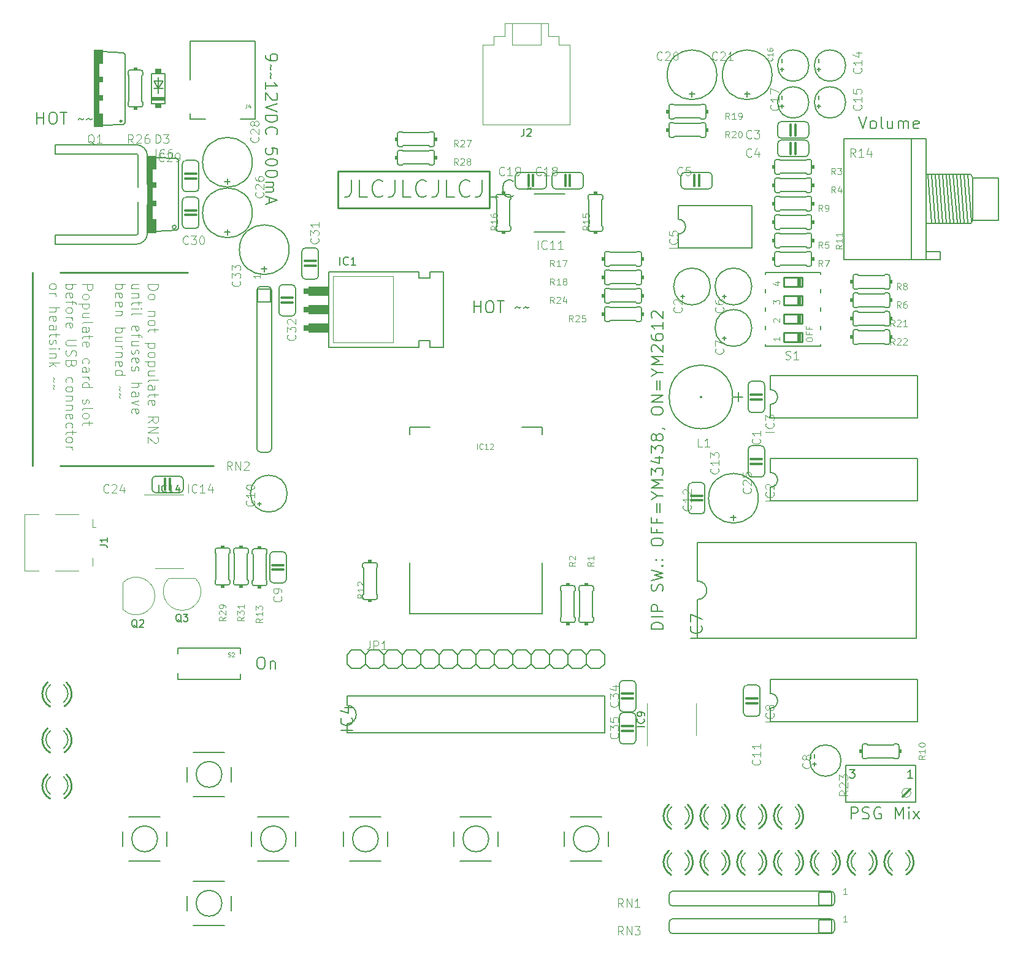
<source format=gbr>
%TF.GenerationSoftware,KiCad,Pcbnew,7.0.2*%
%TF.CreationDate,2024-05-21T23:12:13+08:00*%
%TF.ProjectId,MegaGRRLDesktop,4d656761-4752-4524-9c44-65736b746f70,rev?*%
%TF.SameCoordinates,Original*%
%TF.FileFunction,Legend,Top*%
%TF.FilePolarity,Positive*%
%FSLAX46Y46*%
G04 Gerber Fmt 4.6, Leading zero omitted, Abs format (unit mm)*
G04 Created by KiCad (PCBNEW 7.0.2) date 2024-05-21 23:12:13*
%MOMM*%
%LPD*%
G01*
G04 APERTURE LIST*
%ADD10C,0.254000*%
%ADD11C,0.142240*%
%ADD12C,0.203200*%
%ADD13C,0.101600*%
%ADD14C,0.121920*%
%ADD15C,0.089154*%
%ADD16C,0.114300*%
%ADD17C,0.127000*%
%ADD18C,0.119380*%
%ADD19C,0.118872*%
%ADD20C,0.099060*%
%ADD21C,0.044875*%
%ADD22C,0.150000*%
%ADD23C,0.093472*%
%ADD24C,0.160020*%
%ADD25C,0.097536*%
%ADD26C,0.071628*%
%ADD27C,0.076200*%
%ADD28C,0.059822*%
%ADD29C,0.152400*%
%ADD30C,0.304800*%
%ADD31C,0.050800*%
%ADD32C,0.120000*%
G04 APERTURE END LIST*
D10*
X129451100Y-60553600D02*
X129451100Y-65633600D01*
X150406100Y-65633600D02*
X150406100Y-60553600D01*
X150406100Y-60553600D02*
X129451100Y-60553600D01*
X129451100Y-65633600D02*
X150406100Y-65633600D01*
D11*
X118722140Y-127551654D02*
X119033713Y-127551654D01*
X119033713Y-127551654D02*
X119189500Y-127629547D01*
X119189500Y-127629547D02*
X119345286Y-127785334D01*
X119345286Y-127785334D02*
X119423180Y-128096907D01*
X119423180Y-128096907D02*
X119423180Y-128642161D01*
X119423180Y-128642161D02*
X119345286Y-128953734D01*
X119345286Y-128953734D02*
X119189500Y-129109521D01*
X119189500Y-129109521D02*
X119033713Y-129187414D01*
X119033713Y-129187414D02*
X118722140Y-129187414D01*
X118722140Y-129187414D02*
X118566353Y-129109521D01*
X118566353Y-129109521D02*
X118410566Y-128953734D01*
X118410566Y-128953734D02*
X118332673Y-128642161D01*
X118332673Y-128642161D02*
X118332673Y-128096907D01*
X118332673Y-128096907D02*
X118410566Y-127785334D01*
X118410566Y-127785334D02*
X118566353Y-127629547D01*
X118566353Y-127629547D02*
X118722140Y-127551654D01*
X120124219Y-128096907D02*
X120124219Y-129187414D01*
X120124219Y-128252694D02*
X120202113Y-128174801D01*
X120202113Y-128174801D02*
X120357899Y-128096907D01*
X120357899Y-128096907D02*
X120591579Y-128096907D01*
X120591579Y-128096907D02*
X120747366Y-128174801D01*
X120747366Y-128174801D02*
X120825259Y-128330587D01*
X120825259Y-128330587D02*
X120825259Y-129187414D01*
X200325566Y-149888414D02*
X200325566Y-148252654D01*
X200325566Y-148252654D02*
X200948713Y-148252654D01*
X200948713Y-148252654D02*
X201104500Y-148330547D01*
X201104500Y-148330547D02*
X201182393Y-148408441D01*
X201182393Y-148408441D02*
X201260286Y-148564227D01*
X201260286Y-148564227D02*
X201260286Y-148797907D01*
X201260286Y-148797907D02*
X201182393Y-148953694D01*
X201182393Y-148953694D02*
X201104500Y-149031587D01*
X201104500Y-149031587D02*
X200948713Y-149109481D01*
X200948713Y-149109481D02*
X200325566Y-149109481D01*
X201883433Y-149810521D02*
X202117113Y-149888414D01*
X202117113Y-149888414D02*
X202506580Y-149888414D01*
X202506580Y-149888414D02*
X202662366Y-149810521D01*
X202662366Y-149810521D02*
X202740260Y-149732627D01*
X202740260Y-149732627D02*
X202818153Y-149576841D01*
X202818153Y-149576841D02*
X202818153Y-149421054D01*
X202818153Y-149421054D02*
X202740260Y-149265267D01*
X202740260Y-149265267D02*
X202662366Y-149187374D01*
X202662366Y-149187374D02*
X202506580Y-149109481D01*
X202506580Y-149109481D02*
X202195006Y-149031587D01*
X202195006Y-149031587D02*
X202039220Y-148953694D01*
X202039220Y-148953694D02*
X201961326Y-148875801D01*
X201961326Y-148875801D02*
X201883433Y-148720014D01*
X201883433Y-148720014D02*
X201883433Y-148564227D01*
X201883433Y-148564227D02*
X201961326Y-148408441D01*
X201961326Y-148408441D02*
X202039220Y-148330547D01*
X202039220Y-148330547D02*
X202195006Y-148252654D01*
X202195006Y-148252654D02*
X202584473Y-148252654D01*
X202584473Y-148252654D02*
X202818153Y-148330547D01*
X204376020Y-148330547D02*
X204220233Y-148252654D01*
X204220233Y-148252654D02*
X203986553Y-148252654D01*
X203986553Y-148252654D02*
X203752873Y-148330547D01*
X203752873Y-148330547D02*
X203597087Y-148486334D01*
X203597087Y-148486334D02*
X203519193Y-148642121D01*
X203519193Y-148642121D02*
X203441300Y-148953694D01*
X203441300Y-148953694D02*
X203441300Y-149187374D01*
X203441300Y-149187374D02*
X203519193Y-149498947D01*
X203519193Y-149498947D02*
X203597087Y-149654734D01*
X203597087Y-149654734D02*
X203752873Y-149810521D01*
X203752873Y-149810521D02*
X203986553Y-149888414D01*
X203986553Y-149888414D02*
X204142340Y-149888414D01*
X204142340Y-149888414D02*
X204376020Y-149810521D01*
X204376020Y-149810521D02*
X204453913Y-149732627D01*
X204453913Y-149732627D02*
X204453913Y-149187374D01*
X204453913Y-149187374D02*
X204142340Y-149187374D01*
X206401246Y-149888414D02*
X206401246Y-148252654D01*
X206401246Y-148252654D02*
X206946500Y-149421054D01*
X206946500Y-149421054D02*
X207491753Y-148252654D01*
X207491753Y-148252654D02*
X207491753Y-149888414D01*
X208270686Y-149888414D02*
X208270686Y-148797907D01*
X208270686Y-148252654D02*
X208192793Y-148330547D01*
X208192793Y-148330547D02*
X208270686Y-148408441D01*
X208270686Y-148408441D02*
X208348580Y-148330547D01*
X208348580Y-148330547D02*
X208270686Y-148252654D01*
X208270686Y-148252654D02*
X208270686Y-148408441D01*
X208893833Y-149888414D02*
X209750659Y-148797907D01*
X208893833Y-148797907D02*
X209750659Y-149888414D01*
D12*
X131310138Y-61740820D02*
X131310138Y-63409963D01*
X131310138Y-63409963D02*
X131198861Y-63743791D01*
X131198861Y-63743791D02*
X130976309Y-63966344D01*
X130976309Y-63966344D02*
X130642480Y-64077620D01*
X130642480Y-64077620D02*
X130419928Y-64077620D01*
X133535661Y-64077620D02*
X132422899Y-64077620D01*
X132422899Y-64077620D02*
X132422899Y-61740820D01*
X135649909Y-63855067D02*
X135538633Y-63966344D01*
X135538633Y-63966344D02*
X135204804Y-64077620D01*
X135204804Y-64077620D02*
X134982252Y-64077620D01*
X134982252Y-64077620D02*
X134648423Y-63966344D01*
X134648423Y-63966344D02*
X134425871Y-63743791D01*
X134425871Y-63743791D02*
X134314594Y-63521239D01*
X134314594Y-63521239D02*
X134203318Y-63076134D01*
X134203318Y-63076134D02*
X134203318Y-62742305D01*
X134203318Y-62742305D02*
X134314594Y-62297201D01*
X134314594Y-62297201D02*
X134425871Y-62074648D01*
X134425871Y-62074648D02*
X134648423Y-61852096D01*
X134648423Y-61852096D02*
X134982252Y-61740820D01*
X134982252Y-61740820D02*
X135204804Y-61740820D01*
X135204804Y-61740820D02*
X135538633Y-61852096D01*
X135538633Y-61852096D02*
X135649909Y-61963372D01*
X137319052Y-61740820D02*
X137319052Y-63409963D01*
X137319052Y-63409963D02*
X137207775Y-63743791D01*
X137207775Y-63743791D02*
X136985223Y-63966344D01*
X136985223Y-63966344D02*
X136651394Y-64077620D01*
X136651394Y-64077620D02*
X136428842Y-64077620D01*
X139544575Y-64077620D02*
X138431813Y-64077620D01*
X138431813Y-64077620D02*
X138431813Y-61740820D01*
X141658823Y-63855067D02*
X141547547Y-63966344D01*
X141547547Y-63966344D02*
X141213718Y-64077620D01*
X141213718Y-64077620D02*
X140991166Y-64077620D01*
X140991166Y-64077620D02*
X140657337Y-63966344D01*
X140657337Y-63966344D02*
X140434785Y-63743791D01*
X140434785Y-63743791D02*
X140323508Y-63521239D01*
X140323508Y-63521239D02*
X140212232Y-63076134D01*
X140212232Y-63076134D02*
X140212232Y-62742305D01*
X140212232Y-62742305D02*
X140323508Y-62297201D01*
X140323508Y-62297201D02*
X140434785Y-62074648D01*
X140434785Y-62074648D02*
X140657337Y-61852096D01*
X140657337Y-61852096D02*
X140991166Y-61740820D01*
X140991166Y-61740820D02*
X141213718Y-61740820D01*
X141213718Y-61740820D02*
X141547547Y-61852096D01*
X141547547Y-61852096D02*
X141658823Y-61963372D01*
X143327966Y-61740820D02*
X143327966Y-63409963D01*
X143327966Y-63409963D02*
X143216689Y-63743791D01*
X143216689Y-63743791D02*
X142994137Y-63966344D01*
X142994137Y-63966344D02*
X142660308Y-64077620D01*
X142660308Y-64077620D02*
X142437756Y-64077620D01*
X145553489Y-64077620D02*
X144440727Y-64077620D01*
X144440727Y-64077620D02*
X144440727Y-61740820D01*
X147667737Y-63855067D02*
X147556461Y-63966344D01*
X147556461Y-63966344D02*
X147222632Y-64077620D01*
X147222632Y-64077620D02*
X147000080Y-64077620D01*
X147000080Y-64077620D02*
X146666251Y-63966344D01*
X146666251Y-63966344D02*
X146443699Y-63743791D01*
X146443699Y-63743791D02*
X146332422Y-63521239D01*
X146332422Y-63521239D02*
X146221146Y-63076134D01*
X146221146Y-63076134D02*
X146221146Y-62742305D01*
X146221146Y-62742305D02*
X146332422Y-62297201D01*
X146332422Y-62297201D02*
X146443699Y-62074648D01*
X146443699Y-62074648D02*
X146666251Y-61852096D01*
X146666251Y-61852096D02*
X147000080Y-61740820D01*
X147000080Y-61740820D02*
X147222632Y-61740820D01*
X147222632Y-61740820D02*
X147556461Y-61852096D01*
X147556461Y-61852096D02*
X147667737Y-61963372D01*
X149336880Y-61740820D02*
X149336880Y-63409963D01*
X149336880Y-63409963D02*
X149225603Y-63743791D01*
X149225603Y-63743791D02*
X149003051Y-63966344D01*
X149003051Y-63966344D02*
X148669222Y-64077620D01*
X148669222Y-64077620D02*
X148446670Y-64077620D01*
X151562403Y-64077620D02*
X150449641Y-64077620D01*
X150449641Y-64077620D02*
X150449641Y-61740820D01*
X153676651Y-63855067D02*
X153565375Y-63966344D01*
X153565375Y-63966344D02*
X153231546Y-64077620D01*
X153231546Y-64077620D02*
X153008994Y-64077620D01*
X153008994Y-64077620D02*
X152675165Y-63966344D01*
X152675165Y-63966344D02*
X152452613Y-63743791D01*
X152452613Y-63743791D02*
X152341336Y-63521239D01*
X152341336Y-63521239D02*
X152230060Y-63076134D01*
X152230060Y-63076134D02*
X152230060Y-62742305D01*
X152230060Y-62742305D02*
X152341336Y-62297201D01*
X152341336Y-62297201D02*
X152452613Y-62074648D01*
X152452613Y-62074648D02*
X152675165Y-61852096D01*
X152675165Y-61852096D02*
X153008994Y-61740820D01*
X153008994Y-61740820D02*
X153231546Y-61740820D01*
X153231546Y-61740820D02*
X153565375Y-61852096D01*
X153565375Y-61852096D02*
X153676651Y-61963372D01*
D11*
X119491285Y-44510960D02*
X119491285Y-44822533D01*
X119491285Y-44822533D02*
X119569179Y-44978320D01*
X119569179Y-44978320D02*
X119647072Y-45056213D01*
X119647072Y-45056213D02*
X119880752Y-45212000D01*
X119880752Y-45212000D02*
X120192325Y-45289893D01*
X120192325Y-45289893D02*
X120815472Y-45289893D01*
X120815472Y-45289893D02*
X120971259Y-45212000D01*
X120971259Y-45212000D02*
X121049152Y-45134106D01*
X121049152Y-45134106D02*
X121127045Y-44978320D01*
X121127045Y-44978320D02*
X121127045Y-44666746D01*
X121127045Y-44666746D02*
X121049152Y-44510960D01*
X121049152Y-44510960D02*
X120971259Y-44433066D01*
X120971259Y-44433066D02*
X120815472Y-44355173D01*
X120815472Y-44355173D02*
X120426005Y-44355173D01*
X120426005Y-44355173D02*
X120270219Y-44433066D01*
X120270219Y-44433066D02*
X120192325Y-44510960D01*
X120192325Y-44510960D02*
X120114432Y-44666746D01*
X120114432Y-44666746D02*
X120114432Y-44978320D01*
X120114432Y-44978320D02*
X120192325Y-45134106D01*
X120192325Y-45134106D02*
X120270219Y-45212000D01*
X120270219Y-45212000D02*
X120426005Y-45289893D01*
X120114432Y-45757253D02*
X120192325Y-45835147D01*
X120192325Y-45835147D02*
X120270219Y-45990933D01*
X120270219Y-45990933D02*
X120114432Y-46302507D01*
X120114432Y-46302507D02*
X120192325Y-46458293D01*
X120192325Y-46458293D02*
X120270219Y-46536187D01*
X120114432Y-46925653D02*
X120192325Y-47003547D01*
X120192325Y-47003547D02*
X120270219Y-47159333D01*
X120270219Y-47159333D02*
X120114432Y-47470907D01*
X120114432Y-47470907D02*
X120192325Y-47626693D01*
X120192325Y-47626693D02*
X120270219Y-47704587D01*
X119491285Y-49184560D02*
X119491285Y-48249840D01*
X119491285Y-48717200D02*
X121127045Y-48717200D01*
X121127045Y-48717200D02*
X120893365Y-48561413D01*
X120893365Y-48561413D02*
X120737579Y-48405627D01*
X120737579Y-48405627D02*
X120659685Y-48249840D01*
X120971259Y-49807707D02*
X121049152Y-49885600D01*
X121049152Y-49885600D02*
X121127045Y-50041387D01*
X121127045Y-50041387D02*
X121127045Y-50430854D01*
X121127045Y-50430854D02*
X121049152Y-50586640D01*
X121049152Y-50586640D02*
X120971259Y-50664534D01*
X120971259Y-50664534D02*
X120815472Y-50742427D01*
X120815472Y-50742427D02*
X120659685Y-50742427D01*
X120659685Y-50742427D02*
X120426005Y-50664534D01*
X120426005Y-50664534D02*
X119491285Y-49729814D01*
X119491285Y-49729814D02*
X119491285Y-50742427D01*
X121127045Y-51209787D02*
X119491285Y-51755041D01*
X119491285Y-51755041D02*
X121127045Y-52300294D01*
X119491285Y-52845547D02*
X121127045Y-52845547D01*
X121127045Y-52845547D02*
X121127045Y-53235014D01*
X121127045Y-53235014D02*
X121049152Y-53468694D01*
X121049152Y-53468694D02*
X120893365Y-53624481D01*
X120893365Y-53624481D02*
X120737579Y-53702374D01*
X120737579Y-53702374D02*
X120426005Y-53780267D01*
X120426005Y-53780267D02*
X120192325Y-53780267D01*
X120192325Y-53780267D02*
X119880752Y-53702374D01*
X119880752Y-53702374D02*
X119724965Y-53624481D01*
X119724965Y-53624481D02*
X119569179Y-53468694D01*
X119569179Y-53468694D02*
X119491285Y-53235014D01*
X119491285Y-53235014D02*
X119491285Y-52845547D01*
X119647072Y-55416027D02*
X119569179Y-55338134D01*
X119569179Y-55338134D02*
X119491285Y-55104454D01*
X119491285Y-55104454D02*
X119491285Y-54948667D01*
X119491285Y-54948667D02*
X119569179Y-54714987D01*
X119569179Y-54714987D02*
X119724965Y-54559201D01*
X119724965Y-54559201D02*
X119880752Y-54481307D01*
X119880752Y-54481307D02*
X120192325Y-54403414D01*
X120192325Y-54403414D02*
X120426005Y-54403414D01*
X120426005Y-54403414D02*
X120737579Y-54481307D01*
X120737579Y-54481307D02*
X120893365Y-54559201D01*
X120893365Y-54559201D02*
X121049152Y-54714987D01*
X121049152Y-54714987D02*
X121127045Y-54948667D01*
X121127045Y-54948667D02*
X121127045Y-55104454D01*
X121127045Y-55104454D02*
X121049152Y-55338134D01*
X121049152Y-55338134D02*
X120971259Y-55416027D01*
X121127045Y-58142294D02*
X121127045Y-57363360D01*
X121127045Y-57363360D02*
X120348112Y-57285467D01*
X120348112Y-57285467D02*
X120426005Y-57363360D01*
X120426005Y-57363360D02*
X120503899Y-57519147D01*
X120503899Y-57519147D02*
X120503899Y-57908614D01*
X120503899Y-57908614D02*
X120426005Y-58064400D01*
X120426005Y-58064400D02*
X120348112Y-58142294D01*
X120348112Y-58142294D02*
X120192325Y-58220187D01*
X120192325Y-58220187D02*
X119802859Y-58220187D01*
X119802859Y-58220187D02*
X119647072Y-58142294D01*
X119647072Y-58142294D02*
X119569179Y-58064400D01*
X119569179Y-58064400D02*
X119491285Y-57908614D01*
X119491285Y-57908614D02*
X119491285Y-57519147D01*
X119491285Y-57519147D02*
X119569179Y-57363360D01*
X119569179Y-57363360D02*
X119647072Y-57285467D01*
X121127045Y-59232801D02*
X121127045Y-59388587D01*
X121127045Y-59388587D02*
X121049152Y-59544374D01*
X121049152Y-59544374D02*
X120971259Y-59622267D01*
X120971259Y-59622267D02*
X120815472Y-59700161D01*
X120815472Y-59700161D02*
X120503899Y-59778054D01*
X120503899Y-59778054D02*
X120114432Y-59778054D01*
X120114432Y-59778054D02*
X119802859Y-59700161D01*
X119802859Y-59700161D02*
X119647072Y-59622267D01*
X119647072Y-59622267D02*
X119569179Y-59544374D01*
X119569179Y-59544374D02*
X119491285Y-59388587D01*
X119491285Y-59388587D02*
X119491285Y-59232801D01*
X119491285Y-59232801D02*
X119569179Y-59077014D01*
X119569179Y-59077014D02*
X119647072Y-58999121D01*
X119647072Y-58999121D02*
X119802859Y-58921227D01*
X119802859Y-58921227D02*
X120114432Y-58843334D01*
X120114432Y-58843334D02*
X120503899Y-58843334D01*
X120503899Y-58843334D02*
X120815472Y-58921227D01*
X120815472Y-58921227D02*
X120971259Y-58999121D01*
X120971259Y-58999121D02*
X121049152Y-59077014D01*
X121049152Y-59077014D02*
X121127045Y-59232801D01*
X121127045Y-60790668D02*
X121127045Y-60946454D01*
X121127045Y-60946454D02*
X121049152Y-61102241D01*
X121049152Y-61102241D02*
X120971259Y-61180134D01*
X120971259Y-61180134D02*
X120815472Y-61258028D01*
X120815472Y-61258028D02*
X120503899Y-61335921D01*
X120503899Y-61335921D02*
X120114432Y-61335921D01*
X120114432Y-61335921D02*
X119802859Y-61258028D01*
X119802859Y-61258028D02*
X119647072Y-61180134D01*
X119647072Y-61180134D02*
X119569179Y-61102241D01*
X119569179Y-61102241D02*
X119491285Y-60946454D01*
X119491285Y-60946454D02*
X119491285Y-60790668D01*
X119491285Y-60790668D02*
X119569179Y-60634881D01*
X119569179Y-60634881D02*
X119647072Y-60556988D01*
X119647072Y-60556988D02*
X119802859Y-60479094D01*
X119802859Y-60479094D02*
X120114432Y-60401201D01*
X120114432Y-60401201D02*
X120503899Y-60401201D01*
X120503899Y-60401201D02*
X120815472Y-60479094D01*
X120815472Y-60479094D02*
X120971259Y-60556988D01*
X120971259Y-60556988D02*
X121049152Y-60634881D01*
X121049152Y-60634881D02*
X121127045Y-60790668D01*
X119491285Y-62036961D02*
X120581792Y-62036961D01*
X120426005Y-62036961D02*
X120503899Y-62114855D01*
X120503899Y-62114855D02*
X120581792Y-62270641D01*
X120581792Y-62270641D02*
X120581792Y-62504321D01*
X120581792Y-62504321D02*
X120503899Y-62660108D01*
X120503899Y-62660108D02*
X120348112Y-62738001D01*
X120348112Y-62738001D02*
X119491285Y-62738001D01*
X120348112Y-62738001D02*
X120503899Y-62815895D01*
X120503899Y-62815895D02*
X120581792Y-62971681D01*
X120581792Y-62971681D02*
X120581792Y-63205361D01*
X120581792Y-63205361D02*
X120503899Y-63361148D01*
X120503899Y-63361148D02*
X120348112Y-63439041D01*
X120348112Y-63439041D02*
X119491285Y-63439041D01*
X119958645Y-64140081D02*
X119958645Y-64919014D01*
X119491285Y-63984294D02*
X121127045Y-64529548D01*
X121127045Y-64529548D02*
X119491285Y-65074801D01*
X174335914Y-123664133D02*
X172700154Y-123664133D01*
X172700154Y-123664133D02*
X172700154Y-123274666D01*
X172700154Y-123274666D02*
X172778047Y-123040986D01*
X172778047Y-123040986D02*
X172933834Y-122885200D01*
X172933834Y-122885200D02*
X173089621Y-122807306D01*
X173089621Y-122807306D02*
X173401194Y-122729413D01*
X173401194Y-122729413D02*
X173634874Y-122729413D01*
X173634874Y-122729413D02*
X173946447Y-122807306D01*
X173946447Y-122807306D02*
X174102234Y-122885200D01*
X174102234Y-122885200D02*
X174258021Y-123040986D01*
X174258021Y-123040986D02*
X174335914Y-123274666D01*
X174335914Y-123274666D02*
X174335914Y-123664133D01*
X174335914Y-122028373D02*
X172700154Y-122028373D01*
X174335914Y-121249440D02*
X172700154Y-121249440D01*
X172700154Y-121249440D02*
X172700154Y-120626293D01*
X172700154Y-120626293D02*
X172778047Y-120470507D01*
X172778047Y-120470507D02*
X172855941Y-120392613D01*
X172855941Y-120392613D02*
X173011727Y-120314720D01*
X173011727Y-120314720D02*
X173245407Y-120314720D01*
X173245407Y-120314720D02*
X173401194Y-120392613D01*
X173401194Y-120392613D02*
X173479087Y-120470507D01*
X173479087Y-120470507D02*
X173556981Y-120626293D01*
X173556981Y-120626293D02*
X173556981Y-121249440D01*
X174258021Y-118445280D02*
X174335914Y-118211600D01*
X174335914Y-118211600D02*
X174335914Y-117822134D01*
X174335914Y-117822134D02*
X174258021Y-117666347D01*
X174258021Y-117666347D02*
X174180127Y-117588454D01*
X174180127Y-117588454D02*
X174024341Y-117510560D01*
X174024341Y-117510560D02*
X173868554Y-117510560D01*
X173868554Y-117510560D02*
X173712767Y-117588454D01*
X173712767Y-117588454D02*
X173634874Y-117666347D01*
X173634874Y-117666347D02*
X173556981Y-117822134D01*
X173556981Y-117822134D02*
X173479087Y-118133707D01*
X173479087Y-118133707D02*
X173401194Y-118289494D01*
X173401194Y-118289494D02*
X173323301Y-118367387D01*
X173323301Y-118367387D02*
X173167514Y-118445280D01*
X173167514Y-118445280D02*
X173011727Y-118445280D01*
X173011727Y-118445280D02*
X172855941Y-118367387D01*
X172855941Y-118367387D02*
X172778047Y-118289494D01*
X172778047Y-118289494D02*
X172700154Y-118133707D01*
X172700154Y-118133707D02*
X172700154Y-117744240D01*
X172700154Y-117744240D02*
X172778047Y-117510560D01*
X172700154Y-116965307D02*
X174335914Y-116575840D01*
X174335914Y-116575840D02*
X173167514Y-116264267D01*
X173167514Y-116264267D02*
X174335914Y-115952693D01*
X174335914Y-115952693D02*
X172700154Y-115563227D01*
X174180127Y-114940080D02*
X174258021Y-114862187D01*
X174258021Y-114862187D02*
X174335914Y-114940080D01*
X174335914Y-114940080D02*
X174258021Y-115017973D01*
X174258021Y-115017973D02*
X174180127Y-114940080D01*
X174180127Y-114940080D02*
X174335914Y-114940080D01*
X174180127Y-114161147D02*
X174258021Y-114083254D01*
X174258021Y-114083254D02*
X174335914Y-114161147D01*
X174335914Y-114161147D02*
X174258021Y-114239040D01*
X174258021Y-114239040D02*
X174180127Y-114161147D01*
X174180127Y-114161147D02*
X174335914Y-114161147D01*
X173323301Y-114161147D02*
X173401194Y-114083254D01*
X173401194Y-114083254D02*
X173479087Y-114161147D01*
X173479087Y-114161147D02*
X173401194Y-114239040D01*
X173401194Y-114239040D02*
X173323301Y-114161147D01*
X173323301Y-114161147D02*
X173479087Y-114161147D01*
X172700154Y-111824348D02*
X172700154Y-111512774D01*
X172700154Y-111512774D02*
X172778047Y-111356988D01*
X172778047Y-111356988D02*
X172933834Y-111201201D01*
X172933834Y-111201201D02*
X173245407Y-111123308D01*
X173245407Y-111123308D02*
X173790661Y-111123308D01*
X173790661Y-111123308D02*
X174102234Y-111201201D01*
X174102234Y-111201201D02*
X174258021Y-111356988D01*
X174258021Y-111356988D02*
X174335914Y-111512774D01*
X174335914Y-111512774D02*
X174335914Y-111824348D01*
X174335914Y-111824348D02*
X174258021Y-111980134D01*
X174258021Y-111980134D02*
X174102234Y-112135921D01*
X174102234Y-112135921D02*
X173790661Y-112213814D01*
X173790661Y-112213814D02*
X173245407Y-112213814D01*
X173245407Y-112213814D02*
X172933834Y-112135921D01*
X172933834Y-112135921D02*
X172778047Y-111980134D01*
X172778047Y-111980134D02*
X172700154Y-111824348D01*
X173479087Y-109877015D02*
X173479087Y-110422268D01*
X174335914Y-110422268D02*
X172700154Y-110422268D01*
X172700154Y-110422268D02*
X172700154Y-109643335D01*
X173479087Y-108474935D02*
X173479087Y-109020188D01*
X174335914Y-109020188D02*
X172700154Y-109020188D01*
X172700154Y-109020188D02*
X172700154Y-108241255D01*
X173479087Y-107618108D02*
X173479087Y-106371815D01*
X173946447Y-106371815D02*
X173946447Y-107618108D01*
X173556981Y-105281308D02*
X174335914Y-105281308D01*
X172700154Y-105826561D02*
X173556981Y-105281308D01*
X173556981Y-105281308D02*
X172700154Y-104736054D01*
X174335914Y-104190801D02*
X172700154Y-104190801D01*
X172700154Y-104190801D02*
X173868554Y-103645548D01*
X173868554Y-103645548D02*
X172700154Y-103100294D01*
X172700154Y-103100294D02*
X174335914Y-103100294D01*
X172700154Y-102477148D02*
X172700154Y-101464534D01*
X172700154Y-101464534D02*
X173323301Y-102009788D01*
X173323301Y-102009788D02*
X173323301Y-101776108D01*
X173323301Y-101776108D02*
X173401194Y-101620321D01*
X173401194Y-101620321D02*
X173479087Y-101542428D01*
X173479087Y-101542428D02*
X173634874Y-101464534D01*
X173634874Y-101464534D02*
X174024341Y-101464534D01*
X174024341Y-101464534D02*
X174180127Y-101542428D01*
X174180127Y-101542428D02*
X174258021Y-101620321D01*
X174258021Y-101620321D02*
X174335914Y-101776108D01*
X174335914Y-101776108D02*
X174335914Y-102243468D01*
X174335914Y-102243468D02*
X174258021Y-102399254D01*
X174258021Y-102399254D02*
X174180127Y-102477148D01*
X173245407Y-100062454D02*
X174335914Y-100062454D01*
X172622261Y-100451921D02*
X173790661Y-100841387D01*
X173790661Y-100841387D02*
X173790661Y-99828774D01*
X172700154Y-99361414D02*
X172700154Y-98348800D01*
X172700154Y-98348800D02*
X173323301Y-98894054D01*
X173323301Y-98894054D02*
X173323301Y-98660374D01*
X173323301Y-98660374D02*
X173401194Y-98504587D01*
X173401194Y-98504587D02*
X173479087Y-98426694D01*
X173479087Y-98426694D02*
X173634874Y-98348800D01*
X173634874Y-98348800D02*
X174024341Y-98348800D01*
X174024341Y-98348800D02*
X174180127Y-98426694D01*
X174180127Y-98426694D02*
X174258021Y-98504587D01*
X174258021Y-98504587D02*
X174335914Y-98660374D01*
X174335914Y-98660374D02*
X174335914Y-99127734D01*
X174335914Y-99127734D02*
X174258021Y-99283520D01*
X174258021Y-99283520D02*
X174180127Y-99361414D01*
X173401194Y-97414080D02*
X173323301Y-97569867D01*
X173323301Y-97569867D02*
X173245407Y-97647760D01*
X173245407Y-97647760D02*
X173089621Y-97725653D01*
X173089621Y-97725653D02*
X173011727Y-97725653D01*
X173011727Y-97725653D02*
X172855941Y-97647760D01*
X172855941Y-97647760D02*
X172778047Y-97569867D01*
X172778047Y-97569867D02*
X172700154Y-97414080D01*
X172700154Y-97414080D02*
X172700154Y-97102507D01*
X172700154Y-97102507D02*
X172778047Y-96946720D01*
X172778047Y-96946720D02*
X172855941Y-96868827D01*
X172855941Y-96868827D02*
X173011727Y-96790933D01*
X173011727Y-96790933D02*
X173089621Y-96790933D01*
X173089621Y-96790933D02*
X173245407Y-96868827D01*
X173245407Y-96868827D02*
X173323301Y-96946720D01*
X173323301Y-96946720D02*
X173401194Y-97102507D01*
X173401194Y-97102507D02*
X173401194Y-97414080D01*
X173401194Y-97414080D02*
X173479087Y-97569867D01*
X173479087Y-97569867D02*
X173556981Y-97647760D01*
X173556981Y-97647760D02*
X173712767Y-97725653D01*
X173712767Y-97725653D02*
X174024341Y-97725653D01*
X174024341Y-97725653D02*
X174180127Y-97647760D01*
X174180127Y-97647760D02*
X174258021Y-97569867D01*
X174258021Y-97569867D02*
X174335914Y-97414080D01*
X174335914Y-97414080D02*
X174335914Y-97102507D01*
X174335914Y-97102507D02*
X174258021Y-96946720D01*
X174258021Y-96946720D02*
X174180127Y-96868827D01*
X174180127Y-96868827D02*
X174024341Y-96790933D01*
X174024341Y-96790933D02*
X173712767Y-96790933D01*
X173712767Y-96790933D02*
X173556981Y-96868827D01*
X173556981Y-96868827D02*
X173479087Y-96946720D01*
X173479087Y-96946720D02*
X173401194Y-97102507D01*
X174258021Y-96012000D02*
X174335914Y-96012000D01*
X174335914Y-96012000D02*
X174491701Y-96089893D01*
X174491701Y-96089893D02*
X174569594Y-96167786D01*
X172700154Y-93753094D02*
X172700154Y-93441520D01*
X172700154Y-93441520D02*
X172778047Y-93285734D01*
X172778047Y-93285734D02*
X172933834Y-93129947D01*
X172933834Y-93129947D02*
X173245407Y-93052054D01*
X173245407Y-93052054D02*
X173790661Y-93052054D01*
X173790661Y-93052054D02*
X174102234Y-93129947D01*
X174102234Y-93129947D02*
X174258021Y-93285734D01*
X174258021Y-93285734D02*
X174335914Y-93441520D01*
X174335914Y-93441520D02*
X174335914Y-93753094D01*
X174335914Y-93753094D02*
X174258021Y-93908880D01*
X174258021Y-93908880D02*
X174102234Y-94064667D01*
X174102234Y-94064667D02*
X173790661Y-94142560D01*
X173790661Y-94142560D02*
X173245407Y-94142560D01*
X173245407Y-94142560D02*
X172933834Y-94064667D01*
X172933834Y-94064667D02*
X172778047Y-93908880D01*
X172778047Y-93908880D02*
X172700154Y-93753094D01*
X174335914Y-92351014D02*
X172700154Y-92351014D01*
X172700154Y-92351014D02*
X174335914Y-91416294D01*
X174335914Y-91416294D02*
X172700154Y-91416294D01*
X173479087Y-90637361D02*
X173479087Y-89391068D01*
X173946447Y-89391068D02*
X173946447Y-90637361D01*
X173556981Y-88300561D02*
X174335914Y-88300561D01*
X172700154Y-88845814D02*
X173556981Y-88300561D01*
X173556981Y-88300561D02*
X172700154Y-87755307D01*
X174335914Y-87210054D02*
X172700154Y-87210054D01*
X172700154Y-87210054D02*
X173868554Y-86664801D01*
X173868554Y-86664801D02*
X172700154Y-86119547D01*
X172700154Y-86119547D02*
X174335914Y-86119547D01*
X172855941Y-85418507D02*
X172778047Y-85340614D01*
X172778047Y-85340614D02*
X172700154Y-85184827D01*
X172700154Y-85184827D02*
X172700154Y-84795361D01*
X172700154Y-84795361D02*
X172778047Y-84639574D01*
X172778047Y-84639574D02*
X172855941Y-84561681D01*
X172855941Y-84561681D02*
X173011727Y-84483787D01*
X173011727Y-84483787D02*
X173167514Y-84483787D01*
X173167514Y-84483787D02*
X173401194Y-84561681D01*
X173401194Y-84561681D02*
X174335914Y-85496401D01*
X174335914Y-85496401D02*
X174335914Y-84483787D01*
X172700154Y-83081707D02*
X172700154Y-83393280D01*
X172700154Y-83393280D02*
X172778047Y-83549067D01*
X172778047Y-83549067D02*
X172855941Y-83626960D01*
X172855941Y-83626960D02*
X173089621Y-83782747D01*
X173089621Y-83782747D02*
X173401194Y-83860640D01*
X173401194Y-83860640D02*
X174024341Y-83860640D01*
X174024341Y-83860640D02*
X174180127Y-83782747D01*
X174180127Y-83782747D02*
X174258021Y-83704854D01*
X174258021Y-83704854D02*
X174335914Y-83549067D01*
X174335914Y-83549067D02*
X174335914Y-83237494D01*
X174335914Y-83237494D02*
X174258021Y-83081707D01*
X174258021Y-83081707D02*
X174180127Y-83003814D01*
X174180127Y-83003814D02*
X174024341Y-82925920D01*
X174024341Y-82925920D02*
X173634874Y-82925920D01*
X173634874Y-82925920D02*
X173479087Y-83003814D01*
X173479087Y-83003814D02*
X173401194Y-83081707D01*
X173401194Y-83081707D02*
X173323301Y-83237494D01*
X173323301Y-83237494D02*
X173323301Y-83549067D01*
X173323301Y-83549067D02*
X173401194Y-83704854D01*
X173401194Y-83704854D02*
X173479087Y-83782747D01*
X173479087Y-83782747D02*
X173634874Y-83860640D01*
X174335914Y-81368053D02*
X174335914Y-82302773D01*
X174335914Y-81835413D02*
X172700154Y-81835413D01*
X172700154Y-81835413D02*
X172933834Y-81991200D01*
X172933834Y-81991200D02*
X173089621Y-82146987D01*
X173089621Y-82146987D02*
X173167514Y-82302773D01*
X172855941Y-80744906D02*
X172778047Y-80667013D01*
X172778047Y-80667013D02*
X172700154Y-80511226D01*
X172700154Y-80511226D02*
X172700154Y-80121760D01*
X172700154Y-80121760D02*
X172778047Y-79965973D01*
X172778047Y-79965973D02*
X172855941Y-79888080D01*
X172855941Y-79888080D02*
X173011727Y-79810186D01*
X173011727Y-79810186D02*
X173167514Y-79810186D01*
X173167514Y-79810186D02*
X173401194Y-79888080D01*
X173401194Y-79888080D02*
X174335914Y-80822800D01*
X174335914Y-80822800D02*
X174335914Y-79810186D01*
X87930566Y-54003414D02*
X87930566Y-52367654D01*
X87930566Y-53146587D02*
X88865286Y-53146587D01*
X88865286Y-54003414D02*
X88865286Y-52367654D01*
X89955793Y-52367654D02*
X90267366Y-52367654D01*
X90267366Y-52367654D02*
X90423153Y-52445547D01*
X90423153Y-52445547D02*
X90578939Y-52601334D01*
X90578939Y-52601334D02*
X90656833Y-52912907D01*
X90656833Y-52912907D02*
X90656833Y-53458161D01*
X90656833Y-53458161D02*
X90578939Y-53769734D01*
X90578939Y-53769734D02*
X90423153Y-53925521D01*
X90423153Y-53925521D02*
X90267366Y-54003414D01*
X90267366Y-54003414D02*
X89955793Y-54003414D01*
X89955793Y-54003414D02*
X89800006Y-53925521D01*
X89800006Y-53925521D02*
X89644219Y-53769734D01*
X89644219Y-53769734D02*
X89566326Y-53458161D01*
X89566326Y-53458161D02*
X89566326Y-52912907D01*
X89566326Y-52912907D02*
X89644219Y-52601334D01*
X89644219Y-52601334D02*
X89800006Y-52445547D01*
X89800006Y-52445547D02*
X89955793Y-52367654D01*
X91124192Y-52367654D02*
X92058912Y-52367654D01*
X91591552Y-54003414D02*
X91591552Y-52367654D01*
X93616778Y-53380267D02*
X93694672Y-53302374D01*
X93694672Y-53302374D02*
X93850458Y-53224481D01*
X93850458Y-53224481D02*
X94162032Y-53380267D01*
X94162032Y-53380267D02*
X94317818Y-53302374D01*
X94317818Y-53302374D02*
X94395712Y-53224481D01*
X94785178Y-53380267D02*
X94863072Y-53302374D01*
X94863072Y-53302374D02*
X95018858Y-53224481D01*
X95018858Y-53224481D02*
X95330432Y-53380267D01*
X95330432Y-53380267D02*
X95486218Y-53302374D01*
X95486218Y-53302374D02*
X95564112Y-53224481D01*
D13*
X108774290Y-104860610D02*
X108774290Y-103692210D01*
X109998328Y-104749333D02*
X109942690Y-104804972D01*
X109942690Y-104804972D02*
X109775776Y-104860610D01*
X109775776Y-104860610D02*
X109664500Y-104860610D01*
X109664500Y-104860610D02*
X109497585Y-104804972D01*
X109497585Y-104804972D02*
X109386309Y-104693695D01*
X109386309Y-104693695D02*
X109330671Y-104582419D01*
X109330671Y-104582419D02*
X109275033Y-104359867D01*
X109275033Y-104359867D02*
X109275033Y-104192952D01*
X109275033Y-104192952D02*
X109330671Y-103970400D01*
X109330671Y-103970400D02*
X109386309Y-103859124D01*
X109386309Y-103859124D02*
X109497585Y-103747848D01*
X109497585Y-103747848D02*
X109664500Y-103692210D01*
X109664500Y-103692210D02*
X109775776Y-103692210D01*
X109775776Y-103692210D02*
X109942690Y-103747848D01*
X109942690Y-103747848D02*
X109998328Y-103803486D01*
X111111090Y-104860610D02*
X110443433Y-104860610D01*
X110777261Y-104860610D02*
X110777261Y-103692210D01*
X110777261Y-103692210D02*
X110665985Y-103859124D01*
X110665985Y-103859124D02*
X110554709Y-103970400D01*
X110554709Y-103970400D02*
X110443433Y-104026038D01*
X112112576Y-104081676D02*
X112112576Y-104860610D01*
X111834385Y-103636572D02*
X111556195Y-104471143D01*
X111556195Y-104471143D02*
X112279490Y-104471143D01*
D11*
X201361886Y-53002654D02*
X201907140Y-54638414D01*
X201907140Y-54638414D02*
X202452393Y-53002654D01*
X203231326Y-54638414D02*
X203075540Y-54560521D01*
X203075540Y-54560521D02*
X202997646Y-54482627D01*
X202997646Y-54482627D02*
X202919753Y-54326841D01*
X202919753Y-54326841D02*
X202919753Y-53859481D01*
X202919753Y-53859481D02*
X202997646Y-53703694D01*
X202997646Y-53703694D02*
X203075540Y-53625801D01*
X203075540Y-53625801D02*
X203231326Y-53547907D01*
X203231326Y-53547907D02*
X203465006Y-53547907D01*
X203465006Y-53547907D02*
X203620793Y-53625801D01*
X203620793Y-53625801D02*
X203698686Y-53703694D01*
X203698686Y-53703694D02*
X203776580Y-53859481D01*
X203776580Y-53859481D02*
X203776580Y-54326841D01*
X203776580Y-54326841D02*
X203698686Y-54482627D01*
X203698686Y-54482627D02*
X203620793Y-54560521D01*
X203620793Y-54560521D02*
X203465006Y-54638414D01*
X203465006Y-54638414D02*
X203231326Y-54638414D01*
X204711299Y-54638414D02*
X204555513Y-54560521D01*
X204555513Y-54560521D02*
X204477619Y-54404734D01*
X204477619Y-54404734D02*
X204477619Y-53002654D01*
X206035486Y-53547907D02*
X206035486Y-54638414D01*
X205334446Y-53547907D02*
X205334446Y-54404734D01*
X205334446Y-54404734D02*
X205412340Y-54560521D01*
X205412340Y-54560521D02*
X205568126Y-54638414D01*
X205568126Y-54638414D02*
X205801806Y-54638414D01*
X205801806Y-54638414D02*
X205957593Y-54560521D01*
X205957593Y-54560521D02*
X206035486Y-54482627D01*
X206814419Y-54638414D02*
X206814419Y-53547907D01*
X206814419Y-53703694D02*
X206892313Y-53625801D01*
X206892313Y-53625801D02*
X207048099Y-53547907D01*
X207048099Y-53547907D02*
X207281779Y-53547907D01*
X207281779Y-53547907D02*
X207437566Y-53625801D01*
X207437566Y-53625801D02*
X207515459Y-53781587D01*
X207515459Y-53781587D02*
X207515459Y-54638414D01*
X207515459Y-53781587D02*
X207593353Y-53625801D01*
X207593353Y-53625801D02*
X207749139Y-53547907D01*
X207749139Y-53547907D02*
X207982819Y-53547907D01*
X207982819Y-53547907D02*
X208138606Y-53625801D01*
X208138606Y-53625801D02*
X208216499Y-53781587D01*
X208216499Y-53781587D02*
X208216499Y-54638414D01*
X209618579Y-54560521D02*
X209462792Y-54638414D01*
X209462792Y-54638414D02*
X209151219Y-54638414D01*
X209151219Y-54638414D02*
X208995432Y-54560521D01*
X208995432Y-54560521D02*
X208917539Y-54404734D01*
X208917539Y-54404734D02*
X208917539Y-53781587D01*
X208917539Y-53781587D02*
X208995432Y-53625801D01*
X208995432Y-53625801D02*
X209151219Y-53547907D01*
X209151219Y-53547907D02*
X209462792Y-53547907D01*
X209462792Y-53547907D02*
X209618579Y-53625801D01*
X209618579Y-53625801D02*
X209696472Y-53781587D01*
X209696472Y-53781587D02*
X209696472Y-53937374D01*
X209696472Y-53937374D02*
X208917539Y-54093161D01*
D14*
X103245907Y-76127428D02*
X104647987Y-76127428D01*
X104647987Y-76127428D02*
X104647987Y-76461257D01*
X104647987Y-76461257D02*
X104581221Y-76661554D01*
X104581221Y-76661554D02*
X104447690Y-76795085D01*
X104447690Y-76795085D02*
X104314158Y-76861851D01*
X104314158Y-76861851D02*
X104047095Y-76928617D01*
X104047095Y-76928617D02*
X103846798Y-76928617D01*
X103846798Y-76928617D02*
X103579735Y-76861851D01*
X103579735Y-76861851D02*
X103446204Y-76795085D01*
X103446204Y-76795085D02*
X103312673Y-76661554D01*
X103312673Y-76661554D02*
X103245907Y-76461257D01*
X103245907Y-76461257D02*
X103245907Y-76127428D01*
X103245907Y-77729805D02*
X103312673Y-77596274D01*
X103312673Y-77596274D02*
X103379438Y-77529508D01*
X103379438Y-77529508D02*
X103512970Y-77462742D01*
X103512970Y-77462742D02*
X103913564Y-77462742D01*
X103913564Y-77462742D02*
X104047095Y-77529508D01*
X104047095Y-77529508D02*
X104113861Y-77596274D01*
X104113861Y-77596274D02*
X104180627Y-77729805D01*
X104180627Y-77729805D02*
X104180627Y-77930102D01*
X104180627Y-77930102D02*
X104113861Y-78063634D01*
X104113861Y-78063634D02*
X104047095Y-78130400D01*
X104047095Y-78130400D02*
X103913564Y-78197165D01*
X103913564Y-78197165D02*
X103512970Y-78197165D01*
X103512970Y-78197165D02*
X103379438Y-78130400D01*
X103379438Y-78130400D02*
X103312673Y-78063634D01*
X103312673Y-78063634D02*
X103245907Y-77930102D01*
X103245907Y-77930102D02*
X103245907Y-77729805D01*
X104180627Y-79866308D02*
X103245907Y-79866308D01*
X104047095Y-79866308D02*
X104113861Y-79933074D01*
X104113861Y-79933074D02*
X104180627Y-80066605D01*
X104180627Y-80066605D02*
X104180627Y-80266902D01*
X104180627Y-80266902D02*
X104113861Y-80400434D01*
X104113861Y-80400434D02*
X103980330Y-80467200D01*
X103980330Y-80467200D02*
X103245907Y-80467200D01*
X103245907Y-81335154D02*
X103312673Y-81201623D01*
X103312673Y-81201623D02*
X103379438Y-81134857D01*
X103379438Y-81134857D02*
X103512970Y-81068091D01*
X103512970Y-81068091D02*
X103913564Y-81068091D01*
X103913564Y-81068091D02*
X104047095Y-81134857D01*
X104047095Y-81134857D02*
X104113861Y-81201623D01*
X104113861Y-81201623D02*
X104180627Y-81335154D01*
X104180627Y-81335154D02*
X104180627Y-81535451D01*
X104180627Y-81535451D02*
X104113861Y-81668983D01*
X104113861Y-81668983D02*
X104047095Y-81735749D01*
X104047095Y-81735749D02*
X103913564Y-81802514D01*
X103913564Y-81802514D02*
X103512970Y-81802514D01*
X103512970Y-81802514D02*
X103379438Y-81735749D01*
X103379438Y-81735749D02*
X103312673Y-81668983D01*
X103312673Y-81668983D02*
X103245907Y-81535451D01*
X103245907Y-81535451D02*
X103245907Y-81335154D01*
X104180627Y-82203109D02*
X104180627Y-82737235D01*
X104647987Y-82403406D02*
X103446204Y-82403406D01*
X103446204Y-82403406D02*
X103312673Y-82470172D01*
X103312673Y-82470172D02*
X103245907Y-82603703D01*
X103245907Y-82603703D02*
X103245907Y-82737235D01*
X104180627Y-84272846D02*
X102778547Y-84272846D01*
X104113861Y-84272846D02*
X104180627Y-84406378D01*
X104180627Y-84406378D02*
X104180627Y-84673440D01*
X104180627Y-84673440D02*
X104113861Y-84806972D01*
X104113861Y-84806972D02*
X104047095Y-84873738D01*
X104047095Y-84873738D02*
X103913564Y-84940503D01*
X103913564Y-84940503D02*
X103512970Y-84940503D01*
X103512970Y-84940503D02*
X103379438Y-84873738D01*
X103379438Y-84873738D02*
X103312673Y-84806972D01*
X103312673Y-84806972D02*
X103245907Y-84673440D01*
X103245907Y-84673440D02*
X103245907Y-84406378D01*
X103245907Y-84406378D02*
X103312673Y-84272846D01*
X103245907Y-85741692D02*
X103312673Y-85608161D01*
X103312673Y-85608161D02*
X103379438Y-85541395D01*
X103379438Y-85541395D02*
X103512970Y-85474629D01*
X103512970Y-85474629D02*
X103913564Y-85474629D01*
X103913564Y-85474629D02*
X104047095Y-85541395D01*
X104047095Y-85541395D02*
X104113861Y-85608161D01*
X104113861Y-85608161D02*
X104180627Y-85741692D01*
X104180627Y-85741692D02*
X104180627Y-85941989D01*
X104180627Y-85941989D02*
X104113861Y-86075521D01*
X104113861Y-86075521D02*
X104047095Y-86142287D01*
X104047095Y-86142287D02*
X103913564Y-86209052D01*
X103913564Y-86209052D02*
X103512970Y-86209052D01*
X103512970Y-86209052D02*
X103379438Y-86142287D01*
X103379438Y-86142287D02*
X103312673Y-86075521D01*
X103312673Y-86075521D02*
X103245907Y-85941989D01*
X103245907Y-85941989D02*
X103245907Y-85741692D01*
X104180627Y-86809944D02*
X102778547Y-86809944D01*
X104113861Y-86809944D02*
X104180627Y-86943476D01*
X104180627Y-86943476D02*
X104180627Y-87210538D01*
X104180627Y-87210538D02*
X104113861Y-87344070D01*
X104113861Y-87344070D02*
X104047095Y-87410836D01*
X104047095Y-87410836D02*
X103913564Y-87477601D01*
X103913564Y-87477601D02*
X103512970Y-87477601D01*
X103512970Y-87477601D02*
X103379438Y-87410836D01*
X103379438Y-87410836D02*
X103312673Y-87344070D01*
X103312673Y-87344070D02*
X103245907Y-87210538D01*
X103245907Y-87210538D02*
X103245907Y-86943476D01*
X103245907Y-86943476D02*
X103312673Y-86809944D01*
X104180627Y-88679385D02*
X103245907Y-88679385D01*
X104180627Y-88078493D02*
X103446204Y-88078493D01*
X103446204Y-88078493D02*
X103312673Y-88145259D01*
X103312673Y-88145259D02*
X103245907Y-88278790D01*
X103245907Y-88278790D02*
X103245907Y-88479087D01*
X103245907Y-88479087D02*
X103312673Y-88612619D01*
X103312673Y-88612619D02*
X103379438Y-88679385D01*
X103245907Y-89547339D02*
X103312673Y-89413808D01*
X103312673Y-89413808D02*
X103446204Y-89347042D01*
X103446204Y-89347042D02*
X104647987Y-89347042D01*
X103245907Y-90682357D02*
X103980330Y-90682357D01*
X103980330Y-90682357D02*
X104113861Y-90615591D01*
X104113861Y-90615591D02*
X104180627Y-90482059D01*
X104180627Y-90482059D02*
X104180627Y-90214997D01*
X104180627Y-90214997D02*
X104113861Y-90081465D01*
X103312673Y-90682357D02*
X103245907Y-90548825D01*
X103245907Y-90548825D02*
X103245907Y-90214997D01*
X103245907Y-90214997D02*
X103312673Y-90081465D01*
X103312673Y-90081465D02*
X103446204Y-90014699D01*
X103446204Y-90014699D02*
X103579735Y-90014699D01*
X103579735Y-90014699D02*
X103713267Y-90081465D01*
X103713267Y-90081465D02*
X103780033Y-90214997D01*
X103780033Y-90214997D02*
X103780033Y-90548825D01*
X103780033Y-90548825D02*
X103846798Y-90682357D01*
X104180627Y-91149717D02*
X104180627Y-91683843D01*
X104647987Y-91350014D02*
X103446204Y-91350014D01*
X103446204Y-91350014D02*
X103312673Y-91416780D01*
X103312673Y-91416780D02*
X103245907Y-91550311D01*
X103245907Y-91550311D02*
X103245907Y-91683843D01*
X103312673Y-92685329D02*
X103245907Y-92551797D01*
X103245907Y-92551797D02*
X103245907Y-92284735D01*
X103245907Y-92284735D02*
X103312673Y-92151203D01*
X103312673Y-92151203D02*
X103446204Y-92084437D01*
X103446204Y-92084437D02*
X103980330Y-92084437D01*
X103980330Y-92084437D02*
X104113861Y-92151203D01*
X104113861Y-92151203D02*
X104180627Y-92284735D01*
X104180627Y-92284735D02*
X104180627Y-92551797D01*
X104180627Y-92551797D02*
X104113861Y-92685329D01*
X104113861Y-92685329D02*
X103980330Y-92752095D01*
X103980330Y-92752095D02*
X103846798Y-92752095D01*
X103846798Y-92752095D02*
X103713267Y-92084437D01*
X103245907Y-95222426D02*
X103913564Y-94755066D01*
X103245907Y-94421237D02*
X104647987Y-94421237D01*
X104647987Y-94421237D02*
X104647987Y-94955363D01*
X104647987Y-94955363D02*
X104581221Y-95088894D01*
X104581221Y-95088894D02*
X104514455Y-95155660D01*
X104514455Y-95155660D02*
X104380924Y-95222426D01*
X104380924Y-95222426D02*
X104180627Y-95222426D01*
X104180627Y-95222426D02*
X104047095Y-95155660D01*
X104047095Y-95155660D02*
X103980330Y-95088894D01*
X103980330Y-95088894D02*
X103913564Y-94955363D01*
X103913564Y-94955363D02*
X103913564Y-94421237D01*
X103245907Y-95823317D02*
X104647987Y-95823317D01*
X104647987Y-95823317D02*
X103245907Y-96624506D01*
X103245907Y-96624506D02*
X104647987Y-96624506D01*
X104514455Y-97225397D02*
X104581221Y-97292163D01*
X104581221Y-97292163D02*
X104647987Y-97425695D01*
X104647987Y-97425695D02*
X104647987Y-97759523D01*
X104647987Y-97759523D02*
X104581221Y-97893055D01*
X104581221Y-97893055D02*
X104514455Y-97959820D01*
X104514455Y-97959820D02*
X104380924Y-98026586D01*
X104380924Y-98026586D02*
X104247393Y-98026586D01*
X104247393Y-98026586D02*
X104047095Y-97959820D01*
X104047095Y-97959820D02*
X103245907Y-97158632D01*
X103245907Y-97158632D02*
X103245907Y-98026586D01*
X101909257Y-76728320D02*
X100974537Y-76728320D01*
X101909257Y-76127428D02*
X101174834Y-76127428D01*
X101174834Y-76127428D02*
X101041303Y-76194194D01*
X101041303Y-76194194D02*
X100974537Y-76327725D01*
X100974537Y-76327725D02*
X100974537Y-76528022D01*
X100974537Y-76528022D02*
X101041303Y-76661554D01*
X101041303Y-76661554D02*
X101108068Y-76728320D01*
X101909257Y-77395977D02*
X100974537Y-77395977D01*
X101775725Y-77395977D02*
X101842491Y-77462743D01*
X101842491Y-77462743D02*
X101909257Y-77596274D01*
X101909257Y-77596274D02*
X101909257Y-77796571D01*
X101909257Y-77796571D02*
X101842491Y-77930103D01*
X101842491Y-77930103D02*
X101708960Y-77996869D01*
X101708960Y-77996869D02*
X100974537Y-77996869D01*
X101909257Y-78464229D02*
X101909257Y-78998355D01*
X102376617Y-78664526D02*
X101174834Y-78664526D01*
X101174834Y-78664526D02*
X101041303Y-78731292D01*
X101041303Y-78731292D02*
X100974537Y-78864823D01*
X100974537Y-78864823D02*
X100974537Y-78998355D01*
X100974537Y-79465715D02*
X101909257Y-79465715D01*
X102376617Y-79465715D02*
X102309851Y-79398949D01*
X102309851Y-79398949D02*
X102243085Y-79465715D01*
X102243085Y-79465715D02*
X102309851Y-79532481D01*
X102309851Y-79532481D02*
X102376617Y-79465715D01*
X102376617Y-79465715D02*
X102243085Y-79465715D01*
X100974537Y-80333669D02*
X101041303Y-80200138D01*
X101041303Y-80200138D02*
X101174834Y-80133372D01*
X101174834Y-80133372D02*
X102376617Y-80133372D01*
X101041303Y-82470172D02*
X100974537Y-82336640D01*
X100974537Y-82336640D02*
X100974537Y-82069578D01*
X100974537Y-82069578D02*
X101041303Y-81936046D01*
X101041303Y-81936046D02*
X101174834Y-81869280D01*
X101174834Y-81869280D02*
X101708960Y-81869280D01*
X101708960Y-81869280D02*
X101842491Y-81936046D01*
X101842491Y-81936046D02*
X101909257Y-82069578D01*
X101909257Y-82069578D02*
X101909257Y-82336640D01*
X101909257Y-82336640D02*
X101842491Y-82470172D01*
X101842491Y-82470172D02*
X101708960Y-82536938D01*
X101708960Y-82536938D02*
X101575428Y-82536938D01*
X101575428Y-82536938D02*
X101441897Y-81869280D01*
X101909257Y-82937532D02*
X101909257Y-83471658D01*
X100974537Y-83137829D02*
X102176320Y-83137829D01*
X102176320Y-83137829D02*
X102309851Y-83204595D01*
X102309851Y-83204595D02*
X102376617Y-83338126D01*
X102376617Y-83338126D02*
X102376617Y-83471658D01*
X101909257Y-84539910D02*
X100974537Y-84539910D01*
X101909257Y-83939018D02*
X101174834Y-83939018D01*
X101174834Y-83939018D02*
X101041303Y-84005784D01*
X101041303Y-84005784D02*
X100974537Y-84139315D01*
X100974537Y-84139315D02*
X100974537Y-84339612D01*
X100974537Y-84339612D02*
X101041303Y-84473144D01*
X101041303Y-84473144D02*
X101108068Y-84539910D01*
X101041303Y-85140801D02*
X100974537Y-85274333D01*
X100974537Y-85274333D02*
X100974537Y-85541396D01*
X100974537Y-85541396D02*
X101041303Y-85674927D01*
X101041303Y-85674927D02*
X101174834Y-85741693D01*
X101174834Y-85741693D02*
X101241600Y-85741693D01*
X101241600Y-85741693D02*
X101375131Y-85674927D01*
X101375131Y-85674927D02*
X101441897Y-85541396D01*
X101441897Y-85541396D02*
X101441897Y-85341099D01*
X101441897Y-85341099D02*
X101508663Y-85207567D01*
X101508663Y-85207567D02*
X101642194Y-85140801D01*
X101642194Y-85140801D02*
X101708960Y-85140801D01*
X101708960Y-85140801D02*
X101842491Y-85207567D01*
X101842491Y-85207567D02*
X101909257Y-85341099D01*
X101909257Y-85341099D02*
X101909257Y-85541396D01*
X101909257Y-85541396D02*
X101842491Y-85674927D01*
X101041303Y-86876710D02*
X100974537Y-86743178D01*
X100974537Y-86743178D02*
X100974537Y-86476116D01*
X100974537Y-86476116D02*
X101041303Y-86342584D01*
X101041303Y-86342584D02*
X101174834Y-86275818D01*
X101174834Y-86275818D02*
X101708960Y-86275818D01*
X101708960Y-86275818D02*
X101842491Y-86342584D01*
X101842491Y-86342584D02*
X101909257Y-86476116D01*
X101909257Y-86476116D02*
X101909257Y-86743178D01*
X101909257Y-86743178D02*
X101842491Y-86876710D01*
X101842491Y-86876710D02*
X101708960Y-86943476D01*
X101708960Y-86943476D02*
X101575428Y-86943476D01*
X101575428Y-86943476D02*
X101441897Y-86275818D01*
X101041303Y-87477601D02*
X100974537Y-87611133D01*
X100974537Y-87611133D02*
X100974537Y-87878196D01*
X100974537Y-87878196D02*
X101041303Y-88011727D01*
X101041303Y-88011727D02*
X101174834Y-88078493D01*
X101174834Y-88078493D02*
X101241600Y-88078493D01*
X101241600Y-88078493D02*
X101375131Y-88011727D01*
X101375131Y-88011727D02*
X101441897Y-87878196D01*
X101441897Y-87878196D02*
X101441897Y-87677899D01*
X101441897Y-87677899D02*
X101508663Y-87544367D01*
X101508663Y-87544367D02*
X101642194Y-87477601D01*
X101642194Y-87477601D02*
X101708960Y-87477601D01*
X101708960Y-87477601D02*
X101842491Y-87544367D01*
X101842491Y-87544367D02*
X101909257Y-87677899D01*
X101909257Y-87677899D02*
X101909257Y-87878196D01*
X101909257Y-87878196D02*
X101842491Y-88011727D01*
X100974537Y-89747635D02*
X102376617Y-89747635D01*
X100974537Y-90348527D02*
X101708960Y-90348527D01*
X101708960Y-90348527D02*
X101842491Y-90281761D01*
X101842491Y-90281761D02*
X101909257Y-90148229D01*
X101909257Y-90148229D02*
X101909257Y-89947932D01*
X101909257Y-89947932D02*
X101842491Y-89814401D01*
X101842491Y-89814401D02*
X101775725Y-89747635D01*
X100974537Y-91617076D02*
X101708960Y-91617076D01*
X101708960Y-91617076D02*
X101842491Y-91550310D01*
X101842491Y-91550310D02*
X101909257Y-91416778D01*
X101909257Y-91416778D02*
X101909257Y-91149716D01*
X101909257Y-91149716D02*
X101842491Y-91016184D01*
X101041303Y-91617076D02*
X100974537Y-91483544D01*
X100974537Y-91483544D02*
X100974537Y-91149716D01*
X100974537Y-91149716D02*
X101041303Y-91016184D01*
X101041303Y-91016184D02*
X101174834Y-90949418D01*
X101174834Y-90949418D02*
X101308365Y-90949418D01*
X101308365Y-90949418D02*
X101441897Y-91016184D01*
X101441897Y-91016184D02*
X101508663Y-91149716D01*
X101508663Y-91149716D02*
X101508663Y-91483544D01*
X101508663Y-91483544D02*
X101575428Y-91617076D01*
X101909257Y-92151202D02*
X100974537Y-92485030D01*
X100974537Y-92485030D02*
X101909257Y-92818859D01*
X101041303Y-93887110D02*
X100974537Y-93753578D01*
X100974537Y-93753578D02*
X100974537Y-93486516D01*
X100974537Y-93486516D02*
X101041303Y-93352984D01*
X101041303Y-93352984D02*
X101174834Y-93286218D01*
X101174834Y-93286218D02*
X101708960Y-93286218D01*
X101708960Y-93286218D02*
X101842491Y-93352984D01*
X101842491Y-93352984D02*
X101909257Y-93486516D01*
X101909257Y-93486516D02*
X101909257Y-93753578D01*
X101909257Y-93753578D02*
X101842491Y-93887110D01*
X101842491Y-93887110D02*
X101708960Y-93953876D01*
X101708960Y-93953876D02*
X101575428Y-93953876D01*
X101575428Y-93953876D02*
X101441897Y-93286218D01*
X98703167Y-76127428D02*
X100105247Y-76127428D01*
X99571121Y-76127428D02*
X99637887Y-76260960D01*
X99637887Y-76260960D02*
X99637887Y-76528022D01*
X99637887Y-76528022D02*
X99571121Y-76661554D01*
X99571121Y-76661554D02*
X99504355Y-76728320D01*
X99504355Y-76728320D02*
X99370824Y-76795085D01*
X99370824Y-76795085D02*
X98970230Y-76795085D01*
X98970230Y-76795085D02*
X98836698Y-76728320D01*
X98836698Y-76728320D02*
X98769933Y-76661554D01*
X98769933Y-76661554D02*
X98703167Y-76528022D01*
X98703167Y-76528022D02*
X98703167Y-76260960D01*
X98703167Y-76260960D02*
X98769933Y-76127428D01*
X98769933Y-77930103D02*
X98703167Y-77796571D01*
X98703167Y-77796571D02*
X98703167Y-77529509D01*
X98703167Y-77529509D02*
X98769933Y-77395977D01*
X98769933Y-77395977D02*
X98903464Y-77329211D01*
X98903464Y-77329211D02*
X99437590Y-77329211D01*
X99437590Y-77329211D02*
X99571121Y-77395977D01*
X99571121Y-77395977D02*
X99637887Y-77529509D01*
X99637887Y-77529509D02*
X99637887Y-77796571D01*
X99637887Y-77796571D02*
X99571121Y-77930103D01*
X99571121Y-77930103D02*
X99437590Y-77996869D01*
X99437590Y-77996869D02*
X99304058Y-77996869D01*
X99304058Y-77996869D02*
X99170527Y-77329211D01*
X98769933Y-79131886D02*
X98703167Y-78998354D01*
X98703167Y-78998354D02*
X98703167Y-78731292D01*
X98703167Y-78731292D02*
X98769933Y-78597760D01*
X98769933Y-78597760D02*
X98903464Y-78530994D01*
X98903464Y-78530994D02*
X99437590Y-78530994D01*
X99437590Y-78530994D02*
X99571121Y-78597760D01*
X99571121Y-78597760D02*
X99637887Y-78731292D01*
X99637887Y-78731292D02*
X99637887Y-78998354D01*
X99637887Y-78998354D02*
X99571121Y-79131886D01*
X99571121Y-79131886D02*
X99437590Y-79198652D01*
X99437590Y-79198652D02*
X99304058Y-79198652D01*
X99304058Y-79198652D02*
X99170527Y-78530994D01*
X99637887Y-79799543D02*
X98703167Y-79799543D01*
X99504355Y-79799543D02*
X99571121Y-79866309D01*
X99571121Y-79866309D02*
X99637887Y-79999840D01*
X99637887Y-79999840D02*
X99637887Y-80200137D01*
X99637887Y-80200137D02*
X99571121Y-80333669D01*
X99571121Y-80333669D02*
X99437590Y-80400435D01*
X99437590Y-80400435D02*
X98703167Y-80400435D01*
X98703167Y-82136343D02*
X100105247Y-82136343D01*
X99571121Y-82136343D02*
X99637887Y-82269875D01*
X99637887Y-82269875D02*
X99637887Y-82536937D01*
X99637887Y-82536937D02*
X99571121Y-82670469D01*
X99571121Y-82670469D02*
X99504355Y-82737235D01*
X99504355Y-82737235D02*
X99370824Y-82804000D01*
X99370824Y-82804000D02*
X98970230Y-82804000D01*
X98970230Y-82804000D02*
X98836698Y-82737235D01*
X98836698Y-82737235D02*
X98769933Y-82670469D01*
X98769933Y-82670469D02*
X98703167Y-82536937D01*
X98703167Y-82536937D02*
X98703167Y-82269875D01*
X98703167Y-82269875D02*
X98769933Y-82136343D01*
X99637887Y-84005784D02*
X98703167Y-84005784D01*
X99637887Y-83404892D02*
X98903464Y-83404892D01*
X98903464Y-83404892D02*
X98769933Y-83471658D01*
X98769933Y-83471658D02*
X98703167Y-83605189D01*
X98703167Y-83605189D02*
X98703167Y-83805486D01*
X98703167Y-83805486D02*
X98769933Y-83939018D01*
X98769933Y-83939018D02*
X98836698Y-84005784D01*
X98703167Y-84673441D02*
X99637887Y-84673441D01*
X99370824Y-84673441D02*
X99504355Y-84740207D01*
X99504355Y-84740207D02*
X99571121Y-84806973D01*
X99571121Y-84806973D02*
X99637887Y-84940504D01*
X99637887Y-84940504D02*
X99637887Y-85074035D01*
X99637887Y-85541395D02*
X98703167Y-85541395D01*
X99504355Y-85541395D02*
X99571121Y-85608161D01*
X99571121Y-85608161D02*
X99637887Y-85741692D01*
X99637887Y-85741692D02*
X99637887Y-85941989D01*
X99637887Y-85941989D02*
X99571121Y-86075521D01*
X99571121Y-86075521D02*
X99437590Y-86142287D01*
X99437590Y-86142287D02*
X98703167Y-86142287D01*
X98769933Y-87344070D02*
X98703167Y-87210538D01*
X98703167Y-87210538D02*
X98703167Y-86943476D01*
X98703167Y-86943476D02*
X98769933Y-86809944D01*
X98769933Y-86809944D02*
X98903464Y-86743178D01*
X98903464Y-86743178D02*
X99437590Y-86743178D01*
X99437590Y-86743178D02*
X99571121Y-86809944D01*
X99571121Y-86809944D02*
X99637887Y-86943476D01*
X99637887Y-86943476D02*
X99637887Y-87210538D01*
X99637887Y-87210538D02*
X99571121Y-87344070D01*
X99571121Y-87344070D02*
X99437590Y-87410836D01*
X99437590Y-87410836D02*
X99304058Y-87410836D01*
X99304058Y-87410836D02*
X99170527Y-86743178D01*
X98703167Y-88612619D02*
X100105247Y-88612619D01*
X98769933Y-88612619D02*
X98703167Y-88479087D01*
X98703167Y-88479087D02*
X98703167Y-88212024D01*
X98703167Y-88212024D02*
X98769933Y-88078493D01*
X98769933Y-88078493D02*
X98836698Y-88011727D01*
X98836698Y-88011727D02*
X98970230Y-87944961D01*
X98970230Y-87944961D02*
X99370824Y-87944961D01*
X99370824Y-87944961D02*
X99504355Y-88011727D01*
X99504355Y-88011727D02*
X99571121Y-88078493D01*
X99571121Y-88078493D02*
X99637887Y-88212024D01*
X99637887Y-88212024D02*
X99637887Y-88479087D01*
X99637887Y-88479087D02*
X99571121Y-88612619D01*
X99237293Y-90148230D02*
X99304058Y-90214996D01*
X99304058Y-90214996D02*
X99370824Y-90348527D01*
X99370824Y-90348527D02*
X99237293Y-90615590D01*
X99237293Y-90615590D02*
X99304058Y-90749121D01*
X99304058Y-90749121D02*
X99370824Y-90815887D01*
X99237293Y-91149716D02*
X99304058Y-91216482D01*
X99304058Y-91216482D02*
X99370824Y-91350013D01*
X99370824Y-91350013D02*
X99237293Y-91617076D01*
X99237293Y-91617076D02*
X99304058Y-91750607D01*
X99304058Y-91750607D02*
X99370824Y-91817373D01*
X94160427Y-76127428D02*
X95562507Y-76127428D01*
X95562507Y-76127428D02*
X95562507Y-76661554D01*
X95562507Y-76661554D02*
X95495741Y-76795085D01*
X95495741Y-76795085D02*
X95428975Y-76861851D01*
X95428975Y-76861851D02*
X95295444Y-76928617D01*
X95295444Y-76928617D02*
X95095147Y-76928617D01*
X95095147Y-76928617D02*
X94961615Y-76861851D01*
X94961615Y-76861851D02*
X94894850Y-76795085D01*
X94894850Y-76795085D02*
X94828084Y-76661554D01*
X94828084Y-76661554D02*
X94828084Y-76127428D01*
X94160427Y-77729805D02*
X94227193Y-77596274D01*
X94227193Y-77596274D02*
X94293958Y-77529508D01*
X94293958Y-77529508D02*
X94427490Y-77462742D01*
X94427490Y-77462742D02*
X94828084Y-77462742D01*
X94828084Y-77462742D02*
X94961615Y-77529508D01*
X94961615Y-77529508D02*
X95028381Y-77596274D01*
X95028381Y-77596274D02*
X95095147Y-77729805D01*
X95095147Y-77729805D02*
X95095147Y-77930102D01*
X95095147Y-77930102D02*
X95028381Y-78063634D01*
X95028381Y-78063634D02*
X94961615Y-78130400D01*
X94961615Y-78130400D02*
X94828084Y-78197165D01*
X94828084Y-78197165D02*
X94427490Y-78197165D01*
X94427490Y-78197165D02*
X94293958Y-78130400D01*
X94293958Y-78130400D02*
X94227193Y-78063634D01*
X94227193Y-78063634D02*
X94160427Y-77930102D01*
X94160427Y-77930102D02*
X94160427Y-77729805D01*
X95095147Y-78798057D02*
X93693067Y-78798057D01*
X95028381Y-78798057D02*
X95095147Y-78931589D01*
X95095147Y-78931589D02*
X95095147Y-79198651D01*
X95095147Y-79198651D02*
X95028381Y-79332183D01*
X95028381Y-79332183D02*
X94961615Y-79398949D01*
X94961615Y-79398949D02*
X94828084Y-79465714D01*
X94828084Y-79465714D02*
X94427490Y-79465714D01*
X94427490Y-79465714D02*
X94293958Y-79398949D01*
X94293958Y-79398949D02*
X94227193Y-79332183D01*
X94227193Y-79332183D02*
X94160427Y-79198651D01*
X94160427Y-79198651D02*
X94160427Y-78931589D01*
X94160427Y-78931589D02*
X94227193Y-78798057D01*
X95095147Y-80667498D02*
X94160427Y-80667498D01*
X95095147Y-80066606D02*
X94360724Y-80066606D01*
X94360724Y-80066606D02*
X94227193Y-80133372D01*
X94227193Y-80133372D02*
X94160427Y-80266903D01*
X94160427Y-80266903D02*
X94160427Y-80467200D01*
X94160427Y-80467200D02*
X94227193Y-80600732D01*
X94227193Y-80600732D02*
X94293958Y-80667498D01*
X94160427Y-81535452D02*
X94227193Y-81401921D01*
X94227193Y-81401921D02*
X94360724Y-81335155D01*
X94360724Y-81335155D02*
X95562507Y-81335155D01*
X94160427Y-82670470D02*
X94894850Y-82670470D01*
X94894850Y-82670470D02*
X95028381Y-82603704D01*
X95028381Y-82603704D02*
X95095147Y-82470172D01*
X95095147Y-82470172D02*
X95095147Y-82203110D01*
X95095147Y-82203110D02*
X95028381Y-82069578D01*
X94227193Y-82670470D02*
X94160427Y-82536938D01*
X94160427Y-82536938D02*
X94160427Y-82203110D01*
X94160427Y-82203110D02*
X94227193Y-82069578D01*
X94227193Y-82069578D02*
X94360724Y-82002812D01*
X94360724Y-82002812D02*
X94494255Y-82002812D01*
X94494255Y-82002812D02*
X94627787Y-82069578D01*
X94627787Y-82069578D02*
X94694553Y-82203110D01*
X94694553Y-82203110D02*
X94694553Y-82536938D01*
X94694553Y-82536938D02*
X94761318Y-82670470D01*
X95095147Y-83137830D02*
X95095147Y-83671956D01*
X95562507Y-83338127D02*
X94360724Y-83338127D01*
X94360724Y-83338127D02*
X94227193Y-83404893D01*
X94227193Y-83404893D02*
X94160427Y-83538424D01*
X94160427Y-83538424D02*
X94160427Y-83671956D01*
X94227193Y-84673442D02*
X94160427Y-84539910D01*
X94160427Y-84539910D02*
X94160427Y-84272848D01*
X94160427Y-84272848D02*
X94227193Y-84139316D01*
X94227193Y-84139316D02*
X94360724Y-84072550D01*
X94360724Y-84072550D02*
X94894850Y-84072550D01*
X94894850Y-84072550D02*
X95028381Y-84139316D01*
X95028381Y-84139316D02*
X95095147Y-84272848D01*
X95095147Y-84272848D02*
X95095147Y-84539910D01*
X95095147Y-84539910D02*
X95028381Y-84673442D01*
X95028381Y-84673442D02*
X94894850Y-84740208D01*
X94894850Y-84740208D02*
X94761318Y-84740208D01*
X94761318Y-84740208D02*
X94627787Y-84072550D01*
X94227193Y-87010242D02*
X94160427Y-86876710D01*
X94160427Y-86876710D02*
X94160427Y-86609647D01*
X94160427Y-86609647D02*
X94227193Y-86476116D01*
X94227193Y-86476116D02*
X94293958Y-86409350D01*
X94293958Y-86409350D02*
X94427490Y-86342584D01*
X94427490Y-86342584D02*
X94828084Y-86342584D01*
X94828084Y-86342584D02*
X94961615Y-86409350D01*
X94961615Y-86409350D02*
X95028381Y-86476116D01*
X95028381Y-86476116D02*
X95095147Y-86609647D01*
X95095147Y-86609647D02*
X95095147Y-86876710D01*
X95095147Y-86876710D02*
X95028381Y-87010242D01*
X94160427Y-88212025D02*
X94894850Y-88212025D01*
X94894850Y-88212025D02*
X95028381Y-88145259D01*
X95028381Y-88145259D02*
X95095147Y-88011727D01*
X95095147Y-88011727D02*
X95095147Y-87744665D01*
X95095147Y-87744665D02*
X95028381Y-87611133D01*
X94227193Y-88212025D02*
X94160427Y-88078493D01*
X94160427Y-88078493D02*
X94160427Y-87744665D01*
X94160427Y-87744665D02*
X94227193Y-87611133D01*
X94227193Y-87611133D02*
X94360724Y-87544367D01*
X94360724Y-87544367D02*
X94494255Y-87544367D01*
X94494255Y-87544367D02*
X94627787Y-87611133D01*
X94627787Y-87611133D02*
X94694553Y-87744665D01*
X94694553Y-87744665D02*
X94694553Y-88078493D01*
X94694553Y-88078493D02*
X94761318Y-88212025D01*
X94160427Y-88879682D02*
X95095147Y-88879682D01*
X94828084Y-88879682D02*
X94961615Y-88946448D01*
X94961615Y-88946448D02*
X95028381Y-89013214D01*
X95028381Y-89013214D02*
X95095147Y-89146745D01*
X95095147Y-89146745D02*
X95095147Y-89280276D01*
X94160427Y-90348528D02*
X95562507Y-90348528D01*
X94227193Y-90348528D02*
X94160427Y-90214996D01*
X94160427Y-90214996D02*
X94160427Y-89947933D01*
X94160427Y-89947933D02*
X94227193Y-89814402D01*
X94227193Y-89814402D02*
X94293958Y-89747636D01*
X94293958Y-89747636D02*
X94427490Y-89680870D01*
X94427490Y-89680870D02*
X94828084Y-89680870D01*
X94828084Y-89680870D02*
X94961615Y-89747636D01*
X94961615Y-89747636D02*
X95028381Y-89814402D01*
X95028381Y-89814402D02*
X95095147Y-89947933D01*
X95095147Y-89947933D02*
X95095147Y-90214996D01*
X95095147Y-90214996D02*
X95028381Y-90348528D01*
X94227193Y-92017670D02*
X94160427Y-92151202D01*
X94160427Y-92151202D02*
X94160427Y-92418265D01*
X94160427Y-92418265D02*
X94227193Y-92551796D01*
X94227193Y-92551796D02*
X94360724Y-92618562D01*
X94360724Y-92618562D02*
X94427490Y-92618562D01*
X94427490Y-92618562D02*
X94561021Y-92551796D01*
X94561021Y-92551796D02*
X94627787Y-92418265D01*
X94627787Y-92418265D02*
X94627787Y-92217968D01*
X94627787Y-92217968D02*
X94694553Y-92084436D01*
X94694553Y-92084436D02*
X94828084Y-92017670D01*
X94828084Y-92017670D02*
X94894850Y-92017670D01*
X94894850Y-92017670D02*
X95028381Y-92084436D01*
X95028381Y-92084436D02*
X95095147Y-92217968D01*
X95095147Y-92217968D02*
X95095147Y-92418265D01*
X95095147Y-92418265D02*
X95028381Y-92551796D01*
X94160427Y-93419750D02*
X94227193Y-93286219D01*
X94227193Y-93286219D02*
X94360724Y-93219453D01*
X94360724Y-93219453D02*
X95562507Y-93219453D01*
X94160427Y-94154173D02*
X94227193Y-94020642D01*
X94227193Y-94020642D02*
X94293958Y-93953876D01*
X94293958Y-93953876D02*
X94427490Y-93887110D01*
X94427490Y-93887110D02*
X94828084Y-93887110D01*
X94828084Y-93887110D02*
X94961615Y-93953876D01*
X94961615Y-93953876D02*
X95028381Y-94020642D01*
X95028381Y-94020642D02*
X95095147Y-94154173D01*
X95095147Y-94154173D02*
X95095147Y-94354470D01*
X95095147Y-94354470D02*
X95028381Y-94488002D01*
X95028381Y-94488002D02*
X94961615Y-94554768D01*
X94961615Y-94554768D02*
X94828084Y-94621533D01*
X94828084Y-94621533D02*
X94427490Y-94621533D01*
X94427490Y-94621533D02*
X94293958Y-94554768D01*
X94293958Y-94554768D02*
X94227193Y-94488002D01*
X94227193Y-94488002D02*
X94160427Y-94354470D01*
X94160427Y-94354470D02*
X94160427Y-94154173D01*
X95095147Y-95022128D02*
X95095147Y-95556254D01*
X95562507Y-95222425D02*
X94360724Y-95222425D01*
X94360724Y-95222425D02*
X94227193Y-95289191D01*
X94227193Y-95289191D02*
X94160427Y-95422722D01*
X94160427Y-95422722D02*
X94160427Y-95556254D01*
X91889057Y-76127428D02*
X93291137Y-76127428D01*
X92757011Y-76127428D02*
X92823777Y-76260960D01*
X92823777Y-76260960D02*
X92823777Y-76528022D01*
X92823777Y-76528022D02*
X92757011Y-76661554D01*
X92757011Y-76661554D02*
X92690245Y-76728320D01*
X92690245Y-76728320D02*
X92556714Y-76795085D01*
X92556714Y-76795085D02*
X92156120Y-76795085D01*
X92156120Y-76795085D02*
X92022588Y-76728320D01*
X92022588Y-76728320D02*
X91955823Y-76661554D01*
X91955823Y-76661554D02*
X91889057Y-76528022D01*
X91889057Y-76528022D02*
X91889057Y-76260960D01*
X91889057Y-76260960D02*
X91955823Y-76127428D01*
X91955823Y-77930103D02*
X91889057Y-77796571D01*
X91889057Y-77796571D02*
X91889057Y-77529509D01*
X91889057Y-77529509D02*
X91955823Y-77395977D01*
X91955823Y-77395977D02*
X92089354Y-77329211D01*
X92089354Y-77329211D02*
X92623480Y-77329211D01*
X92623480Y-77329211D02*
X92757011Y-77395977D01*
X92757011Y-77395977D02*
X92823777Y-77529509D01*
X92823777Y-77529509D02*
X92823777Y-77796571D01*
X92823777Y-77796571D02*
X92757011Y-77930103D01*
X92757011Y-77930103D02*
X92623480Y-77996869D01*
X92623480Y-77996869D02*
X92489948Y-77996869D01*
X92489948Y-77996869D02*
X92356417Y-77329211D01*
X92823777Y-78397463D02*
X92823777Y-78931589D01*
X91889057Y-78597760D02*
X93090840Y-78597760D01*
X93090840Y-78597760D02*
X93224371Y-78664526D01*
X93224371Y-78664526D02*
X93291137Y-78798057D01*
X93291137Y-78798057D02*
X93291137Y-78931589D01*
X91889057Y-79599246D02*
X91955823Y-79465715D01*
X91955823Y-79465715D02*
X92022588Y-79398949D01*
X92022588Y-79398949D02*
X92156120Y-79332183D01*
X92156120Y-79332183D02*
X92556714Y-79332183D01*
X92556714Y-79332183D02*
X92690245Y-79398949D01*
X92690245Y-79398949D02*
X92757011Y-79465715D01*
X92757011Y-79465715D02*
X92823777Y-79599246D01*
X92823777Y-79599246D02*
X92823777Y-79799543D01*
X92823777Y-79799543D02*
X92757011Y-79933075D01*
X92757011Y-79933075D02*
X92690245Y-79999841D01*
X92690245Y-79999841D02*
X92556714Y-80066606D01*
X92556714Y-80066606D02*
X92156120Y-80066606D01*
X92156120Y-80066606D02*
X92022588Y-79999841D01*
X92022588Y-79999841D02*
X91955823Y-79933075D01*
X91955823Y-79933075D02*
X91889057Y-79799543D01*
X91889057Y-79799543D02*
X91889057Y-79599246D01*
X91889057Y-80667498D02*
X92823777Y-80667498D01*
X92556714Y-80667498D02*
X92690245Y-80734264D01*
X92690245Y-80734264D02*
X92757011Y-80801030D01*
X92757011Y-80801030D02*
X92823777Y-80934561D01*
X92823777Y-80934561D02*
X92823777Y-81068092D01*
X91955823Y-82069578D02*
X91889057Y-81936046D01*
X91889057Y-81936046D02*
X91889057Y-81668984D01*
X91889057Y-81668984D02*
X91955823Y-81535452D01*
X91955823Y-81535452D02*
X92089354Y-81468686D01*
X92089354Y-81468686D02*
X92623480Y-81468686D01*
X92623480Y-81468686D02*
X92757011Y-81535452D01*
X92757011Y-81535452D02*
X92823777Y-81668984D01*
X92823777Y-81668984D02*
X92823777Y-81936046D01*
X92823777Y-81936046D02*
X92757011Y-82069578D01*
X92757011Y-82069578D02*
X92623480Y-82136344D01*
X92623480Y-82136344D02*
X92489948Y-82136344D01*
X92489948Y-82136344D02*
X92356417Y-81468686D01*
X93291137Y-83805486D02*
X92156120Y-83805486D01*
X92156120Y-83805486D02*
X92022588Y-83872252D01*
X92022588Y-83872252D02*
X91955823Y-83939018D01*
X91955823Y-83939018D02*
X91889057Y-84072549D01*
X91889057Y-84072549D02*
X91889057Y-84339612D01*
X91889057Y-84339612D02*
X91955823Y-84473143D01*
X91955823Y-84473143D02*
X92022588Y-84539909D01*
X92022588Y-84539909D02*
X92156120Y-84606675D01*
X92156120Y-84606675D02*
X93291137Y-84606675D01*
X91955823Y-85207566D02*
X91889057Y-85407864D01*
X91889057Y-85407864D02*
X91889057Y-85741692D01*
X91889057Y-85741692D02*
X91955823Y-85875224D01*
X91955823Y-85875224D02*
X92022588Y-85941989D01*
X92022588Y-85941989D02*
X92156120Y-86008755D01*
X92156120Y-86008755D02*
X92289651Y-86008755D01*
X92289651Y-86008755D02*
X92423183Y-85941989D01*
X92423183Y-85941989D02*
X92489948Y-85875224D01*
X92489948Y-85875224D02*
X92556714Y-85741692D01*
X92556714Y-85741692D02*
X92623480Y-85474629D01*
X92623480Y-85474629D02*
X92690245Y-85341098D01*
X92690245Y-85341098D02*
X92757011Y-85274332D01*
X92757011Y-85274332D02*
X92890543Y-85207566D01*
X92890543Y-85207566D02*
X93024074Y-85207566D01*
X93024074Y-85207566D02*
X93157605Y-85274332D01*
X93157605Y-85274332D02*
X93224371Y-85341098D01*
X93224371Y-85341098D02*
X93291137Y-85474629D01*
X93291137Y-85474629D02*
X93291137Y-85808458D01*
X93291137Y-85808458D02*
X93224371Y-86008755D01*
X92623480Y-87077006D02*
X92556714Y-87277303D01*
X92556714Y-87277303D02*
X92489948Y-87344069D01*
X92489948Y-87344069D02*
X92356417Y-87410835D01*
X92356417Y-87410835D02*
X92156120Y-87410835D01*
X92156120Y-87410835D02*
X92022588Y-87344069D01*
X92022588Y-87344069D02*
X91955823Y-87277303D01*
X91955823Y-87277303D02*
X91889057Y-87143772D01*
X91889057Y-87143772D02*
X91889057Y-86609646D01*
X91889057Y-86609646D02*
X93291137Y-86609646D01*
X93291137Y-86609646D02*
X93291137Y-87077006D01*
X93291137Y-87077006D02*
X93224371Y-87210538D01*
X93224371Y-87210538D02*
X93157605Y-87277303D01*
X93157605Y-87277303D02*
X93024074Y-87344069D01*
X93024074Y-87344069D02*
X92890543Y-87344069D01*
X92890543Y-87344069D02*
X92757011Y-87277303D01*
X92757011Y-87277303D02*
X92690245Y-87210538D01*
X92690245Y-87210538D02*
X92623480Y-87077006D01*
X92623480Y-87077006D02*
X92623480Y-86609646D01*
X91955823Y-89680869D02*
X91889057Y-89547337D01*
X91889057Y-89547337D02*
X91889057Y-89280274D01*
X91889057Y-89280274D02*
X91955823Y-89146743D01*
X91955823Y-89146743D02*
X92022588Y-89079977D01*
X92022588Y-89079977D02*
X92156120Y-89013211D01*
X92156120Y-89013211D02*
X92556714Y-89013211D01*
X92556714Y-89013211D02*
X92690245Y-89079977D01*
X92690245Y-89079977D02*
X92757011Y-89146743D01*
X92757011Y-89146743D02*
X92823777Y-89280274D01*
X92823777Y-89280274D02*
X92823777Y-89547337D01*
X92823777Y-89547337D02*
X92757011Y-89680869D01*
X91889057Y-90482057D02*
X91955823Y-90348526D01*
X91955823Y-90348526D02*
X92022588Y-90281760D01*
X92022588Y-90281760D02*
X92156120Y-90214994D01*
X92156120Y-90214994D02*
X92556714Y-90214994D01*
X92556714Y-90214994D02*
X92690245Y-90281760D01*
X92690245Y-90281760D02*
X92757011Y-90348526D01*
X92757011Y-90348526D02*
X92823777Y-90482057D01*
X92823777Y-90482057D02*
X92823777Y-90682354D01*
X92823777Y-90682354D02*
X92757011Y-90815886D01*
X92757011Y-90815886D02*
X92690245Y-90882652D01*
X92690245Y-90882652D02*
X92556714Y-90949417D01*
X92556714Y-90949417D02*
X92156120Y-90949417D01*
X92156120Y-90949417D02*
X92022588Y-90882652D01*
X92022588Y-90882652D02*
X91955823Y-90815886D01*
X91955823Y-90815886D02*
X91889057Y-90682354D01*
X91889057Y-90682354D02*
X91889057Y-90482057D01*
X92823777Y-91550309D02*
X91889057Y-91550309D01*
X92690245Y-91550309D02*
X92757011Y-91617075D01*
X92757011Y-91617075D02*
X92823777Y-91750606D01*
X92823777Y-91750606D02*
X92823777Y-91950903D01*
X92823777Y-91950903D02*
X92757011Y-92084435D01*
X92757011Y-92084435D02*
X92623480Y-92151201D01*
X92623480Y-92151201D02*
X91889057Y-92151201D01*
X92823777Y-92818858D02*
X91889057Y-92818858D01*
X92690245Y-92818858D02*
X92757011Y-92885624D01*
X92757011Y-92885624D02*
X92823777Y-93019155D01*
X92823777Y-93019155D02*
X92823777Y-93219452D01*
X92823777Y-93219452D02*
X92757011Y-93352984D01*
X92757011Y-93352984D02*
X92623480Y-93419750D01*
X92623480Y-93419750D02*
X91889057Y-93419750D01*
X91955823Y-94621533D02*
X91889057Y-94488001D01*
X91889057Y-94488001D02*
X91889057Y-94220939D01*
X91889057Y-94220939D02*
X91955823Y-94087407D01*
X91955823Y-94087407D02*
X92089354Y-94020641D01*
X92089354Y-94020641D02*
X92623480Y-94020641D01*
X92623480Y-94020641D02*
X92757011Y-94087407D01*
X92757011Y-94087407D02*
X92823777Y-94220939D01*
X92823777Y-94220939D02*
X92823777Y-94488001D01*
X92823777Y-94488001D02*
X92757011Y-94621533D01*
X92757011Y-94621533D02*
X92623480Y-94688299D01*
X92623480Y-94688299D02*
X92489948Y-94688299D01*
X92489948Y-94688299D02*
X92356417Y-94020641D01*
X91955823Y-95890082D02*
X91889057Y-95756550D01*
X91889057Y-95756550D02*
X91889057Y-95489487D01*
X91889057Y-95489487D02*
X91955823Y-95355956D01*
X91955823Y-95355956D02*
X92022588Y-95289190D01*
X92022588Y-95289190D02*
X92156120Y-95222424D01*
X92156120Y-95222424D02*
X92556714Y-95222424D01*
X92556714Y-95222424D02*
X92690245Y-95289190D01*
X92690245Y-95289190D02*
X92757011Y-95355956D01*
X92757011Y-95355956D02*
X92823777Y-95489487D01*
X92823777Y-95489487D02*
X92823777Y-95756550D01*
X92823777Y-95756550D02*
X92757011Y-95890082D01*
X92823777Y-96290676D02*
X92823777Y-96824802D01*
X93291137Y-96490973D02*
X92089354Y-96490973D01*
X92089354Y-96490973D02*
X91955823Y-96557739D01*
X91955823Y-96557739D02*
X91889057Y-96691270D01*
X91889057Y-96691270D02*
X91889057Y-96824802D01*
X91889057Y-97492459D02*
X91955823Y-97358928D01*
X91955823Y-97358928D02*
X92022588Y-97292162D01*
X92022588Y-97292162D02*
X92156120Y-97225396D01*
X92156120Y-97225396D02*
X92556714Y-97225396D01*
X92556714Y-97225396D02*
X92690245Y-97292162D01*
X92690245Y-97292162D02*
X92757011Y-97358928D01*
X92757011Y-97358928D02*
X92823777Y-97492459D01*
X92823777Y-97492459D02*
X92823777Y-97692756D01*
X92823777Y-97692756D02*
X92757011Y-97826288D01*
X92757011Y-97826288D02*
X92690245Y-97893054D01*
X92690245Y-97893054D02*
X92556714Y-97959819D01*
X92556714Y-97959819D02*
X92156120Y-97959819D01*
X92156120Y-97959819D02*
X92022588Y-97893054D01*
X92022588Y-97893054D02*
X91955823Y-97826288D01*
X91955823Y-97826288D02*
X91889057Y-97692756D01*
X91889057Y-97692756D02*
X91889057Y-97492459D01*
X91889057Y-98560711D02*
X92823777Y-98560711D01*
X92556714Y-98560711D02*
X92690245Y-98627477D01*
X92690245Y-98627477D02*
X92757011Y-98694243D01*
X92757011Y-98694243D02*
X92823777Y-98827774D01*
X92823777Y-98827774D02*
X92823777Y-98961305D01*
X89617687Y-76327725D02*
X89684453Y-76194194D01*
X89684453Y-76194194D02*
X89751218Y-76127428D01*
X89751218Y-76127428D02*
X89884750Y-76060662D01*
X89884750Y-76060662D02*
X90285344Y-76060662D01*
X90285344Y-76060662D02*
X90418875Y-76127428D01*
X90418875Y-76127428D02*
X90485641Y-76194194D01*
X90485641Y-76194194D02*
X90552407Y-76327725D01*
X90552407Y-76327725D02*
X90552407Y-76528022D01*
X90552407Y-76528022D02*
X90485641Y-76661554D01*
X90485641Y-76661554D02*
X90418875Y-76728320D01*
X90418875Y-76728320D02*
X90285344Y-76795085D01*
X90285344Y-76795085D02*
X89884750Y-76795085D01*
X89884750Y-76795085D02*
X89751218Y-76728320D01*
X89751218Y-76728320D02*
X89684453Y-76661554D01*
X89684453Y-76661554D02*
X89617687Y-76528022D01*
X89617687Y-76528022D02*
X89617687Y-76327725D01*
X89617687Y-77395977D02*
X90552407Y-77395977D01*
X90285344Y-77395977D02*
X90418875Y-77462743D01*
X90418875Y-77462743D02*
X90485641Y-77529509D01*
X90485641Y-77529509D02*
X90552407Y-77663040D01*
X90552407Y-77663040D02*
X90552407Y-77796571D01*
X89617687Y-79332182D02*
X91019767Y-79332182D01*
X89617687Y-79933074D02*
X90352110Y-79933074D01*
X90352110Y-79933074D02*
X90485641Y-79866308D01*
X90485641Y-79866308D02*
X90552407Y-79732776D01*
X90552407Y-79732776D02*
X90552407Y-79532479D01*
X90552407Y-79532479D02*
X90485641Y-79398948D01*
X90485641Y-79398948D02*
X90418875Y-79332182D01*
X89684453Y-81134857D02*
X89617687Y-81001325D01*
X89617687Y-81001325D02*
X89617687Y-80734263D01*
X89617687Y-80734263D02*
X89684453Y-80600731D01*
X89684453Y-80600731D02*
X89817984Y-80533965D01*
X89817984Y-80533965D02*
X90352110Y-80533965D01*
X90352110Y-80533965D02*
X90485641Y-80600731D01*
X90485641Y-80600731D02*
X90552407Y-80734263D01*
X90552407Y-80734263D02*
X90552407Y-81001325D01*
X90552407Y-81001325D02*
X90485641Y-81134857D01*
X90485641Y-81134857D02*
X90352110Y-81201623D01*
X90352110Y-81201623D02*
X90218578Y-81201623D01*
X90218578Y-81201623D02*
X90085047Y-80533965D01*
X89617687Y-82403406D02*
X90352110Y-82403406D01*
X90352110Y-82403406D02*
X90485641Y-82336640D01*
X90485641Y-82336640D02*
X90552407Y-82203108D01*
X90552407Y-82203108D02*
X90552407Y-81936046D01*
X90552407Y-81936046D02*
X90485641Y-81802514D01*
X89684453Y-82403406D02*
X89617687Y-82269874D01*
X89617687Y-82269874D02*
X89617687Y-81936046D01*
X89617687Y-81936046D02*
X89684453Y-81802514D01*
X89684453Y-81802514D02*
X89817984Y-81735748D01*
X89817984Y-81735748D02*
X89951515Y-81735748D01*
X89951515Y-81735748D02*
X90085047Y-81802514D01*
X90085047Y-81802514D02*
X90151813Y-81936046D01*
X90151813Y-81936046D02*
X90151813Y-82269874D01*
X90151813Y-82269874D02*
X90218578Y-82403406D01*
X90552407Y-82870766D02*
X90552407Y-83404892D01*
X91019767Y-83071063D02*
X89817984Y-83071063D01*
X89817984Y-83071063D02*
X89684453Y-83137829D01*
X89684453Y-83137829D02*
X89617687Y-83271360D01*
X89617687Y-83271360D02*
X89617687Y-83404892D01*
X89684453Y-83805486D02*
X89617687Y-83939018D01*
X89617687Y-83939018D02*
X89617687Y-84206081D01*
X89617687Y-84206081D02*
X89684453Y-84339612D01*
X89684453Y-84339612D02*
X89817984Y-84406378D01*
X89817984Y-84406378D02*
X89884750Y-84406378D01*
X89884750Y-84406378D02*
X90018281Y-84339612D01*
X90018281Y-84339612D02*
X90085047Y-84206081D01*
X90085047Y-84206081D02*
X90085047Y-84005784D01*
X90085047Y-84005784D02*
X90151813Y-83872252D01*
X90151813Y-83872252D02*
X90285344Y-83805486D01*
X90285344Y-83805486D02*
X90352110Y-83805486D01*
X90352110Y-83805486D02*
X90485641Y-83872252D01*
X90485641Y-83872252D02*
X90552407Y-84005784D01*
X90552407Y-84005784D02*
X90552407Y-84206081D01*
X90552407Y-84206081D02*
X90485641Y-84339612D01*
X89617687Y-85007269D02*
X90552407Y-85007269D01*
X91019767Y-85007269D02*
X90953001Y-84940503D01*
X90953001Y-84940503D02*
X90886235Y-85007269D01*
X90886235Y-85007269D02*
X90953001Y-85074035D01*
X90953001Y-85074035D02*
X91019767Y-85007269D01*
X91019767Y-85007269D02*
X90886235Y-85007269D01*
X90552407Y-85674926D02*
X89617687Y-85674926D01*
X90418875Y-85674926D02*
X90485641Y-85741692D01*
X90485641Y-85741692D02*
X90552407Y-85875223D01*
X90552407Y-85875223D02*
X90552407Y-86075520D01*
X90552407Y-86075520D02*
X90485641Y-86209052D01*
X90485641Y-86209052D02*
X90352110Y-86275818D01*
X90352110Y-86275818D02*
X89617687Y-86275818D01*
X89617687Y-86943475D02*
X91019767Y-86943475D01*
X90151813Y-87077007D02*
X89617687Y-87477601D01*
X90552407Y-87477601D02*
X90018281Y-86943475D01*
X90151813Y-88946446D02*
X90218578Y-89013212D01*
X90218578Y-89013212D02*
X90285344Y-89146743D01*
X90285344Y-89146743D02*
X90151813Y-89413806D01*
X90151813Y-89413806D02*
X90218578Y-89547337D01*
X90218578Y-89547337D02*
X90285344Y-89614103D01*
X90151813Y-89947932D02*
X90218578Y-90014698D01*
X90218578Y-90014698D02*
X90285344Y-90148229D01*
X90285344Y-90148229D02*
X90151813Y-90415292D01*
X90151813Y-90415292D02*
X90218578Y-90548823D01*
X90218578Y-90548823D02*
X90285344Y-90615589D01*
D11*
X148255566Y-80038414D02*
X148255566Y-78402654D01*
X148255566Y-79181587D02*
X149190286Y-79181587D01*
X149190286Y-80038414D02*
X149190286Y-78402654D01*
X150280793Y-78402654D02*
X150592366Y-78402654D01*
X150592366Y-78402654D02*
X150748153Y-78480547D01*
X150748153Y-78480547D02*
X150903939Y-78636334D01*
X150903939Y-78636334D02*
X150981833Y-78947907D01*
X150981833Y-78947907D02*
X150981833Y-79493161D01*
X150981833Y-79493161D02*
X150903939Y-79804734D01*
X150903939Y-79804734D02*
X150748153Y-79960521D01*
X150748153Y-79960521D02*
X150592366Y-80038414D01*
X150592366Y-80038414D02*
X150280793Y-80038414D01*
X150280793Y-80038414D02*
X150125006Y-79960521D01*
X150125006Y-79960521D02*
X149969219Y-79804734D01*
X149969219Y-79804734D02*
X149891326Y-79493161D01*
X149891326Y-79493161D02*
X149891326Y-78947907D01*
X149891326Y-78947907D02*
X149969219Y-78636334D01*
X149969219Y-78636334D02*
X150125006Y-78480547D01*
X150125006Y-78480547D02*
X150280793Y-78402654D01*
X151449192Y-78402654D02*
X152383912Y-78402654D01*
X151916552Y-80038414D02*
X151916552Y-78402654D01*
X153941778Y-79415267D02*
X154019672Y-79337374D01*
X154019672Y-79337374D02*
X154175458Y-79259481D01*
X154175458Y-79259481D02*
X154487032Y-79415267D01*
X154487032Y-79415267D02*
X154642818Y-79337374D01*
X154642818Y-79337374D02*
X154720712Y-79259481D01*
X155110178Y-79415267D02*
X155188072Y-79337374D01*
X155188072Y-79337374D02*
X155343858Y-79259481D01*
X155343858Y-79259481D02*
X155655432Y-79415267D01*
X155655432Y-79415267D02*
X155811218Y-79337374D01*
X155811218Y-79337374D02*
X155889112Y-79259481D01*
D15*
%TO.C,R28*%
X146055842Y-59675227D02*
X145755360Y-59245967D01*
X145540730Y-59675227D02*
X145540730Y-58773781D01*
X145540730Y-58773781D02*
X145884138Y-58773781D01*
X145884138Y-58773781D02*
X145969990Y-58816707D01*
X145969990Y-58816707D02*
X146012916Y-58859633D01*
X146012916Y-58859633D02*
X146055842Y-58945485D01*
X146055842Y-58945485D02*
X146055842Y-59074263D01*
X146055842Y-59074263D02*
X146012916Y-59160115D01*
X146012916Y-59160115D02*
X145969990Y-59203041D01*
X145969990Y-59203041D02*
X145884138Y-59245967D01*
X145884138Y-59245967D02*
X145540730Y-59245967D01*
X146399250Y-58859633D02*
X146442176Y-58816707D01*
X146442176Y-58816707D02*
X146528028Y-58773781D01*
X146528028Y-58773781D02*
X146742658Y-58773781D01*
X146742658Y-58773781D02*
X146828510Y-58816707D01*
X146828510Y-58816707D02*
X146871436Y-58859633D01*
X146871436Y-58859633D02*
X146914362Y-58945485D01*
X146914362Y-58945485D02*
X146914362Y-59031337D01*
X146914362Y-59031337D02*
X146871436Y-59160115D01*
X146871436Y-59160115D02*
X146356324Y-59675227D01*
X146356324Y-59675227D02*
X146914362Y-59675227D01*
X147429474Y-59160115D02*
X147343622Y-59117189D01*
X147343622Y-59117189D02*
X147300696Y-59074263D01*
X147300696Y-59074263D02*
X147257770Y-58988411D01*
X147257770Y-58988411D02*
X147257770Y-58945485D01*
X147257770Y-58945485D02*
X147300696Y-58859633D01*
X147300696Y-58859633D02*
X147343622Y-58816707D01*
X147343622Y-58816707D02*
X147429474Y-58773781D01*
X147429474Y-58773781D02*
X147601178Y-58773781D01*
X147601178Y-58773781D02*
X147687030Y-58816707D01*
X147687030Y-58816707D02*
X147729956Y-58859633D01*
X147729956Y-58859633D02*
X147772882Y-58945485D01*
X147772882Y-58945485D02*
X147772882Y-58988411D01*
X147772882Y-58988411D02*
X147729956Y-59074263D01*
X147729956Y-59074263D02*
X147687030Y-59117189D01*
X147687030Y-59117189D02*
X147601178Y-59160115D01*
X147601178Y-59160115D02*
X147429474Y-59160115D01*
X147429474Y-59160115D02*
X147343622Y-59203041D01*
X147343622Y-59203041D02*
X147300696Y-59245967D01*
X147300696Y-59245967D02*
X147257770Y-59331819D01*
X147257770Y-59331819D02*
X147257770Y-59503523D01*
X147257770Y-59503523D02*
X147300696Y-59589375D01*
X147300696Y-59589375D02*
X147343622Y-59632301D01*
X147343622Y-59632301D02*
X147429474Y-59675227D01*
X147429474Y-59675227D02*
X147601178Y-59675227D01*
X147601178Y-59675227D02*
X147687030Y-59632301D01*
X147687030Y-59632301D02*
X147729956Y-59589375D01*
X147729956Y-59589375D02*
X147772882Y-59503523D01*
X147772882Y-59503523D02*
X147772882Y-59331819D01*
X147772882Y-59331819D02*
X147729956Y-59245967D01*
X147729956Y-59245967D02*
X147687030Y-59203041D01*
X147687030Y-59203041D02*
X147601178Y-59160115D01*
D16*
%TO.C,R23*%
X199835749Y-145978033D02*
X199285416Y-146363266D01*
X199835749Y-146638433D02*
X198680049Y-146638433D01*
X198680049Y-146638433D02*
X198680049Y-146198166D01*
X198680049Y-146198166D02*
X198735082Y-146088100D01*
X198735082Y-146088100D02*
X198790116Y-146033066D01*
X198790116Y-146033066D02*
X198900182Y-145978033D01*
X198900182Y-145978033D02*
X199065282Y-145978033D01*
X199065282Y-145978033D02*
X199175349Y-146033066D01*
X199175349Y-146033066D02*
X199230382Y-146088100D01*
X199230382Y-146088100D02*
X199285416Y-146198166D01*
X199285416Y-146198166D02*
X199285416Y-146638433D01*
X198790116Y-145537766D02*
X198735082Y-145482733D01*
X198735082Y-145482733D02*
X198680049Y-145372666D01*
X198680049Y-145372666D02*
X198680049Y-145097500D01*
X198680049Y-145097500D02*
X198735082Y-144987433D01*
X198735082Y-144987433D02*
X198790116Y-144932400D01*
X198790116Y-144932400D02*
X198900182Y-144877366D01*
X198900182Y-144877366D02*
X199010249Y-144877366D01*
X199010249Y-144877366D02*
X199175349Y-144932400D01*
X199175349Y-144932400D02*
X199835749Y-145592800D01*
X199835749Y-145592800D02*
X199835749Y-144877366D01*
X198680049Y-144492133D02*
X198680049Y-143776699D01*
X198680049Y-143776699D02*
X199120316Y-144161933D01*
X199120316Y-144161933D02*
X199120316Y-143996833D01*
X199120316Y-143996833D02*
X199175349Y-143886766D01*
X199175349Y-143886766D02*
X199230382Y-143831733D01*
X199230382Y-143831733D02*
X199340449Y-143776699D01*
X199340449Y-143776699D02*
X199615616Y-143776699D01*
X199615616Y-143776699D02*
X199725682Y-143831733D01*
X199725682Y-143831733D02*
X199780716Y-143886766D01*
X199780716Y-143886766D02*
X199835749Y-143996833D01*
X199835749Y-143996833D02*
X199835749Y-144327033D01*
X199835749Y-144327033D02*
X199780716Y-144437099D01*
X199780716Y-144437099D02*
X199725682Y-144492133D01*
D17*
X208807957Y-144233718D02*
X208154814Y-144233718D01*
X208481385Y-144233718D02*
X208481385Y-143090718D01*
X208481385Y-143090718D02*
X208372528Y-143254004D01*
X208372528Y-143254004D02*
X208263671Y-143362861D01*
X208263671Y-143362861D02*
X208154814Y-143417290D01*
X200099385Y-143090718D02*
X200806957Y-143090718D01*
X200806957Y-143090718D02*
X200425957Y-143526147D01*
X200425957Y-143526147D02*
X200589242Y-143526147D01*
X200589242Y-143526147D02*
X200698100Y-143580575D01*
X200698100Y-143580575D02*
X200752528Y-143635004D01*
X200752528Y-143635004D02*
X200806957Y-143743861D01*
X200806957Y-143743861D02*
X200806957Y-144016004D01*
X200806957Y-144016004D02*
X200752528Y-144124861D01*
X200752528Y-144124861D02*
X200698100Y-144179290D01*
X200698100Y-144179290D02*
X200589242Y-144233718D01*
X200589242Y-144233718D02*
X200262671Y-144233718D01*
X200262671Y-144233718D02*
X200153814Y-144179290D01*
X200153814Y-144179290D02*
X200099385Y-144124861D01*
D15*
%TO.C,R5*%
X196365876Y-71130627D02*
X196065394Y-70701367D01*
X195850764Y-71130627D02*
X195850764Y-70229181D01*
X195850764Y-70229181D02*
X196194172Y-70229181D01*
X196194172Y-70229181D02*
X196280024Y-70272107D01*
X196280024Y-70272107D02*
X196322950Y-70315033D01*
X196322950Y-70315033D02*
X196365876Y-70400885D01*
X196365876Y-70400885D02*
X196365876Y-70529663D01*
X196365876Y-70529663D02*
X196322950Y-70615515D01*
X196322950Y-70615515D02*
X196280024Y-70658441D01*
X196280024Y-70658441D02*
X196194172Y-70701367D01*
X196194172Y-70701367D02*
X195850764Y-70701367D01*
X197181470Y-70229181D02*
X196752210Y-70229181D01*
X196752210Y-70229181D02*
X196709284Y-70658441D01*
X196709284Y-70658441D02*
X196752210Y-70615515D01*
X196752210Y-70615515D02*
X196838062Y-70572589D01*
X196838062Y-70572589D02*
X197052692Y-70572589D01*
X197052692Y-70572589D02*
X197138544Y-70615515D01*
X197138544Y-70615515D02*
X197181470Y-70658441D01*
X197181470Y-70658441D02*
X197224396Y-70744293D01*
X197224396Y-70744293D02*
X197224396Y-70958923D01*
X197224396Y-70958923D02*
X197181470Y-71044775D01*
X197181470Y-71044775D02*
X197138544Y-71087701D01*
X197138544Y-71087701D02*
X197052692Y-71130627D01*
X197052692Y-71130627D02*
X196838062Y-71130627D01*
X196838062Y-71130627D02*
X196752210Y-71087701D01*
X196752210Y-71087701D02*
X196709284Y-71044775D01*
D16*
%TO.C,C20*%
X174201666Y-45103182D02*
X174146633Y-45158216D01*
X174146633Y-45158216D02*
X173981533Y-45213249D01*
X173981533Y-45213249D02*
X173871466Y-45213249D01*
X173871466Y-45213249D02*
X173706366Y-45158216D01*
X173706366Y-45158216D02*
X173596300Y-45048149D01*
X173596300Y-45048149D02*
X173541266Y-44938082D01*
X173541266Y-44938082D02*
X173486233Y-44717949D01*
X173486233Y-44717949D02*
X173486233Y-44552849D01*
X173486233Y-44552849D02*
X173541266Y-44332716D01*
X173541266Y-44332716D02*
X173596300Y-44222649D01*
X173596300Y-44222649D02*
X173706366Y-44112582D01*
X173706366Y-44112582D02*
X173871466Y-44057549D01*
X173871466Y-44057549D02*
X173981533Y-44057549D01*
X173981533Y-44057549D02*
X174146633Y-44112582D01*
X174146633Y-44112582D02*
X174201666Y-44167616D01*
X174641933Y-44167616D02*
X174696966Y-44112582D01*
X174696966Y-44112582D02*
X174807033Y-44057549D01*
X174807033Y-44057549D02*
X175082200Y-44057549D01*
X175082200Y-44057549D02*
X175192266Y-44112582D01*
X175192266Y-44112582D02*
X175247300Y-44167616D01*
X175247300Y-44167616D02*
X175302333Y-44277682D01*
X175302333Y-44277682D02*
X175302333Y-44387749D01*
X175302333Y-44387749D02*
X175247300Y-44552849D01*
X175247300Y-44552849D02*
X174586900Y-45213249D01*
X174586900Y-45213249D02*
X175302333Y-45213249D01*
X176017767Y-44057549D02*
X176127833Y-44057549D01*
X176127833Y-44057549D02*
X176237900Y-44112582D01*
X176237900Y-44112582D02*
X176292933Y-44167616D01*
X176292933Y-44167616D02*
X176347967Y-44277682D01*
X176347967Y-44277682D02*
X176403000Y-44497816D01*
X176403000Y-44497816D02*
X176403000Y-44772982D01*
X176403000Y-44772982D02*
X176347967Y-44993116D01*
X176347967Y-44993116D02*
X176292933Y-45103182D01*
X176292933Y-45103182D02*
X176237900Y-45158216D01*
X176237900Y-45158216D02*
X176127833Y-45213249D01*
X176127833Y-45213249D02*
X176017767Y-45213249D01*
X176017767Y-45213249D02*
X175907700Y-45158216D01*
X175907700Y-45158216D02*
X175852667Y-45103182D01*
X175852667Y-45103182D02*
X175797633Y-44993116D01*
X175797633Y-44993116D02*
X175742600Y-44772982D01*
X175742600Y-44772982D02*
X175742600Y-44497816D01*
X175742600Y-44497816D02*
X175797633Y-44277682D01*
X175797633Y-44277682D02*
X175852667Y-44167616D01*
X175852667Y-44167616D02*
X175907700Y-44112582D01*
X175907700Y-44112582D02*
X176017767Y-44057549D01*
%TO.C,C16*%
X189397716Y-44872123D02*
X189430978Y-44905385D01*
X189430978Y-44905385D02*
X189464239Y-45005171D01*
X189464239Y-45005171D02*
X189464239Y-45071695D01*
X189464239Y-45071695D02*
X189430978Y-45171480D01*
X189430978Y-45171480D02*
X189364454Y-45238004D01*
X189364454Y-45238004D02*
X189297930Y-45271266D01*
X189297930Y-45271266D02*
X189164882Y-45304528D01*
X189164882Y-45304528D02*
X189065097Y-45304528D01*
X189065097Y-45304528D02*
X188932049Y-45271266D01*
X188932049Y-45271266D02*
X188865525Y-45238004D01*
X188865525Y-45238004D02*
X188799001Y-45171480D01*
X188799001Y-45171480D02*
X188765739Y-45071695D01*
X188765739Y-45071695D02*
X188765739Y-45005171D01*
X188765739Y-45005171D02*
X188799001Y-44905385D01*
X188799001Y-44905385D02*
X188832263Y-44872123D01*
X189464239Y-44206885D02*
X189464239Y-44606028D01*
X189464239Y-44406456D02*
X188765739Y-44406456D01*
X188765739Y-44406456D02*
X188865525Y-44472980D01*
X188865525Y-44472980D02*
X188932049Y-44539504D01*
X188932049Y-44539504D02*
X188965311Y-44606028D01*
X188765739Y-43608171D02*
X188765739Y-43741218D01*
X188765739Y-43741218D02*
X188799001Y-43807742D01*
X188799001Y-43807742D02*
X188832263Y-43841004D01*
X188832263Y-43841004D02*
X188932049Y-43907528D01*
X188932049Y-43907528D02*
X189065097Y-43940790D01*
X189065097Y-43940790D02*
X189331192Y-43940790D01*
X189331192Y-43940790D02*
X189397716Y-43907528D01*
X189397716Y-43907528D02*
X189430978Y-43874266D01*
X189430978Y-43874266D02*
X189464239Y-43807742D01*
X189464239Y-43807742D02*
X189464239Y-43674695D01*
X189464239Y-43674695D02*
X189430978Y-43608171D01*
X189430978Y-43608171D02*
X189397716Y-43574909D01*
X189397716Y-43574909D02*
X189331192Y-43541647D01*
X189331192Y-43541647D02*
X189164882Y-43541647D01*
X189164882Y-43541647D02*
X189098358Y-43574909D01*
X189098358Y-43574909D02*
X189065097Y-43608171D01*
X189065097Y-43608171D02*
X189031835Y-43674695D01*
X189031835Y-43674695D02*
X189031835Y-43807742D01*
X189031835Y-43807742D02*
X189065097Y-43874266D01*
X189065097Y-43874266D02*
X189098358Y-43907528D01*
X189098358Y-43907528D02*
X189164882Y-43940790D01*
%TO.C,C5*%
X177025299Y-60978182D02*
X176970266Y-61033216D01*
X176970266Y-61033216D02*
X176805166Y-61088249D01*
X176805166Y-61088249D02*
X176695099Y-61088249D01*
X176695099Y-61088249D02*
X176529999Y-61033216D01*
X176529999Y-61033216D02*
X176419933Y-60923149D01*
X176419933Y-60923149D02*
X176364899Y-60813082D01*
X176364899Y-60813082D02*
X176309866Y-60592949D01*
X176309866Y-60592949D02*
X176309866Y-60427849D01*
X176309866Y-60427849D02*
X176364899Y-60207716D01*
X176364899Y-60207716D02*
X176419933Y-60097649D01*
X176419933Y-60097649D02*
X176529999Y-59987582D01*
X176529999Y-59987582D02*
X176695099Y-59932549D01*
X176695099Y-59932549D02*
X176805166Y-59932549D01*
X176805166Y-59932549D02*
X176970266Y-59987582D01*
X176970266Y-59987582D02*
X177025299Y-60042616D01*
X178070933Y-59932549D02*
X177520599Y-59932549D01*
X177520599Y-59932549D02*
X177465566Y-60482882D01*
X177465566Y-60482882D02*
X177520599Y-60427849D01*
X177520599Y-60427849D02*
X177630666Y-60372816D01*
X177630666Y-60372816D02*
X177905833Y-60372816D01*
X177905833Y-60372816D02*
X178015899Y-60427849D01*
X178015899Y-60427849D02*
X178070933Y-60482882D01*
X178070933Y-60482882D02*
X178125966Y-60592949D01*
X178125966Y-60592949D02*
X178125966Y-60868116D01*
X178125966Y-60868116D02*
X178070933Y-60978182D01*
X178070933Y-60978182D02*
X178015899Y-61033216D01*
X178015899Y-61033216D02*
X177905833Y-61088249D01*
X177905833Y-61088249D02*
X177630666Y-61088249D01*
X177630666Y-61088249D02*
X177520599Y-61033216D01*
X177520599Y-61033216D02*
X177465566Y-60978182D01*
D18*
%TO.C,L1*%
X179752171Y-98550899D02*
X179204257Y-98550899D01*
X179204257Y-98550899D02*
X179204257Y-97400279D01*
X180738416Y-98550899D02*
X180080919Y-98550899D01*
X180409668Y-98550899D02*
X180409668Y-97400279D01*
X180409668Y-97400279D02*
X180300085Y-97564653D01*
X180300085Y-97564653D02*
X180190502Y-97674236D01*
X180190502Y-97674236D02*
X180080919Y-97729028D01*
D15*
%TO.C,R24*%
X159312356Y-78750627D02*
X159011874Y-78321367D01*
X158797244Y-78750627D02*
X158797244Y-77849181D01*
X158797244Y-77849181D02*
X159140652Y-77849181D01*
X159140652Y-77849181D02*
X159226504Y-77892107D01*
X159226504Y-77892107D02*
X159269430Y-77935033D01*
X159269430Y-77935033D02*
X159312356Y-78020885D01*
X159312356Y-78020885D02*
X159312356Y-78149663D01*
X159312356Y-78149663D02*
X159269430Y-78235515D01*
X159269430Y-78235515D02*
X159226504Y-78278441D01*
X159226504Y-78278441D02*
X159140652Y-78321367D01*
X159140652Y-78321367D02*
X158797244Y-78321367D01*
X159655764Y-77935033D02*
X159698690Y-77892107D01*
X159698690Y-77892107D02*
X159784542Y-77849181D01*
X159784542Y-77849181D02*
X159999172Y-77849181D01*
X159999172Y-77849181D02*
X160085024Y-77892107D01*
X160085024Y-77892107D02*
X160127950Y-77935033D01*
X160127950Y-77935033D02*
X160170876Y-78020885D01*
X160170876Y-78020885D02*
X160170876Y-78106737D01*
X160170876Y-78106737D02*
X160127950Y-78235515D01*
X160127950Y-78235515D02*
X159612838Y-78750627D01*
X159612838Y-78750627D02*
X160170876Y-78750627D01*
X160943544Y-78149663D02*
X160943544Y-78750627D01*
X160728914Y-77806255D02*
X160514284Y-78450145D01*
X160514284Y-78450145D02*
X161072322Y-78450145D01*
D16*
%TO.C,C35*%
X168064582Y-138057467D02*
X168119616Y-138112500D01*
X168119616Y-138112500D02*
X168174649Y-138277600D01*
X168174649Y-138277600D02*
X168174649Y-138387667D01*
X168174649Y-138387667D02*
X168119616Y-138552767D01*
X168119616Y-138552767D02*
X168009549Y-138662834D01*
X168009549Y-138662834D02*
X167899482Y-138717867D01*
X167899482Y-138717867D02*
X167679349Y-138772900D01*
X167679349Y-138772900D02*
X167514249Y-138772900D01*
X167514249Y-138772900D02*
X167294116Y-138717867D01*
X167294116Y-138717867D02*
X167184049Y-138662834D01*
X167184049Y-138662834D02*
X167073982Y-138552767D01*
X167073982Y-138552767D02*
X167018949Y-138387667D01*
X167018949Y-138387667D02*
X167018949Y-138277600D01*
X167018949Y-138277600D02*
X167073982Y-138112500D01*
X167073982Y-138112500D02*
X167129016Y-138057467D01*
X167018949Y-137672234D02*
X167018949Y-136956800D01*
X167018949Y-136956800D02*
X167459216Y-137342034D01*
X167459216Y-137342034D02*
X167459216Y-137176934D01*
X167459216Y-137176934D02*
X167514249Y-137066867D01*
X167514249Y-137066867D02*
X167569282Y-137011834D01*
X167569282Y-137011834D02*
X167679349Y-136956800D01*
X167679349Y-136956800D02*
X167954516Y-136956800D01*
X167954516Y-136956800D02*
X168064582Y-137011834D01*
X168064582Y-137011834D02*
X168119616Y-137066867D01*
X168119616Y-137066867D02*
X168174649Y-137176934D01*
X168174649Y-137176934D02*
X168174649Y-137507134D01*
X168174649Y-137507134D02*
X168119616Y-137617200D01*
X168119616Y-137617200D02*
X168064582Y-137672234D01*
X167018949Y-135911167D02*
X167018949Y-136461500D01*
X167018949Y-136461500D02*
X167569282Y-136516533D01*
X167569282Y-136516533D02*
X167514249Y-136461500D01*
X167514249Y-136461500D02*
X167459216Y-136351433D01*
X167459216Y-136351433D02*
X167459216Y-136076267D01*
X167459216Y-136076267D02*
X167514249Y-135966200D01*
X167514249Y-135966200D02*
X167569282Y-135911167D01*
X167569282Y-135911167D02*
X167679349Y-135856133D01*
X167679349Y-135856133D02*
X167954516Y-135856133D01*
X167954516Y-135856133D02*
X168064582Y-135911167D01*
X168064582Y-135911167D02*
X168119616Y-135966200D01*
X168119616Y-135966200D02*
X168174649Y-136076267D01*
X168174649Y-136076267D02*
X168174649Y-136351433D01*
X168174649Y-136351433D02*
X168119616Y-136461500D01*
X168119616Y-136461500D02*
X168064582Y-136516533D01*
D15*
%TO.C,R26*%
X101197022Y-56654882D02*
X100803407Y-56092575D01*
X100522253Y-56654882D02*
X100522253Y-55474036D01*
X100522253Y-55474036D02*
X100972099Y-55474036D01*
X100972099Y-55474036D02*
X101084561Y-55530267D01*
X101084561Y-55530267D02*
X101140792Y-55586498D01*
X101140792Y-55586498D02*
X101197022Y-55698959D01*
X101197022Y-55698959D02*
X101197022Y-55867652D01*
X101197022Y-55867652D02*
X101140792Y-55980113D01*
X101140792Y-55980113D02*
X101084561Y-56036344D01*
X101084561Y-56036344D02*
X100972099Y-56092575D01*
X100972099Y-56092575D02*
X100522253Y-56092575D01*
X101646869Y-55586498D02*
X101703099Y-55530267D01*
X101703099Y-55530267D02*
X101815561Y-55474036D01*
X101815561Y-55474036D02*
X102096715Y-55474036D01*
X102096715Y-55474036D02*
X102209176Y-55530267D01*
X102209176Y-55530267D02*
X102265407Y-55586498D01*
X102265407Y-55586498D02*
X102321638Y-55698959D01*
X102321638Y-55698959D02*
X102321638Y-55811421D01*
X102321638Y-55811421D02*
X102265407Y-55980113D01*
X102265407Y-55980113D02*
X101590638Y-56654882D01*
X101590638Y-56654882D02*
X102321638Y-56654882D01*
X103333791Y-55474036D02*
X103108868Y-55474036D01*
X103108868Y-55474036D02*
X102996407Y-55530267D01*
X102996407Y-55530267D02*
X102940176Y-55586498D01*
X102940176Y-55586498D02*
X102827714Y-55755190D01*
X102827714Y-55755190D02*
X102771484Y-55980113D01*
X102771484Y-55980113D02*
X102771484Y-56429959D01*
X102771484Y-56429959D02*
X102827714Y-56542421D01*
X102827714Y-56542421D02*
X102883945Y-56598652D01*
X102883945Y-56598652D02*
X102996407Y-56654882D01*
X102996407Y-56654882D02*
X103221330Y-56654882D01*
X103221330Y-56654882D02*
X103333791Y-56598652D01*
X103333791Y-56598652D02*
X103390022Y-56542421D01*
X103390022Y-56542421D02*
X103446253Y-56429959D01*
X103446253Y-56429959D02*
X103446253Y-56148805D01*
X103446253Y-56148805D02*
X103390022Y-56036344D01*
X103390022Y-56036344D02*
X103333791Y-55980113D01*
X103333791Y-55980113D02*
X103221330Y-55923882D01*
X103221330Y-55923882D02*
X102996407Y-55923882D01*
X102996407Y-55923882D02*
X102883945Y-55980113D01*
X102883945Y-55980113D02*
X102827714Y-56036344D01*
X102827714Y-56036344D02*
X102771484Y-56148805D01*
%TO.C,R9*%
X196365876Y-66050627D02*
X196065394Y-65621367D01*
X195850764Y-66050627D02*
X195850764Y-65149181D01*
X195850764Y-65149181D02*
X196194172Y-65149181D01*
X196194172Y-65149181D02*
X196280024Y-65192107D01*
X196280024Y-65192107D02*
X196322950Y-65235033D01*
X196322950Y-65235033D02*
X196365876Y-65320885D01*
X196365876Y-65320885D02*
X196365876Y-65449663D01*
X196365876Y-65449663D02*
X196322950Y-65535515D01*
X196322950Y-65535515D02*
X196280024Y-65578441D01*
X196280024Y-65578441D02*
X196194172Y-65621367D01*
X196194172Y-65621367D02*
X195850764Y-65621367D01*
X196795136Y-66050627D02*
X196966840Y-66050627D01*
X196966840Y-66050627D02*
X197052692Y-66007701D01*
X197052692Y-66007701D02*
X197095618Y-65964775D01*
X197095618Y-65964775D02*
X197181470Y-65835997D01*
X197181470Y-65835997D02*
X197224396Y-65664293D01*
X197224396Y-65664293D02*
X197224396Y-65320885D01*
X197224396Y-65320885D02*
X197181470Y-65235033D01*
X197181470Y-65235033D02*
X197138544Y-65192107D01*
X197138544Y-65192107D02*
X197052692Y-65149181D01*
X197052692Y-65149181D02*
X196880988Y-65149181D01*
X196880988Y-65149181D02*
X196795136Y-65192107D01*
X196795136Y-65192107D02*
X196752210Y-65235033D01*
X196752210Y-65235033D02*
X196709284Y-65320885D01*
X196709284Y-65320885D02*
X196709284Y-65535515D01*
X196709284Y-65535515D02*
X196752210Y-65621367D01*
X196752210Y-65621367D02*
X196795136Y-65664293D01*
X196795136Y-65664293D02*
X196880988Y-65707219D01*
X196880988Y-65707219D02*
X197052692Y-65707219D01*
X197052692Y-65707219D02*
X197138544Y-65664293D01*
X197138544Y-65664293D02*
X197181470Y-65621367D01*
X197181470Y-65621367D02*
X197224396Y-65535515D01*
D16*
%TO.C,S1*%
X191266233Y-86433216D02*
X191431333Y-86488249D01*
X191431333Y-86488249D02*
X191706500Y-86488249D01*
X191706500Y-86488249D02*
X191816566Y-86433216D01*
X191816566Y-86433216D02*
X191871600Y-86378182D01*
X191871600Y-86378182D02*
X191926633Y-86268116D01*
X191926633Y-86268116D02*
X191926633Y-86158049D01*
X191926633Y-86158049D02*
X191871600Y-86047982D01*
X191871600Y-86047982D02*
X191816566Y-85992949D01*
X191816566Y-85992949D02*
X191706500Y-85937916D01*
X191706500Y-85937916D02*
X191486366Y-85882882D01*
X191486366Y-85882882D02*
X191376300Y-85827849D01*
X191376300Y-85827849D02*
X191321266Y-85772816D01*
X191321266Y-85772816D02*
X191266233Y-85662749D01*
X191266233Y-85662749D02*
X191266233Y-85552682D01*
X191266233Y-85552682D02*
X191321266Y-85442616D01*
X191321266Y-85442616D02*
X191376300Y-85387582D01*
X191376300Y-85387582D02*
X191486366Y-85332549D01*
X191486366Y-85332549D02*
X191761533Y-85332549D01*
X191761533Y-85332549D02*
X191926633Y-85387582D01*
X193027300Y-86488249D02*
X192366900Y-86488249D01*
X192697100Y-86488249D02*
X192697100Y-85332549D01*
X192697100Y-85332549D02*
X192587033Y-85497649D01*
X192587033Y-85497649D02*
X192476967Y-85607716D01*
X192476967Y-85607716D02*
X192366900Y-85662749D01*
D19*
X189850265Y-75847448D02*
X190431417Y-75847448D01*
X189518179Y-76055002D02*
X190140841Y-76262556D01*
X190140841Y-76262556D02*
X190140841Y-75722915D01*
X190431417Y-83384426D02*
X190431417Y-83882556D01*
X190431417Y-83633491D02*
X189559689Y-83633491D01*
X189559689Y-83633491D02*
X189684222Y-83716513D01*
X189684222Y-83716513D02*
X189767244Y-83799534D01*
X189767244Y-83799534D02*
X189808755Y-83882556D01*
X189642711Y-81342556D02*
X189601200Y-81301045D01*
X189601200Y-81301045D02*
X189559689Y-81218024D01*
X189559689Y-81218024D02*
X189559689Y-81010469D01*
X189559689Y-81010469D02*
X189601200Y-80927448D01*
X189601200Y-80927448D02*
X189642711Y-80885937D01*
X189642711Y-80885937D02*
X189725733Y-80844426D01*
X189725733Y-80844426D02*
X189808755Y-80844426D01*
X189808755Y-80844426D02*
X189933287Y-80885937D01*
X189933287Y-80885937D02*
X190431417Y-81384067D01*
X190431417Y-81384067D02*
X190431417Y-80844426D01*
X189559689Y-78844067D02*
X189559689Y-78304426D01*
X189559689Y-78304426D02*
X189891776Y-78595002D01*
X189891776Y-78595002D02*
X189891776Y-78470469D01*
X189891776Y-78470469D02*
X189933287Y-78387448D01*
X189933287Y-78387448D02*
X189974798Y-78345937D01*
X189974798Y-78345937D02*
X190057820Y-78304426D01*
X190057820Y-78304426D02*
X190265374Y-78304426D01*
X190265374Y-78304426D02*
X190348396Y-78345937D01*
X190348396Y-78345937D02*
X190389907Y-78387448D01*
X190389907Y-78387448D02*
X190431417Y-78470469D01*
X190431417Y-78470469D02*
X190431417Y-78719534D01*
X190431417Y-78719534D02*
X190389907Y-78802556D01*
X190389907Y-78802556D02*
X190348396Y-78844067D01*
X194080889Y-83802002D02*
X194080889Y-83635958D01*
X194080889Y-83635958D02*
X194122400Y-83552937D01*
X194122400Y-83552937D02*
X194205422Y-83469915D01*
X194205422Y-83469915D02*
X194371465Y-83428404D01*
X194371465Y-83428404D02*
X194662041Y-83428404D01*
X194662041Y-83428404D02*
X194828085Y-83469915D01*
X194828085Y-83469915D02*
X194911107Y-83552937D01*
X194911107Y-83552937D02*
X194952617Y-83635958D01*
X194952617Y-83635958D02*
X194952617Y-83802002D01*
X194952617Y-83802002D02*
X194911107Y-83885024D01*
X194911107Y-83885024D02*
X194828085Y-83968045D01*
X194828085Y-83968045D02*
X194662041Y-84009556D01*
X194662041Y-84009556D02*
X194371465Y-84009556D01*
X194371465Y-84009556D02*
X194205422Y-83968045D01*
X194205422Y-83968045D02*
X194122400Y-83885024D01*
X194122400Y-83885024D02*
X194080889Y-83802002D01*
X194495998Y-82764230D02*
X194495998Y-83054806D01*
X194952617Y-83054806D02*
X194080889Y-83054806D01*
X194080889Y-83054806D02*
X194080889Y-82639698D01*
X194495998Y-82017035D02*
X194495998Y-82307611D01*
X194952617Y-82307611D02*
X194080889Y-82307611D01*
X194080889Y-82307611D02*
X194080889Y-81892503D01*
D16*
%TO.C,C9*%
X121582582Y-119176800D02*
X121637616Y-119231833D01*
X121637616Y-119231833D02*
X121692649Y-119396933D01*
X121692649Y-119396933D02*
X121692649Y-119507000D01*
X121692649Y-119507000D02*
X121637616Y-119672100D01*
X121637616Y-119672100D02*
X121527549Y-119782167D01*
X121527549Y-119782167D02*
X121417482Y-119837200D01*
X121417482Y-119837200D02*
X121197349Y-119892233D01*
X121197349Y-119892233D02*
X121032249Y-119892233D01*
X121032249Y-119892233D02*
X120812116Y-119837200D01*
X120812116Y-119837200D02*
X120702049Y-119782167D01*
X120702049Y-119782167D02*
X120591982Y-119672100D01*
X120591982Y-119672100D02*
X120536949Y-119507000D01*
X120536949Y-119507000D02*
X120536949Y-119396933D01*
X120536949Y-119396933D02*
X120591982Y-119231833D01*
X120591982Y-119231833D02*
X120647016Y-119176800D01*
X121692649Y-118626467D02*
X121692649Y-118406333D01*
X121692649Y-118406333D02*
X121637616Y-118296267D01*
X121637616Y-118296267D02*
X121582582Y-118241233D01*
X121582582Y-118241233D02*
X121417482Y-118131167D01*
X121417482Y-118131167D02*
X121197349Y-118076133D01*
X121197349Y-118076133D02*
X120757082Y-118076133D01*
X120757082Y-118076133D02*
X120647016Y-118131167D01*
X120647016Y-118131167D02*
X120591982Y-118186200D01*
X120591982Y-118186200D02*
X120536949Y-118296267D01*
X120536949Y-118296267D02*
X120536949Y-118516400D01*
X120536949Y-118516400D02*
X120591982Y-118626467D01*
X120591982Y-118626467D02*
X120647016Y-118681500D01*
X120647016Y-118681500D02*
X120757082Y-118736533D01*
X120757082Y-118736533D02*
X121032249Y-118736533D01*
X121032249Y-118736533D02*
X121142316Y-118681500D01*
X121142316Y-118681500D02*
X121197349Y-118626467D01*
X121197349Y-118626467D02*
X121252382Y-118516400D01*
X121252382Y-118516400D02*
X121252382Y-118296267D01*
X121252382Y-118296267D02*
X121197349Y-118186200D01*
X121197349Y-118186200D02*
X121142316Y-118131167D01*
X121142316Y-118131167D02*
X121032249Y-118076133D01*
D15*
%TO.C,R11*%
X199083127Y-70697344D02*
X198653867Y-70997826D01*
X199083127Y-71212456D02*
X198181681Y-71212456D01*
X198181681Y-71212456D02*
X198181681Y-70869048D01*
X198181681Y-70869048D02*
X198224607Y-70783196D01*
X198224607Y-70783196D02*
X198267533Y-70740270D01*
X198267533Y-70740270D02*
X198353385Y-70697344D01*
X198353385Y-70697344D02*
X198482163Y-70697344D01*
X198482163Y-70697344D02*
X198568015Y-70740270D01*
X198568015Y-70740270D02*
X198610941Y-70783196D01*
X198610941Y-70783196D02*
X198653867Y-70869048D01*
X198653867Y-70869048D02*
X198653867Y-71212456D01*
X199083127Y-69838824D02*
X199083127Y-70353936D01*
X199083127Y-70096380D02*
X198181681Y-70096380D01*
X198181681Y-70096380D02*
X198310459Y-70182232D01*
X198310459Y-70182232D02*
X198396311Y-70268084D01*
X198396311Y-70268084D02*
X198439237Y-70353936D01*
X199083127Y-68980304D02*
X199083127Y-69495416D01*
X199083127Y-69237860D02*
X198181681Y-69237860D01*
X198181681Y-69237860D02*
X198310459Y-69323712D01*
X198310459Y-69323712D02*
X198396311Y-69409564D01*
X198396311Y-69409564D02*
X198439237Y-69495416D01*
D16*
%TO.C,D3*%
X104326266Y-56643249D02*
X104326266Y-55487549D01*
X104326266Y-55487549D02*
X104601433Y-55487549D01*
X104601433Y-55487549D02*
X104766533Y-55542582D01*
X104766533Y-55542582D02*
X104876600Y-55652649D01*
X104876600Y-55652649D02*
X104931633Y-55762716D01*
X104931633Y-55762716D02*
X104986666Y-55982849D01*
X104986666Y-55982849D02*
X104986666Y-56147949D01*
X104986666Y-56147949D02*
X104931633Y-56368082D01*
X104931633Y-56368082D02*
X104876600Y-56478149D01*
X104876600Y-56478149D02*
X104766533Y-56588216D01*
X104766533Y-56588216D02*
X104601433Y-56643249D01*
X104601433Y-56643249D02*
X104326266Y-56643249D01*
X105371900Y-55487549D02*
X106087333Y-55487549D01*
X106087333Y-55487549D02*
X105702100Y-55927816D01*
X105702100Y-55927816D02*
X105867200Y-55927816D01*
X105867200Y-55927816D02*
X105977266Y-55982849D01*
X105977266Y-55982849D02*
X106032300Y-56037882D01*
X106032300Y-56037882D02*
X106087333Y-56147949D01*
X106087333Y-56147949D02*
X106087333Y-56423116D01*
X106087333Y-56423116D02*
X106032300Y-56533182D01*
X106032300Y-56533182D02*
X105977266Y-56588216D01*
X105977266Y-56588216D02*
X105867200Y-56643249D01*
X105867200Y-56643249D02*
X105537000Y-56643249D01*
X105537000Y-56643249D02*
X105426933Y-56588216D01*
X105426933Y-56588216D02*
X105371900Y-56533182D01*
D20*
%TO.C,R31*%
X116476893Y-122009989D02*
X116052350Y-122307169D01*
X116476893Y-122519440D02*
X115585353Y-122519440D01*
X115585353Y-122519440D02*
X115585353Y-122179806D01*
X115585353Y-122179806D02*
X115627807Y-122094897D01*
X115627807Y-122094897D02*
X115670261Y-122052443D01*
X115670261Y-122052443D02*
X115755170Y-122009989D01*
X115755170Y-122009989D02*
X115882533Y-122009989D01*
X115882533Y-122009989D02*
X115967441Y-122052443D01*
X115967441Y-122052443D02*
X116009896Y-122094897D01*
X116009896Y-122094897D02*
X116052350Y-122179806D01*
X116052350Y-122179806D02*
X116052350Y-122519440D01*
X115585353Y-121712809D02*
X115585353Y-121160903D01*
X115585353Y-121160903D02*
X115924987Y-121458083D01*
X115924987Y-121458083D02*
X115924987Y-121330720D01*
X115924987Y-121330720D02*
X115967441Y-121245812D01*
X115967441Y-121245812D02*
X116009896Y-121203357D01*
X116009896Y-121203357D02*
X116094804Y-121160903D01*
X116094804Y-121160903D02*
X116307076Y-121160903D01*
X116307076Y-121160903D02*
X116391984Y-121203357D01*
X116391984Y-121203357D02*
X116434439Y-121245812D01*
X116434439Y-121245812D02*
X116476893Y-121330720D01*
X116476893Y-121330720D02*
X116476893Y-121585446D01*
X116476893Y-121585446D02*
X116434439Y-121670354D01*
X116434439Y-121670354D02*
X116391984Y-121712809D01*
X116476893Y-120311817D02*
X116476893Y-120821268D01*
X116476893Y-120566543D02*
X115585353Y-120566543D01*
X115585353Y-120566543D02*
X115712716Y-120651451D01*
X115712716Y-120651451D02*
X115797624Y-120736360D01*
X115797624Y-120736360D02*
X115840079Y-120821268D01*
D15*
%TO.C,R15*%
X164158127Y-68078858D02*
X163728867Y-68379340D01*
X164158127Y-68593970D02*
X163256681Y-68593970D01*
X163256681Y-68593970D02*
X163256681Y-68250562D01*
X163256681Y-68250562D02*
X163299607Y-68164710D01*
X163299607Y-68164710D02*
X163342533Y-68121784D01*
X163342533Y-68121784D02*
X163428385Y-68078858D01*
X163428385Y-68078858D02*
X163557163Y-68078858D01*
X163557163Y-68078858D02*
X163643015Y-68121784D01*
X163643015Y-68121784D02*
X163685941Y-68164710D01*
X163685941Y-68164710D02*
X163728867Y-68250562D01*
X163728867Y-68250562D02*
X163728867Y-68593970D01*
X164158127Y-67220338D02*
X164158127Y-67735450D01*
X164158127Y-67477894D02*
X163256681Y-67477894D01*
X163256681Y-67477894D02*
X163385459Y-67563746D01*
X163385459Y-67563746D02*
X163471311Y-67649598D01*
X163471311Y-67649598D02*
X163514237Y-67735450D01*
X163256681Y-66404744D02*
X163256681Y-66834004D01*
X163256681Y-66834004D02*
X163685941Y-66876930D01*
X163685941Y-66876930D02*
X163643015Y-66834004D01*
X163643015Y-66834004D02*
X163600089Y-66748152D01*
X163600089Y-66748152D02*
X163600089Y-66533522D01*
X163600089Y-66533522D02*
X163643015Y-66447670D01*
X163643015Y-66447670D02*
X163685941Y-66404744D01*
X163685941Y-66404744D02*
X163771793Y-66361818D01*
X163771793Y-66361818D02*
X163986423Y-66361818D01*
X163986423Y-66361818D02*
X164072275Y-66404744D01*
X164072275Y-66404744D02*
X164115201Y-66447670D01*
X164115201Y-66447670D02*
X164158127Y-66533522D01*
X164158127Y-66533522D02*
X164158127Y-66748152D01*
X164158127Y-66748152D02*
X164115201Y-66834004D01*
X164115201Y-66834004D02*
X164072275Y-66876930D01*
D21*
%TO.C,S2*%
X114318688Y-127463008D02*
X114399379Y-127489905D01*
X114399379Y-127489905D02*
X114533864Y-127489905D01*
X114533864Y-127489905D02*
X114587658Y-127463008D01*
X114587658Y-127463008D02*
X114614555Y-127436111D01*
X114614555Y-127436111D02*
X114641452Y-127382317D01*
X114641452Y-127382317D02*
X114641452Y-127328523D01*
X114641452Y-127328523D02*
X114614555Y-127274729D01*
X114614555Y-127274729D02*
X114587658Y-127247832D01*
X114587658Y-127247832D02*
X114533864Y-127220935D01*
X114533864Y-127220935D02*
X114426276Y-127194038D01*
X114426276Y-127194038D02*
X114372482Y-127167141D01*
X114372482Y-127167141D02*
X114345585Y-127140244D01*
X114345585Y-127140244D02*
X114318688Y-127086450D01*
X114318688Y-127086450D02*
X114318688Y-127032656D01*
X114318688Y-127032656D02*
X114345585Y-126978862D01*
X114345585Y-126978862D02*
X114372482Y-126951965D01*
X114372482Y-126951965D02*
X114426276Y-126925068D01*
X114426276Y-126925068D02*
X114560761Y-126925068D01*
X114560761Y-126925068D02*
X114641452Y-126951965D01*
X114856628Y-126978862D02*
X114883525Y-126951965D01*
X114883525Y-126951965D02*
X114937319Y-126925068D01*
X114937319Y-126925068D02*
X115071804Y-126925068D01*
X115071804Y-126925068D02*
X115125598Y-126951965D01*
X115125598Y-126951965D02*
X115152495Y-126978862D01*
X115152495Y-126978862D02*
X115179392Y-127032656D01*
X115179392Y-127032656D02*
X115179392Y-127086450D01*
X115179392Y-127086450D02*
X115152495Y-127167141D01*
X115152495Y-127167141D02*
X114829731Y-127489905D01*
X114829731Y-127489905D02*
X115179392Y-127489905D01*
D16*
%TO.C,C21*%
X181821666Y-45103182D02*
X181766633Y-45158216D01*
X181766633Y-45158216D02*
X181601533Y-45213249D01*
X181601533Y-45213249D02*
X181491466Y-45213249D01*
X181491466Y-45213249D02*
X181326366Y-45158216D01*
X181326366Y-45158216D02*
X181216300Y-45048149D01*
X181216300Y-45048149D02*
X181161266Y-44938082D01*
X181161266Y-44938082D02*
X181106233Y-44717949D01*
X181106233Y-44717949D02*
X181106233Y-44552849D01*
X181106233Y-44552849D02*
X181161266Y-44332716D01*
X181161266Y-44332716D02*
X181216300Y-44222649D01*
X181216300Y-44222649D02*
X181326366Y-44112582D01*
X181326366Y-44112582D02*
X181491466Y-44057549D01*
X181491466Y-44057549D02*
X181601533Y-44057549D01*
X181601533Y-44057549D02*
X181766633Y-44112582D01*
X181766633Y-44112582D02*
X181821666Y-44167616D01*
X182261933Y-44167616D02*
X182316966Y-44112582D01*
X182316966Y-44112582D02*
X182427033Y-44057549D01*
X182427033Y-44057549D02*
X182702200Y-44057549D01*
X182702200Y-44057549D02*
X182812266Y-44112582D01*
X182812266Y-44112582D02*
X182867300Y-44167616D01*
X182867300Y-44167616D02*
X182922333Y-44277682D01*
X182922333Y-44277682D02*
X182922333Y-44387749D01*
X182922333Y-44387749D02*
X182867300Y-44552849D01*
X182867300Y-44552849D02*
X182206900Y-45213249D01*
X182206900Y-45213249D02*
X182922333Y-45213249D01*
X184023000Y-45213249D02*
X183362600Y-45213249D01*
X183692800Y-45213249D02*
X183692800Y-44057549D01*
X183692800Y-44057549D02*
X183582733Y-44222649D01*
X183582733Y-44222649D02*
X183472667Y-44332716D01*
X183472667Y-44332716D02*
X183362600Y-44387749D01*
D15*
%TO.C,R19*%
X183520842Y-53350627D02*
X183220360Y-52921367D01*
X183005730Y-53350627D02*
X183005730Y-52449181D01*
X183005730Y-52449181D02*
X183349138Y-52449181D01*
X183349138Y-52449181D02*
X183434990Y-52492107D01*
X183434990Y-52492107D02*
X183477916Y-52535033D01*
X183477916Y-52535033D02*
X183520842Y-52620885D01*
X183520842Y-52620885D02*
X183520842Y-52749663D01*
X183520842Y-52749663D02*
X183477916Y-52835515D01*
X183477916Y-52835515D02*
X183434990Y-52878441D01*
X183434990Y-52878441D02*
X183349138Y-52921367D01*
X183349138Y-52921367D02*
X183005730Y-52921367D01*
X184379362Y-53350627D02*
X183864250Y-53350627D01*
X184121806Y-53350627D02*
X184121806Y-52449181D01*
X184121806Y-52449181D02*
X184035954Y-52577959D01*
X184035954Y-52577959D02*
X183950102Y-52663811D01*
X183950102Y-52663811D02*
X183864250Y-52706737D01*
X184808622Y-53350627D02*
X184980326Y-53350627D01*
X184980326Y-53350627D02*
X185066178Y-53307701D01*
X185066178Y-53307701D02*
X185109104Y-53264775D01*
X185109104Y-53264775D02*
X185194956Y-53135997D01*
X185194956Y-53135997D02*
X185237882Y-52964293D01*
X185237882Y-52964293D02*
X185237882Y-52620885D01*
X185237882Y-52620885D02*
X185194956Y-52535033D01*
X185194956Y-52535033D02*
X185152030Y-52492107D01*
X185152030Y-52492107D02*
X185066178Y-52449181D01*
X185066178Y-52449181D02*
X184894474Y-52449181D01*
X184894474Y-52449181D02*
X184808622Y-52492107D01*
X184808622Y-52492107D02*
X184765696Y-52535033D01*
X184765696Y-52535033D02*
X184722770Y-52620885D01*
X184722770Y-52620885D02*
X184722770Y-52835515D01*
X184722770Y-52835515D02*
X184765696Y-52921367D01*
X184765696Y-52921367D02*
X184808622Y-52964293D01*
X184808622Y-52964293D02*
X184894474Y-53007219D01*
X184894474Y-53007219D02*
X185066178Y-53007219D01*
X185066178Y-53007219D02*
X185152030Y-52964293D01*
X185152030Y-52964293D02*
X185194956Y-52921367D01*
X185194956Y-52921367D02*
X185237882Y-52835515D01*
D16*
%TO.C,IC6*%
X104326266Y-58624449D02*
X104326266Y-57468749D01*
X105536999Y-58514382D02*
X105481966Y-58569416D01*
X105481966Y-58569416D02*
X105316866Y-58624449D01*
X105316866Y-58624449D02*
X105206799Y-58624449D01*
X105206799Y-58624449D02*
X105041699Y-58569416D01*
X105041699Y-58569416D02*
X104931633Y-58459349D01*
X104931633Y-58459349D02*
X104876599Y-58349282D01*
X104876599Y-58349282D02*
X104821566Y-58129149D01*
X104821566Y-58129149D02*
X104821566Y-57964049D01*
X104821566Y-57964049D02*
X104876599Y-57743916D01*
X104876599Y-57743916D02*
X104931633Y-57633849D01*
X104931633Y-57633849D02*
X105041699Y-57523782D01*
X105041699Y-57523782D02*
X105206799Y-57468749D01*
X105206799Y-57468749D02*
X105316866Y-57468749D01*
X105316866Y-57468749D02*
X105481966Y-57523782D01*
X105481966Y-57523782D02*
X105536999Y-57578816D01*
X106527599Y-57468749D02*
X106307466Y-57468749D01*
X106307466Y-57468749D02*
X106197399Y-57523782D01*
X106197399Y-57523782D02*
X106142366Y-57578816D01*
X106142366Y-57578816D02*
X106032299Y-57743916D01*
X106032299Y-57743916D02*
X105977266Y-57964049D01*
X105977266Y-57964049D02*
X105977266Y-58404316D01*
X105977266Y-58404316D02*
X106032299Y-58514382D01*
X106032299Y-58514382D02*
X106087333Y-58569416D01*
X106087333Y-58569416D02*
X106197399Y-58624449D01*
X106197399Y-58624449D02*
X106417533Y-58624449D01*
X106417533Y-58624449D02*
X106527599Y-58569416D01*
X106527599Y-58569416D02*
X106582633Y-58514382D01*
X106582633Y-58514382D02*
X106637666Y-58404316D01*
X106637666Y-58404316D02*
X106637666Y-58129149D01*
X106637666Y-58129149D02*
X106582633Y-58019082D01*
X106582633Y-58019082D02*
X106527599Y-57964049D01*
X106527599Y-57964049D02*
X106417533Y-57909016D01*
X106417533Y-57909016D02*
X106197399Y-57909016D01*
X106197399Y-57909016D02*
X106087333Y-57964049D01*
X106087333Y-57964049D02*
X106032299Y-58019082D01*
X106032299Y-58019082D02*
X105977266Y-58129149D01*
%TO.C,IC2*%
X189675749Y-105998433D02*
X188520049Y-105998433D01*
X189565682Y-104787700D02*
X189620716Y-104842733D01*
X189620716Y-104842733D02*
X189675749Y-105007833D01*
X189675749Y-105007833D02*
X189675749Y-105117900D01*
X189675749Y-105117900D02*
X189620716Y-105283000D01*
X189620716Y-105283000D02*
X189510649Y-105393067D01*
X189510649Y-105393067D02*
X189400582Y-105448100D01*
X189400582Y-105448100D02*
X189180449Y-105503133D01*
X189180449Y-105503133D02*
X189015349Y-105503133D01*
X189015349Y-105503133D02*
X188795216Y-105448100D01*
X188795216Y-105448100D02*
X188685149Y-105393067D01*
X188685149Y-105393067D02*
X188575082Y-105283000D01*
X188575082Y-105283000D02*
X188520049Y-105117900D01*
X188520049Y-105117900D02*
X188520049Y-105007833D01*
X188520049Y-105007833D02*
X188575082Y-104842733D01*
X188575082Y-104842733D02*
X188630116Y-104787700D01*
X188630116Y-104347433D02*
X188575082Y-104292400D01*
X188575082Y-104292400D02*
X188520049Y-104182333D01*
X188520049Y-104182333D02*
X188520049Y-103907167D01*
X188520049Y-103907167D02*
X188575082Y-103797100D01*
X188575082Y-103797100D02*
X188630116Y-103742067D01*
X188630116Y-103742067D02*
X188740182Y-103687033D01*
X188740182Y-103687033D02*
X188850249Y-103687033D01*
X188850249Y-103687033D02*
X189015349Y-103742067D01*
X189015349Y-103742067D02*
X189675749Y-104402467D01*
X189675749Y-104402467D02*
X189675749Y-103687033D01*
D15*
%TO.C,R16*%
X151458127Y-68078858D02*
X151028867Y-68379340D01*
X151458127Y-68593970D02*
X150556681Y-68593970D01*
X150556681Y-68593970D02*
X150556681Y-68250562D01*
X150556681Y-68250562D02*
X150599607Y-68164710D01*
X150599607Y-68164710D02*
X150642533Y-68121784D01*
X150642533Y-68121784D02*
X150728385Y-68078858D01*
X150728385Y-68078858D02*
X150857163Y-68078858D01*
X150857163Y-68078858D02*
X150943015Y-68121784D01*
X150943015Y-68121784D02*
X150985941Y-68164710D01*
X150985941Y-68164710D02*
X151028867Y-68250562D01*
X151028867Y-68250562D02*
X151028867Y-68593970D01*
X151458127Y-67220338D02*
X151458127Y-67735450D01*
X151458127Y-67477894D02*
X150556681Y-67477894D01*
X150556681Y-67477894D02*
X150685459Y-67563746D01*
X150685459Y-67563746D02*
X150771311Y-67649598D01*
X150771311Y-67649598D02*
X150814237Y-67735450D01*
X150556681Y-66447670D02*
X150556681Y-66619374D01*
X150556681Y-66619374D02*
X150599607Y-66705226D01*
X150599607Y-66705226D02*
X150642533Y-66748152D01*
X150642533Y-66748152D02*
X150771311Y-66834004D01*
X150771311Y-66834004D02*
X150943015Y-66876930D01*
X150943015Y-66876930D02*
X151286423Y-66876930D01*
X151286423Y-66876930D02*
X151372275Y-66834004D01*
X151372275Y-66834004D02*
X151415201Y-66791078D01*
X151415201Y-66791078D02*
X151458127Y-66705226D01*
X151458127Y-66705226D02*
X151458127Y-66533522D01*
X151458127Y-66533522D02*
X151415201Y-66447670D01*
X151415201Y-66447670D02*
X151372275Y-66404744D01*
X151372275Y-66404744D02*
X151286423Y-66361818D01*
X151286423Y-66361818D02*
X151071793Y-66361818D01*
X151071793Y-66361818D02*
X150985941Y-66404744D01*
X150985941Y-66404744D02*
X150943015Y-66447670D01*
X150943015Y-66447670D02*
X150900089Y-66533522D01*
X150900089Y-66533522D02*
X150900089Y-66705226D01*
X150900089Y-66705226D02*
X150943015Y-66791078D01*
X150943015Y-66791078D02*
X150985941Y-66834004D01*
X150985941Y-66834004D02*
X151071793Y-66876930D01*
D16*
%TO.C,JP1*%
X133866466Y-125337549D02*
X133866466Y-126163049D01*
X133866466Y-126163049D02*
X133811433Y-126328149D01*
X133811433Y-126328149D02*
X133701366Y-126438216D01*
X133701366Y-126438216D02*
X133536266Y-126493249D01*
X133536266Y-126493249D02*
X133426200Y-126493249D01*
X134416799Y-126493249D02*
X134416799Y-125337549D01*
X134416799Y-125337549D02*
X134857066Y-125337549D01*
X134857066Y-125337549D02*
X134967133Y-125392582D01*
X134967133Y-125392582D02*
X135022166Y-125447616D01*
X135022166Y-125447616D02*
X135077199Y-125557682D01*
X135077199Y-125557682D02*
X135077199Y-125722782D01*
X135077199Y-125722782D02*
X135022166Y-125832849D01*
X135022166Y-125832849D02*
X134967133Y-125887882D01*
X134967133Y-125887882D02*
X134857066Y-125942916D01*
X134857066Y-125942916D02*
X134416799Y-125942916D01*
X136177866Y-126493249D02*
X135517466Y-126493249D01*
X135847666Y-126493249D02*
X135847666Y-125337549D01*
X135847666Y-125337549D02*
X135737599Y-125502649D01*
X135737599Y-125502649D02*
X135627533Y-125612716D01*
X135627533Y-125612716D02*
X135517466Y-125667749D01*
D22*
%TO.C,IC9*%
X171776619Y-137120189D02*
X170776619Y-137120189D01*
X171681380Y-136072571D02*
X171729000Y-136120190D01*
X171729000Y-136120190D02*
X171776619Y-136263047D01*
X171776619Y-136263047D02*
X171776619Y-136358285D01*
X171776619Y-136358285D02*
X171729000Y-136501142D01*
X171729000Y-136501142D02*
X171633761Y-136596380D01*
X171633761Y-136596380D02*
X171538523Y-136643999D01*
X171538523Y-136643999D02*
X171348047Y-136691618D01*
X171348047Y-136691618D02*
X171205190Y-136691618D01*
X171205190Y-136691618D02*
X171014714Y-136643999D01*
X171014714Y-136643999D02*
X170919476Y-136596380D01*
X170919476Y-136596380D02*
X170824238Y-136501142D01*
X170824238Y-136501142D02*
X170776619Y-136358285D01*
X170776619Y-136358285D02*
X170776619Y-136263047D01*
X170776619Y-136263047D02*
X170824238Y-136120190D01*
X170824238Y-136120190D02*
X170871857Y-136072571D01*
X171776619Y-135596380D02*
X171776619Y-135405904D01*
X171776619Y-135405904D02*
X171729000Y-135310666D01*
X171729000Y-135310666D02*
X171681380Y-135263047D01*
X171681380Y-135263047D02*
X171538523Y-135167809D01*
X171538523Y-135167809D02*
X171348047Y-135120190D01*
X171348047Y-135120190D02*
X170967095Y-135120190D01*
X170967095Y-135120190D02*
X170871857Y-135167809D01*
X170871857Y-135167809D02*
X170824238Y-135215428D01*
X170824238Y-135215428D02*
X170776619Y-135310666D01*
X170776619Y-135310666D02*
X170776619Y-135501142D01*
X170776619Y-135501142D02*
X170824238Y-135596380D01*
X170824238Y-135596380D02*
X170871857Y-135643999D01*
X170871857Y-135643999D02*
X170967095Y-135691618D01*
X170967095Y-135691618D02*
X171205190Y-135691618D01*
X171205190Y-135691618D02*
X171300428Y-135643999D01*
X171300428Y-135643999D02*
X171348047Y-135596380D01*
X171348047Y-135596380D02*
X171395666Y-135501142D01*
X171395666Y-135501142D02*
X171395666Y-135310666D01*
X171395666Y-135310666D02*
X171348047Y-135215428D01*
X171348047Y-135215428D02*
X171300428Y-135167809D01*
X171300428Y-135167809D02*
X171205190Y-135120190D01*
D15*
%TO.C,R7*%
X196365876Y-73670627D02*
X196065394Y-73241367D01*
X195850764Y-73670627D02*
X195850764Y-72769181D01*
X195850764Y-72769181D02*
X196194172Y-72769181D01*
X196194172Y-72769181D02*
X196280024Y-72812107D01*
X196280024Y-72812107D02*
X196322950Y-72855033D01*
X196322950Y-72855033D02*
X196365876Y-72940885D01*
X196365876Y-72940885D02*
X196365876Y-73069663D01*
X196365876Y-73069663D02*
X196322950Y-73155515D01*
X196322950Y-73155515D02*
X196280024Y-73198441D01*
X196280024Y-73198441D02*
X196194172Y-73241367D01*
X196194172Y-73241367D02*
X195850764Y-73241367D01*
X196666358Y-72769181D02*
X197267322Y-72769181D01*
X197267322Y-72769181D02*
X196880988Y-73670627D01*
%TO.C,R21*%
X206302356Y-81925627D02*
X206001874Y-81496367D01*
X205787244Y-81925627D02*
X205787244Y-81024181D01*
X205787244Y-81024181D02*
X206130652Y-81024181D01*
X206130652Y-81024181D02*
X206216504Y-81067107D01*
X206216504Y-81067107D02*
X206259430Y-81110033D01*
X206259430Y-81110033D02*
X206302356Y-81195885D01*
X206302356Y-81195885D02*
X206302356Y-81324663D01*
X206302356Y-81324663D02*
X206259430Y-81410515D01*
X206259430Y-81410515D02*
X206216504Y-81453441D01*
X206216504Y-81453441D02*
X206130652Y-81496367D01*
X206130652Y-81496367D02*
X205787244Y-81496367D01*
X206645764Y-81110033D02*
X206688690Y-81067107D01*
X206688690Y-81067107D02*
X206774542Y-81024181D01*
X206774542Y-81024181D02*
X206989172Y-81024181D01*
X206989172Y-81024181D02*
X207075024Y-81067107D01*
X207075024Y-81067107D02*
X207117950Y-81110033D01*
X207117950Y-81110033D02*
X207160876Y-81195885D01*
X207160876Y-81195885D02*
X207160876Y-81281737D01*
X207160876Y-81281737D02*
X207117950Y-81410515D01*
X207117950Y-81410515D02*
X206602838Y-81925627D01*
X206602838Y-81925627D02*
X207160876Y-81925627D01*
X208019396Y-81925627D02*
X207504284Y-81925627D01*
X207761840Y-81925627D02*
X207761840Y-81024181D01*
X207761840Y-81024181D02*
X207675988Y-81152959D01*
X207675988Y-81152959D02*
X207590136Y-81238811D01*
X207590136Y-81238811D02*
X207504284Y-81281737D01*
D16*
%TO.C,C8*%
X194645682Y-142168033D02*
X194700716Y-142223066D01*
X194700716Y-142223066D02*
X194755749Y-142388166D01*
X194755749Y-142388166D02*
X194755749Y-142498233D01*
X194755749Y-142498233D02*
X194700716Y-142663333D01*
X194700716Y-142663333D02*
X194590649Y-142773400D01*
X194590649Y-142773400D02*
X194480582Y-142828433D01*
X194480582Y-142828433D02*
X194260449Y-142883466D01*
X194260449Y-142883466D02*
X194095349Y-142883466D01*
X194095349Y-142883466D02*
X193875216Y-142828433D01*
X193875216Y-142828433D02*
X193765149Y-142773400D01*
X193765149Y-142773400D02*
X193655082Y-142663333D01*
X193655082Y-142663333D02*
X193600049Y-142498233D01*
X193600049Y-142498233D02*
X193600049Y-142388166D01*
X193600049Y-142388166D02*
X193655082Y-142223066D01*
X193655082Y-142223066D02*
X193710116Y-142168033D01*
X194095349Y-141507633D02*
X194040316Y-141617700D01*
X194040316Y-141617700D02*
X193985282Y-141672733D01*
X193985282Y-141672733D02*
X193875216Y-141727766D01*
X193875216Y-141727766D02*
X193820182Y-141727766D01*
X193820182Y-141727766D02*
X193710116Y-141672733D01*
X193710116Y-141672733D02*
X193655082Y-141617700D01*
X193655082Y-141617700D02*
X193600049Y-141507633D01*
X193600049Y-141507633D02*
X193600049Y-141287500D01*
X193600049Y-141287500D02*
X193655082Y-141177433D01*
X193655082Y-141177433D02*
X193710116Y-141122400D01*
X193710116Y-141122400D02*
X193820182Y-141067366D01*
X193820182Y-141067366D02*
X193875216Y-141067366D01*
X193875216Y-141067366D02*
X193985282Y-141122400D01*
X193985282Y-141122400D02*
X194040316Y-141177433D01*
X194040316Y-141177433D02*
X194095349Y-141287500D01*
X194095349Y-141287500D02*
X194095349Y-141507633D01*
X194095349Y-141507633D02*
X194150382Y-141617700D01*
X194150382Y-141617700D02*
X194205416Y-141672733D01*
X194205416Y-141672733D02*
X194315482Y-141727766D01*
X194315482Y-141727766D02*
X194535616Y-141727766D01*
X194535616Y-141727766D02*
X194645682Y-141672733D01*
X194645682Y-141672733D02*
X194700716Y-141617700D01*
X194700716Y-141617700D02*
X194755749Y-141507633D01*
X194755749Y-141507633D02*
X194755749Y-141287500D01*
X194755749Y-141287500D02*
X194700716Y-141177433D01*
X194700716Y-141177433D02*
X194645682Y-141122400D01*
X194645682Y-141122400D02*
X194535616Y-141067366D01*
X194535616Y-141067366D02*
X194315482Y-141067366D01*
X194315482Y-141067366D02*
X194205416Y-141122400D01*
X194205416Y-141122400D02*
X194150382Y-141177433D01*
X194150382Y-141177433D02*
X194095349Y-141287500D01*
D22*
%TO.C,J2*%
X155152766Y-54662619D02*
X155152766Y-55376904D01*
X155152766Y-55376904D02*
X155105147Y-55519761D01*
X155105147Y-55519761D02*
X155009909Y-55615000D01*
X155009909Y-55615000D02*
X154867052Y-55662619D01*
X154867052Y-55662619D02*
X154771814Y-55662619D01*
X155581338Y-54757857D02*
X155628957Y-54710238D01*
X155628957Y-54710238D02*
X155724195Y-54662619D01*
X155724195Y-54662619D02*
X155962290Y-54662619D01*
X155962290Y-54662619D02*
X156057528Y-54710238D01*
X156057528Y-54710238D02*
X156105147Y-54757857D01*
X156105147Y-54757857D02*
X156152766Y-54853095D01*
X156152766Y-54853095D02*
X156152766Y-54948333D01*
X156152766Y-54948333D02*
X156105147Y-55091190D01*
X156105147Y-55091190D02*
X155533719Y-55662619D01*
X155533719Y-55662619D02*
X156152766Y-55662619D01*
D16*
%TO.C,C29*%
X105439632Y-59073182D02*
X105384599Y-59128216D01*
X105384599Y-59128216D02*
X105219499Y-59183249D01*
X105219499Y-59183249D02*
X105109432Y-59183249D01*
X105109432Y-59183249D02*
X104944332Y-59128216D01*
X104944332Y-59128216D02*
X104834266Y-59018149D01*
X104834266Y-59018149D02*
X104779232Y-58908082D01*
X104779232Y-58908082D02*
X104724199Y-58687949D01*
X104724199Y-58687949D02*
X104724199Y-58522849D01*
X104724199Y-58522849D02*
X104779232Y-58302716D01*
X104779232Y-58302716D02*
X104834266Y-58192649D01*
X104834266Y-58192649D02*
X104944332Y-58082582D01*
X104944332Y-58082582D02*
X105109432Y-58027549D01*
X105109432Y-58027549D02*
X105219499Y-58027549D01*
X105219499Y-58027549D02*
X105384599Y-58082582D01*
X105384599Y-58082582D02*
X105439632Y-58137616D01*
X105879899Y-58137616D02*
X105934932Y-58082582D01*
X105934932Y-58082582D02*
X106044999Y-58027549D01*
X106044999Y-58027549D02*
X106320166Y-58027549D01*
X106320166Y-58027549D02*
X106430232Y-58082582D01*
X106430232Y-58082582D02*
X106485266Y-58137616D01*
X106485266Y-58137616D02*
X106540299Y-58247682D01*
X106540299Y-58247682D02*
X106540299Y-58357749D01*
X106540299Y-58357749D02*
X106485266Y-58522849D01*
X106485266Y-58522849D02*
X105824866Y-59183249D01*
X105824866Y-59183249D02*
X106540299Y-59183249D01*
X107090633Y-59183249D02*
X107310766Y-59183249D01*
X107310766Y-59183249D02*
X107420833Y-59128216D01*
X107420833Y-59128216D02*
X107475866Y-59073182D01*
X107475866Y-59073182D02*
X107585933Y-58908082D01*
X107585933Y-58908082D02*
X107640966Y-58687949D01*
X107640966Y-58687949D02*
X107640966Y-58247682D01*
X107640966Y-58247682D02*
X107585933Y-58137616D01*
X107585933Y-58137616D02*
X107530899Y-58082582D01*
X107530899Y-58082582D02*
X107420833Y-58027549D01*
X107420833Y-58027549D02*
X107200699Y-58027549D01*
X107200699Y-58027549D02*
X107090633Y-58082582D01*
X107090633Y-58082582D02*
X107035599Y-58137616D01*
X107035599Y-58137616D02*
X106980566Y-58247682D01*
X106980566Y-58247682D02*
X106980566Y-58522849D01*
X106980566Y-58522849D02*
X107035599Y-58632916D01*
X107035599Y-58632916D02*
X107090633Y-58687949D01*
X107090633Y-58687949D02*
X107200699Y-58742982D01*
X107200699Y-58742982D02*
X107420833Y-58742982D01*
X107420833Y-58742982D02*
X107530899Y-58687949D01*
X107530899Y-58687949D02*
X107585933Y-58632916D01*
X107585933Y-58632916D02*
X107640966Y-58522849D01*
%TO.C,RN3*%
X168829566Y-165863249D02*
X168444333Y-165312916D01*
X168169166Y-165863249D02*
X168169166Y-164707549D01*
X168169166Y-164707549D02*
X168609433Y-164707549D01*
X168609433Y-164707549D02*
X168719500Y-164762582D01*
X168719500Y-164762582D02*
X168774533Y-164817616D01*
X168774533Y-164817616D02*
X168829566Y-164927682D01*
X168829566Y-164927682D02*
X168829566Y-165092782D01*
X168829566Y-165092782D02*
X168774533Y-165202849D01*
X168774533Y-165202849D02*
X168719500Y-165257882D01*
X168719500Y-165257882D02*
X168609433Y-165312916D01*
X168609433Y-165312916D02*
X168169166Y-165312916D01*
X169324866Y-165863249D02*
X169324866Y-164707549D01*
X169324866Y-164707549D02*
X169985266Y-165863249D01*
X169985266Y-165863249D02*
X169985266Y-164707549D01*
X170425533Y-164707549D02*
X171140966Y-164707549D01*
X171140966Y-164707549D02*
X170755733Y-165147816D01*
X170755733Y-165147816D02*
X170920833Y-165147816D01*
X170920833Y-165147816D02*
X171030899Y-165202849D01*
X171030899Y-165202849D02*
X171085933Y-165257882D01*
X171085933Y-165257882D02*
X171140966Y-165367949D01*
X171140966Y-165367949D02*
X171140966Y-165643116D01*
X171140966Y-165643116D02*
X171085933Y-165753182D01*
X171085933Y-165753182D02*
X171030899Y-165808216D01*
X171030899Y-165808216D02*
X170920833Y-165863249D01*
X170920833Y-165863249D02*
X170590633Y-165863249D01*
X170590633Y-165863249D02*
X170480566Y-165808216D01*
X170480566Y-165808216D02*
X170425533Y-165753182D01*
D19*
X199711273Y-164078917D02*
X199213143Y-164078917D01*
X199462208Y-164078917D02*
X199462208Y-163207189D01*
X199462208Y-163207189D02*
X199379186Y-163331722D01*
X199379186Y-163331722D02*
X199296165Y-163414744D01*
X199296165Y-163414744D02*
X199213143Y-163456255D01*
D23*
%TO.C,R14*%
X200888527Y-58557885D02*
X200496351Y-57997633D01*
X200216225Y-58557885D02*
X200216225Y-57381357D01*
X200216225Y-57381357D02*
X200664426Y-57381357D01*
X200664426Y-57381357D02*
X200776477Y-57437382D01*
X200776477Y-57437382D02*
X200832502Y-57493407D01*
X200832502Y-57493407D02*
X200888527Y-57605457D01*
X200888527Y-57605457D02*
X200888527Y-57773533D01*
X200888527Y-57773533D02*
X200832502Y-57885583D01*
X200832502Y-57885583D02*
X200776477Y-57941608D01*
X200776477Y-57941608D02*
X200664426Y-57997633D01*
X200664426Y-57997633D02*
X200216225Y-57997633D01*
X202009030Y-58557885D02*
X201336728Y-58557885D01*
X201672879Y-58557885D02*
X201672879Y-57381357D01*
X201672879Y-57381357D02*
X201560829Y-57549432D01*
X201560829Y-57549432D02*
X201448778Y-57661482D01*
X201448778Y-57661482D02*
X201336728Y-57717508D01*
X203017483Y-57773533D02*
X203017483Y-58557885D01*
X202737357Y-57325332D02*
X202457231Y-58165709D01*
X202457231Y-58165709D02*
X203185558Y-58165709D01*
D15*
%TO.C,R27*%
X146055842Y-57135227D02*
X145755360Y-56705967D01*
X145540730Y-57135227D02*
X145540730Y-56233781D01*
X145540730Y-56233781D02*
X145884138Y-56233781D01*
X145884138Y-56233781D02*
X145969990Y-56276707D01*
X145969990Y-56276707D02*
X146012916Y-56319633D01*
X146012916Y-56319633D02*
X146055842Y-56405485D01*
X146055842Y-56405485D02*
X146055842Y-56534263D01*
X146055842Y-56534263D02*
X146012916Y-56620115D01*
X146012916Y-56620115D02*
X145969990Y-56663041D01*
X145969990Y-56663041D02*
X145884138Y-56705967D01*
X145884138Y-56705967D02*
X145540730Y-56705967D01*
X146399250Y-56319633D02*
X146442176Y-56276707D01*
X146442176Y-56276707D02*
X146528028Y-56233781D01*
X146528028Y-56233781D02*
X146742658Y-56233781D01*
X146742658Y-56233781D02*
X146828510Y-56276707D01*
X146828510Y-56276707D02*
X146871436Y-56319633D01*
X146871436Y-56319633D02*
X146914362Y-56405485D01*
X146914362Y-56405485D02*
X146914362Y-56491337D01*
X146914362Y-56491337D02*
X146871436Y-56620115D01*
X146871436Y-56620115D02*
X146356324Y-57135227D01*
X146356324Y-57135227D02*
X146914362Y-57135227D01*
X147214844Y-56233781D02*
X147815808Y-56233781D01*
X147815808Y-56233781D02*
X147429474Y-57135227D01*
D16*
%TO.C,C32*%
X123525682Y-83113033D02*
X123580716Y-83168066D01*
X123580716Y-83168066D02*
X123635749Y-83333166D01*
X123635749Y-83333166D02*
X123635749Y-83443233D01*
X123635749Y-83443233D02*
X123580716Y-83608333D01*
X123580716Y-83608333D02*
X123470649Y-83718400D01*
X123470649Y-83718400D02*
X123360582Y-83773433D01*
X123360582Y-83773433D02*
X123140449Y-83828466D01*
X123140449Y-83828466D02*
X122975349Y-83828466D01*
X122975349Y-83828466D02*
X122755216Y-83773433D01*
X122755216Y-83773433D02*
X122645149Y-83718400D01*
X122645149Y-83718400D02*
X122535082Y-83608333D01*
X122535082Y-83608333D02*
X122480049Y-83443233D01*
X122480049Y-83443233D02*
X122480049Y-83333166D01*
X122480049Y-83333166D02*
X122535082Y-83168066D01*
X122535082Y-83168066D02*
X122590116Y-83113033D01*
X122480049Y-82727800D02*
X122480049Y-82012366D01*
X122480049Y-82012366D02*
X122920316Y-82397600D01*
X122920316Y-82397600D02*
X122920316Y-82232500D01*
X122920316Y-82232500D02*
X122975349Y-82122433D01*
X122975349Y-82122433D02*
X123030382Y-82067400D01*
X123030382Y-82067400D02*
X123140449Y-82012366D01*
X123140449Y-82012366D02*
X123415616Y-82012366D01*
X123415616Y-82012366D02*
X123525682Y-82067400D01*
X123525682Y-82067400D02*
X123580716Y-82122433D01*
X123580716Y-82122433D02*
X123635749Y-82232500D01*
X123635749Y-82232500D02*
X123635749Y-82562700D01*
X123635749Y-82562700D02*
X123580716Y-82672766D01*
X123580716Y-82672766D02*
X123525682Y-82727800D01*
X122590116Y-81572099D02*
X122535082Y-81517066D01*
X122535082Y-81517066D02*
X122480049Y-81406999D01*
X122480049Y-81406999D02*
X122480049Y-81131833D01*
X122480049Y-81131833D02*
X122535082Y-81021766D01*
X122535082Y-81021766D02*
X122590116Y-80966733D01*
X122590116Y-80966733D02*
X122700182Y-80911699D01*
X122700182Y-80911699D02*
X122810249Y-80911699D01*
X122810249Y-80911699D02*
X122975349Y-80966733D01*
X122975349Y-80966733D02*
X123635749Y-81627133D01*
X123635749Y-81627133D02*
X123635749Y-80911699D01*
%TO.C,C2*%
X176865682Y-79303033D02*
X176920716Y-79358066D01*
X176920716Y-79358066D02*
X176975749Y-79523166D01*
X176975749Y-79523166D02*
X176975749Y-79633233D01*
X176975749Y-79633233D02*
X176920716Y-79798333D01*
X176920716Y-79798333D02*
X176810649Y-79908400D01*
X176810649Y-79908400D02*
X176700582Y-79963433D01*
X176700582Y-79963433D02*
X176480449Y-80018466D01*
X176480449Y-80018466D02*
X176315349Y-80018466D01*
X176315349Y-80018466D02*
X176095216Y-79963433D01*
X176095216Y-79963433D02*
X175985149Y-79908400D01*
X175985149Y-79908400D02*
X175875082Y-79798333D01*
X175875082Y-79798333D02*
X175820049Y-79633233D01*
X175820049Y-79633233D02*
X175820049Y-79523166D01*
X175820049Y-79523166D02*
X175875082Y-79358066D01*
X175875082Y-79358066D02*
X175930116Y-79303033D01*
X175930116Y-78862766D02*
X175875082Y-78807733D01*
X175875082Y-78807733D02*
X175820049Y-78697666D01*
X175820049Y-78697666D02*
X175820049Y-78422500D01*
X175820049Y-78422500D02*
X175875082Y-78312433D01*
X175875082Y-78312433D02*
X175930116Y-78257400D01*
X175930116Y-78257400D02*
X176040182Y-78202366D01*
X176040182Y-78202366D02*
X176150249Y-78202366D01*
X176150249Y-78202366D02*
X176315349Y-78257400D01*
X176315349Y-78257400D02*
X176975749Y-78917800D01*
X176975749Y-78917800D02*
X176975749Y-78202366D01*
D22*
%TO.C,J1*%
X96612619Y-112083333D02*
X97326904Y-112083333D01*
X97326904Y-112083333D02*
X97469761Y-112130952D01*
X97469761Y-112130952D02*
X97565000Y-112226190D01*
X97565000Y-112226190D02*
X97612619Y-112369047D01*
X97612619Y-112369047D02*
X97612619Y-112464285D01*
X97612619Y-111083333D02*
X97612619Y-111654761D01*
X97612619Y-111369047D02*
X96612619Y-111369047D01*
X96612619Y-111369047D02*
X96755476Y-111464285D01*
X96755476Y-111464285D02*
X96850714Y-111559523D01*
X96850714Y-111559523D02*
X96898333Y-111654761D01*
D16*
%TO.C,RN1*%
X168829566Y-162053249D02*
X168444333Y-161502916D01*
X168169166Y-162053249D02*
X168169166Y-160897549D01*
X168169166Y-160897549D02*
X168609433Y-160897549D01*
X168609433Y-160897549D02*
X168719500Y-160952582D01*
X168719500Y-160952582D02*
X168774533Y-161007616D01*
X168774533Y-161007616D02*
X168829566Y-161117682D01*
X168829566Y-161117682D02*
X168829566Y-161282782D01*
X168829566Y-161282782D02*
X168774533Y-161392849D01*
X168774533Y-161392849D02*
X168719500Y-161447882D01*
X168719500Y-161447882D02*
X168609433Y-161502916D01*
X168609433Y-161502916D02*
X168169166Y-161502916D01*
X169324866Y-162053249D02*
X169324866Y-160897549D01*
X169324866Y-160897549D02*
X169985266Y-162053249D01*
X169985266Y-162053249D02*
X169985266Y-160897549D01*
X171140966Y-162053249D02*
X170480566Y-162053249D01*
X170810766Y-162053249D02*
X170810766Y-160897549D01*
X170810766Y-160897549D02*
X170700699Y-161062649D01*
X170700699Y-161062649D02*
X170590633Y-161172716D01*
X170590633Y-161172716D02*
X170480566Y-161227749D01*
D19*
X199711273Y-160268917D02*
X199213143Y-160268917D01*
X199462208Y-160268917D02*
X199462208Y-159397189D01*
X199462208Y-159397189D02*
X199379186Y-159521722D01*
X199379186Y-159521722D02*
X199296165Y-159604744D01*
X199296165Y-159604744D02*
X199213143Y-159646255D01*
D24*
%TO.C,IC1*%
X129715380Y-73462298D02*
X129715380Y-72352318D01*
X130878217Y-73356585D02*
X130825361Y-73409442D01*
X130825361Y-73409442D02*
X130666792Y-73462298D01*
X130666792Y-73462298D02*
X130561080Y-73462298D01*
X130561080Y-73462298D02*
X130402511Y-73409442D01*
X130402511Y-73409442D02*
X130296799Y-73303729D01*
X130296799Y-73303729D02*
X130243942Y-73198017D01*
X130243942Y-73198017D02*
X130191086Y-72986592D01*
X130191086Y-72986592D02*
X130191086Y-72828023D01*
X130191086Y-72828023D02*
X130243942Y-72616599D01*
X130243942Y-72616599D02*
X130296799Y-72510886D01*
X130296799Y-72510886D02*
X130402511Y-72405174D01*
X130402511Y-72405174D02*
X130561080Y-72352318D01*
X130561080Y-72352318D02*
X130666792Y-72352318D01*
X130666792Y-72352318D02*
X130825361Y-72405174D01*
X130825361Y-72405174D02*
X130878217Y-72458030D01*
X131935341Y-73462298D02*
X131301066Y-73462298D01*
X131618203Y-73462298D02*
X131618203Y-72352318D01*
X131618203Y-72352318D02*
X131512491Y-72510886D01*
X131512491Y-72510886D02*
X131406779Y-72616599D01*
X131406779Y-72616599D02*
X131301066Y-72669455D01*
D16*
%TO.C,RN2*%
X114854566Y-101728249D02*
X114469333Y-101177916D01*
X114194166Y-101728249D02*
X114194166Y-100572549D01*
X114194166Y-100572549D02*
X114634433Y-100572549D01*
X114634433Y-100572549D02*
X114744500Y-100627582D01*
X114744500Y-100627582D02*
X114799533Y-100682616D01*
X114799533Y-100682616D02*
X114854566Y-100792682D01*
X114854566Y-100792682D02*
X114854566Y-100957782D01*
X114854566Y-100957782D02*
X114799533Y-101067849D01*
X114799533Y-101067849D02*
X114744500Y-101122882D01*
X114744500Y-101122882D02*
X114634433Y-101177916D01*
X114634433Y-101177916D02*
X114194166Y-101177916D01*
X115349866Y-101728249D02*
X115349866Y-100572549D01*
X115349866Y-100572549D02*
X116010266Y-101728249D01*
X116010266Y-101728249D02*
X116010266Y-100572549D01*
X116505566Y-100682616D02*
X116560599Y-100627582D01*
X116560599Y-100627582D02*
X116670666Y-100572549D01*
X116670666Y-100572549D02*
X116945833Y-100572549D01*
X116945833Y-100572549D02*
X117055899Y-100627582D01*
X117055899Y-100627582D02*
X117110933Y-100682616D01*
X117110933Y-100682616D02*
X117165966Y-100792682D01*
X117165966Y-100792682D02*
X117165966Y-100902749D01*
X117165966Y-100902749D02*
X117110933Y-101067849D01*
X117110933Y-101067849D02*
X116450533Y-101728249D01*
X116450533Y-101728249D02*
X117165966Y-101728249D01*
D19*
X118676417Y-74748426D02*
X118676417Y-75246556D01*
X118676417Y-74997491D02*
X117804689Y-74997491D01*
X117804689Y-74997491D02*
X117929222Y-75080513D01*
X117929222Y-75080513D02*
X118012244Y-75163534D01*
X118012244Y-75163534D02*
X118053755Y-75246556D01*
D16*
%TO.C,C1*%
X187660682Y-97434400D02*
X187715716Y-97489433D01*
X187715716Y-97489433D02*
X187770749Y-97654533D01*
X187770749Y-97654533D02*
X187770749Y-97764600D01*
X187770749Y-97764600D02*
X187715716Y-97929700D01*
X187715716Y-97929700D02*
X187605649Y-98039767D01*
X187605649Y-98039767D02*
X187495582Y-98094800D01*
X187495582Y-98094800D02*
X187275449Y-98149833D01*
X187275449Y-98149833D02*
X187110349Y-98149833D01*
X187110349Y-98149833D02*
X186890216Y-98094800D01*
X186890216Y-98094800D02*
X186780149Y-98039767D01*
X186780149Y-98039767D02*
X186670082Y-97929700D01*
X186670082Y-97929700D02*
X186615049Y-97764600D01*
X186615049Y-97764600D02*
X186615049Y-97654533D01*
X186615049Y-97654533D02*
X186670082Y-97489433D01*
X186670082Y-97489433D02*
X186725116Y-97434400D01*
X187770749Y-96333733D02*
X187770749Y-96994133D01*
X187770749Y-96663933D02*
X186615049Y-96663933D01*
X186615049Y-96663933D02*
X186780149Y-96774000D01*
X186780149Y-96774000D02*
X186890216Y-96884067D01*
X186890216Y-96884067D02*
X186945249Y-96994133D01*
%TO.C,C26*%
X119080682Y-63428033D02*
X119135716Y-63483066D01*
X119135716Y-63483066D02*
X119190749Y-63648166D01*
X119190749Y-63648166D02*
X119190749Y-63758233D01*
X119190749Y-63758233D02*
X119135716Y-63923333D01*
X119135716Y-63923333D02*
X119025649Y-64033400D01*
X119025649Y-64033400D02*
X118915582Y-64088433D01*
X118915582Y-64088433D02*
X118695449Y-64143466D01*
X118695449Y-64143466D02*
X118530349Y-64143466D01*
X118530349Y-64143466D02*
X118310216Y-64088433D01*
X118310216Y-64088433D02*
X118200149Y-64033400D01*
X118200149Y-64033400D02*
X118090082Y-63923333D01*
X118090082Y-63923333D02*
X118035049Y-63758233D01*
X118035049Y-63758233D02*
X118035049Y-63648166D01*
X118035049Y-63648166D02*
X118090082Y-63483066D01*
X118090082Y-63483066D02*
X118145116Y-63428033D01*
X118145116Y-62987766D02*
X118090082Y-62932733D01*
X118090082Y-62932733D02*
X118035049Y-62822666D01*
X118035049Y-62822666D02*
X118035049Y-62547500D01*
X118035049Y-62547500D02*
X118090082Y-62437433D01*
X118090082Y-62437433D02*
X118145116Y-62382400D01*
X118145116Y-62382400D02*
X118255182Y-62327366D01*
X118255182Y-62327366D02*
X118365249Y-62327366D01*
X118365249Y-62327366D02*
X118530349Y-62382400D01*
X118530349Y-62382400D02*
X119190749Y-63042800D01*
X119190749Y-63042800D02*
X119190749Y-62327366D01*
X118035049Y-61336766D02*
X118035049Y-61556899D01*
X118035049Y-61556899D02*
X118090082Y-61666966D01*
X118090082Y-61666966D02*
X118145116Y-61721999D01*
X118145116Y-61721999D02*
X118310216Y-61832066D01*
X118310216Y-61832066D02*
X118530349Y-61887099D01*
X118530349Y-61887099D02*
X118970616Y-61887099D01*
X118970616Y-61887099D02*
X119080682Y-61832066D01*
X119080682Y-61832066D02*
X119135716Y-61777033D01*
X119135716Y-61777033D02*
X119190749Y-61666966D01*
X119190749Y-61666966D02*
X119190749Y-61446833D01*
X119190749Y-61446833D02*
X119135716Y-61336766D01*
X119135716Y-61336766D02*
X119080682Y-61281733D01*
X119080682Y-61281733D02*
X118970616Y-61226699D01*
X118970616Y-61226699D02*
X118695449Y-61226699D01*
X118695449Y-61226699D02*
X118585382Y-61281733D01*
X118585382Y-61281733D02*
X118530349Y-61336766D01*
X118530349Y-61336766D02*
X118475316Y-61446833D01*
X118475316Y-61446833D02*
X118475316Y-61666966D01*
X118475316Y-61666966D02*
X118530349Y-61777033D01*
X118530349Y-61777033D02*
X118585382Y-61832066D01*
X118585382Y-61832066D02*
X118695449Y-61887099D01*
D15*
%TO.C,R17*%
X159312356Y-73670627D02*
X159011874Y-73241367D01*
X158797244Y-73670627D02*
X158797244Y-72769181D01*
X158797244Y-72769181D02*
X159140652Y-72769181D01*
X159140652Y-72769181D02*
X159226504Y-72812107D01*
X159226504Y-72812107D02*
X159269430Y-72855033D01*
X159269430Y-72855033D02*
X159312356Y-72940885D01*
X159312356Y-72940885D02*
X159312356Y-73069663D01*
X159312356Y-73069663D02*
X159269430Y-73155515D01*
X159269430Y-73155515D02*
X159226504Y-73198441D01*
X159226504Y-73198441D02*
X159140652Y-73241367D01*
X159140652Y-73241367D02*
X158797244Y-73241367D01*
X160170876Y-73670627D02*
X159655764Y-73670627D01*
X159913320Y-73670627D02*
X159913320Y-72769181D01*
X159913320Y-72769181D02*
X159827468Y-72897959D01*
X159827468Y-72897959D02*
X159741616Y-72983811D01*
X159741616Y-72983811D02*
X159655764Y-73026737D01*
X160471358Y-72769181D02*
X161072322Y-72769181D01*
X161072322Y-72769181D02*
X160685988Y-73670627D01*
D22*
%TO.C,Q3*%
X107854761Y-122731857D02*
X107759523Y-122684238D01*
X107759523Y-122684238D02*
X107664285Y-122589000D01*
X107664285Y-122589000D02*
X107521428Y-122446142D01*
X107521428Y-122446142D02*
X107426190Y-122398523D01*
X107426190Y-122398523D02*
X107330952Y-122398523D01*
X107378571Y-122636619D02*
X107283333Y-122589000D01*
X107283333Y-122589000D02*
X107188095Y-122493761D01*
X107188095Y-122493761D02*
X107140476Y-122303285D01*
X107140476Y-122303285D02*
X107140476Y-121969952D01*
X107140476Y-121969952D02*
X107188095Y-121779476D01*
X107188095Y-121779476D02*
X107283333Y-121684238D01*
X107283333Y-121684238D02*
X107378571Y-121636619D01*
X107378571Y-121636619D02*
X107569047Y-121636619D01*
X107569047Y-121636619D02*
X107664285Y-121684238D01*
X107664285Y-121684238D02*
X107759523Y-121779476D01*
X107759523Y-121779476D02*
X107807142Y-121969952D01*
X107807142Y-121969952D02*
X107807142Y-122303285D01*
X107807142Y-122303285D02*
X107759523Y-122493761D01*
X107759523Y-122493761D02*
X107664285Y-122589000D01*
X107664285Y-122589000D02*
X107569047Y-122636619D01*
X107569047Y-122636619D02*
X107378571Y-122636619D01*
X108140476Y-121636619D02*
X108759523Y-121636619D01*
X108759523Y-121636619D02*
X108426190Y-122017571D01*
X108426190Y-122017571D02*
X108569047Y-122017571D01*
X108569047Y-122017571D02*
X108664285Y-122065190D01*
X108664285Y-122065190D02*
X108711904Y-122112809D01*
X108711904Y-122112809D02*
X108759523Y-122208047D01*
X108759523Y-122208047D02*
X108759523Y-122446142D01*
X108759523Y-122446142D02*
X108711904Y-122541380D01*
X108711904Y-122541380D02*
X108664285Y-122589000D01*
X108664285Y-122589000D02*
X108569047Y-122636619D01*
X108569047Y-122636619D02*
X108283333Y-122636619D01*
X108283333Y-122636619D02*
X108188095Y-122589000D01*
X108188095Y-122589000D02*
X108140476Y-122541380D01*
D16*
%TO.C,IC5*%
X176340749Y-71073433D02*
X175185049Y-71073433D01*
X176230682Y-69862700D02*
X176285716Y-69917733D01*
X176285716Y-69917733D02*
X176340749Y-70082833D01*
X176340749Y-70082833D02*
X176340749Y-70192900D01*
X176340749Y-70192900D02*
X176285716Y-70358000D01*
X176285716Y-70358000D02*
X176175649Y-70468067D01*
X176175649Y-70468067D02*
X176065582Y-70523100D01*
X176065582Y-70523100D02*
X175845449Y-70578133D01*
X175845449Y-70578133D02*
X175680349Y-70578133D01*
X175680349Y-70578133D02*
X175460216Y-70523100D01*
X175460216Y-70523100D02*
X175350149Y-70468067D01*
X175350149Y-70468067D02*
X175240082Y-70358000D01*
X175240082Y-70358000D02*
X175185049Y-70192900D01*
X175185049Y-70192900D02*
X175185049Y-70082833D01*
X175185049Y-70082833D02*
X175240082Y-69917733D01*
X175240082Y-69917733D02*
X175295116Y-69862700D01*
X175185049Y-68817067D02*
X175185049Y-69367400D01*
X175185049Y-69367400D02*
X175735382Y-69422433D01*
X175735382Y-69422433D02*
X175680349Y-69367400D01*
X175680349Y-69367400D02*
X175625316Y-69257333D01*
X175625316Y-69257333D02*
X175625316Y-68982167D01*
X175625316Y-68982167D02*
X175680349Y-68872100D01*
X175680349Y-68872100D02*
X175735382Y-68817067D01*
X175735382Y-68817067D02*
X175845449Y-68762033D01*
X175845449Y-68762033D02*
X176120616Y-68762033D01*
X176120616Y-68762033D02*
X176230682Y-68817067D01*
X176230682Y-68817067D02*
X176285716Y-68872100D01*
X176285716Y-68872100D02*
X176340749Y-68982167D01*
X176340749Y-68982167D02*
X176340749Y-69257333D01*
X176340749Y-69257333D02*
X176285716Y-69367400D01*
X176285716Y-69367400D02*
X176230682Y-69422433D01*
D15*
%TO.C,R4*%
X198125842Y-63510627D02*
X197825360Y-63081367D01*
X197610730Y-63510627D02*
X197610730Y-62609181D01*
X197610730Y-62609181D02*
X197954138Y-62609181D01*
X197954138Y-62609181D02*
X198039990Y-62652107D01*
X198039990Y-62652107D02*
X198082916Y-62695033D01*
X198082916Y-62695033D02*
X198125842Y-62780885D01*
X198125842Y-62780885D02*
X198125842Y-62909663D01*
X198125842Y-62909663D02*
X198082916Y-62995515D01*
X198082916Y-62995515D02*
X198039990Y-63038441D01*
X198039990Y-63038441D02*
X197954138Y-63081367D01*
X197954138Y-63081367D02*
X197610730Y-63081367D01*
X198898510Y-62909663D02*
X198898510Y-63510627D01*
X198683880Y-62566255D02*
X198469250Y-63210145D01*
X198469250Y-63210145D02*
X199027288Y-63210145D01*
D16*
%TO.C,C33*%
X115905682Y-75675067D02*
X115960716Y-75730100D01*
X115960716Y-75730100D02*
X116015749Y-75895200D01*
X116015749Y-75895200D02*
X116015749Y-76005267D01*
X116015749Y-76005267D02*
X115960716Y-76170367D01*
X115960716Y-76170367D02*
X115850649Y-76280434D01*
X115850649Y-76280434D02*
X115740582Y-76335467D01*
X115740582Y-76335467D02*
X115520449Y-76390500D01*
X115520449Y-76390500D02*
X115355349Y-76390500D01*
X115355349Y-76390500D02*
X115135216Y-76335467D01*
X115135216Y-76335467D02*
X115025149Y-76280434D01*
X115025149Y-76280434D02*
X114915082Y-76170367D01*
X114915082Y-76170367D02*
X114860049Y-76005267D01*
X114860049Y-76005267D02*
X114860049Y-75895200D01*
X114860049Y-75895200D02*
X114915082Y-75730100D01*
X114915082Y-75730100D02*
X114970116Y-75675067D01*
X114860049Y-75289834D02*
X114860049Y-74574400D01*
X114860049Y-74574400D02*
X115300316Y-74959634D01*
X115300316Y-74959634D02*
X115300316Y-74794534D01*
X115300316Y-74794534D02*
X115355349Y-74684467D01*
X115355349Y-74684467D02*
X115410382Y-74629434D01*
X115410382Y-74629434D02*
X115520449Y-74574400D01*
X115520449Y-74574400D02*
X115795616Y-74574400D01*
X115795616Y-74574400D02*
X115905682Y-74629434D01*
X115905682Y-74629434D02*
X115960716Y-74684467D01*
X115960716Y-74684467D02*
X116015749Y-74794534D01*
X116015749Y-74794534D02*
X116015749Y-75124734D01*
X116015749Y-75124734D02*
X115960716Y-75234800D01*
X115960716Y-75234800D02*
X115905682Y-75289834D01*
X114860049Y-74189167D02*
X114860049Y-73473733D01*
X114860049Y-73473733D02*
X115300316Y-73858967D01*
X115300316Y-73858967D02*
X115300316Y-73693867D01*
X115300316Y-73693867D02*
X115355349Y-73583800D01*
X115355349Y-73583800D02*
X115410382Y-73528767D01*
X115410382Y-73528767D02*
X115520449Y-73473733D01*
X115520449Y-73473733D02*
X115795616Y-73473733D01*
X115795616Y-73473733D02*
X115905682Y-73528767D01*
X115905682Y-73528767D02*
X115960716Y-73583800D01*
X115960716Y-73583800D02*
X116015749Y-73693867D01*
X116015749Y-73693867D02*
X116015749Y-74024067D01*
X116015749Y-74024067D02*
X115960716Y-74134133D01*
X115960716Y-74134133D02*
X115905682Y-74189167D01*
%TO.C,C4*%
X186550299Y-58438182D02*
X186495266Y-58493216D01*
X186495266Y-58493216D02*
X186330166Y-58548249D01*
X186330166Y-58548249D02*
X186220099Y-58548249D01*
X186220099Y-58548249D02*
X186054999Y-58493216D01*
X186054999Y-58493216D02*
X185944933Y-58383149D01*
X185944933Y-58383149D02*
X185889899Y-58273082D01*
X185889899Y-58273082D02*
X185834866Y-58052949D01*
X185834866Y-58052949D02*
X185834866Y-57887849D01*
X185834866Y-57887849D02*
X185889899Y-57667716D01*
X185889899Y-57667716D02*
X185944933Y-57557649D01*
X185944933Y-57557649D02*
X186054999Y-57447582D01*
X186054999Y-57447582D02*
X186220099Y-57392549D01*
X186220099Y-57392549D02*
X186330166Y-57392549D01*
X186330166Y-57392549D02*
X186495266Y-57447582D01*
X186495266Y-57447582D02*
X186550299Y-57502616D01*
X187540899Y-57777782D02*
X187540899Y-58548249D01*
X187265733Y-57337516D02*
X186990566Y-58163016D01*
X186990566Y-58163016D02*
X187705999Y-58163016D01*
D15*
%TO.C,R1*%
X164793127Y-114433858D02*
X164363867Y-114734340D01*
X164793127Y-114948970D02*
X163891681Y-114948970D01*
X163891681Y-114948970D02*
X163891681Y-114605562D01*
X163891681Y-114605562D02*
X163934607Y-114519710D01*
X163934607Y-114519710D02*
X163977533Y-114476784D01*
X163977533Y-114476784D02*
X164063385Y-114433858D01*
X164063385Y-114433858D02*
X164192163Y-114433858D01*
X164192163Y-114433858D02*
X164278015Y-114476784D01*
X164278015Y-114476784D02*
X164320941Y-114519710D01*
X164320941Y-114519710D02*
X164363867Y-114605562D01*
X164363867Y-114605562D02*
X164363867Y-114948970D01*
X164793127Y-113575338D02*
X164793127Y-114090450D01*
X164793127Y-113832894D02*
X163891681Y-113832894D01*
X163891681Y-113832894D02*
X164020459Y-113918746D01*
X164020459Y-113918746D02*
X164106311Y-114004598D01*
X164106311Y-114004598D02*
X164149237Y-114090450D01*
D16*
%TO.C,C13*%
X181945682Y-101528033D02*
X182000716Y-101583066D01*
X182000716Y-101583066D02*
X182055749Y-101748166D01*
X182055749Y-101748166D02*
X182055749Y-101858233D01*
X182055749Y-101858233D02*
X182000716Y-102023333D01*
X182000716Y-102023333D02*
X181890649Y-102133400D01*
X181890649Y-102133400D02*
X181780582Y-102188433D01*
X181780582Y-102188433D02*
X181560449Y-102243466D01*
X181560449Y-102243466D02*
X181395349Y-102243466D01*
X181395349Y-102243466D02*
X181175216Y-102188433D01*
X181175216Y-102188433D02*
X181065149Y-102133400D01*
X181065149Y-102133400D02*
X180955082Y-102023333D01*
X180955082Y-102023333D02*
X180900049Y-101858233D01*
X180900049Y-101858233D02*
X180900049Y-101748166D01*
X180900049Y-101748166D02*
X180955082Y-101583066D01*
X180955082Y-101583066D02*
X181010116Y-101528033D01*
X182055749Y-100427366D02*
X182055749Y-101087766D01*
X182055749Y-100757566D02*
X180900049Y-100757566D01*
X180900049Y-100757566D02*
X181065149Y-100867633D01*
X181065149Y-100867633D02*
X181175216Y-100977700D01*
X181175216Y-100977700D02*
X181230249Y-101087766D01*
X180900049Y-100042133D02*
X180900049Y-99326699D01*
X180900049Y-99326699D02*
X181340316Y-99711933D01*
X181340316Y-99711933D02*
X181340316Y-99546833D01*
X181340316Y-99546833D02*
X181395349Y-99436766D01*
X181395349Y-99436766D02*
X181450382Y-99381733D01*
X181450382Y-99381733D02*
X181560449Y-99326699D01*
X181560449Y-99326699D02*
X181835616Y-99326699D01*
X181835616Y-99326699D02*
X181945682Y-99381733D01*
X181945682Y-99381733D02*
X182000716Y-99436766D01*
X182000716Y-99436766D02*
X182055749Y-99546833D01*
X182055749Y-99546833D02*
X182055749Y-99877033D01*
X182055749Y-99877033D02*
X182000716Y-99987099D01*
X182000716Y-99987099D02*
X181945682Y-100042133D01*
D15*
%TO.C,R13*%
X119035027Y-122206258D02*
X118605767Y-122506740D01*
X119035027Y-122721370D02*
X118133581Y-122721370D01*
X118133581Y-122721370D02*
X118133581Y-122377962D01*
X118133581Y-122377962D02*
X118176507Y-122292110D01*
X118176507Y-122292110D02*
X118219433Y-122249184D01*
X118219433Y-122249184D02*
X118305285Y-122206258D01*
X118305285Y-122206258D02*
X118434063Y-122206258D01*
X118434063Y-122206258D02*
X118519915Y-122249184D01*
X118519915Y-122249184D02*
X118562841Y-122292110D01*
X118562841Y-122292110D02*
X118605767Y-122377962D01*
X118605767Y-122377962D02*
X118605767Y-122721370D01*
X119035027Y-121347738D02*
X119035027Y-121862850D01*
X119035027Y-121605294D02*
X118133581Y-121605294D01*
X118133581Y-121605294D02*
X118262359Y-121691146D01*
X118262359Y-121691146D02*
X118348211Y-121776998D01*
X118348211Y-121776998D02*
X118391137Y-121862850D01*
X118133581Y-121047256D02*
X118133581Y-120489218D01*
X118133581Y-120489218D02*
X118476989Y-120789700D01*
X118476989Y-120789700D02*
X118476989Y-120660922D01*
X118476989Y-120660922D02*
X118519915Y-120575070D01*
X118519915Y-120575070D02*
X118562841Y-120532144D01*
X118562841Y-120532144D02*
X118648693Y-120489218D01*
X118648693Y-120489218D02*
X118863323Y-120489218D01*
X118863323Y-120489218D02*
X118949175Y-120532144D01*
X118949175Y-120532144D02*
X118992101Y-120575070D01*
X118992101Y-120575070D02*
X119035027Y-120660922D01*
X119035027Y-120660922D02*
X119035027Y-120918478D01*
X119035027Y-120918478D02*
X118992101Y-121004330D01*
X118992101Y-121004330D02*
X118949175Y-121047256D01*
D16*
%TO.C,C24*%
X97819632Y-104793182D02*
X97764599Y-104848216D01*
X97764599Y-104848216D02*
X97599499Y-104903249D01*
X97599499Y-104903249D02*
X97489432Y-104903249D01*
X97489432Y-104903249D02*
X97324332Y-104848216D01*
X97324332Y-104848216D02*
X97214266Y-104738149D01*
X97214266Y-104738149D02*
X97159232Y-104628082D01*
X97159232Y-104628082D02*
X97104199Y-104407949D01*
X97104199Y-104407949D02*
X97104199Y-104242849D01*
X97104199Y-104242849D02*
X97159232Y-104022716D01*
X97159232Y-104022716D02*
X97214266Y-103912649D01*
X97214266Y-103912649D02*
X97324332Y-103802582D01*
X97324332Y-103802582D02*
X97489432Y-103747549D01*
X97489432Y-103747549D02*
X97599499Y-103747549D01*
X97599499Y-103747549D02*
X97764599Y-103802582D01*
X97764599Y-103802582D02*
X97819632Y-103857616D01*
X98259899Y-103857616D02*
X98314932Y-103802582D01*
X98314932Y-103802582D02*
X98424999Y-103747549D01*
X98424999Y-103747549D02*
X98700166Y-103747549D01*
X98700166Y-103747549D02*
X98810232Y-103802582D01*
X98810232Y-103802582D02*
X98865266Y-103857616D01*
X98865266Y-103857616D02*
X98920299Y-103967682D01*
X98920299Y-103967682D02*
X98920299Y-104077749D01*
X98920299Y-104077749D02*
X98865266Y-104242849D01*
X98865266Y-104242849D02*
X98204866Y-104903249D01*
X98204866Y-104903249D02*
X98920299Y-104903249D01*
X99910899Y-104132782D02*
X99910899Y-104903249D01*
X99635733Y-103692516D02*
X99360566Y-104518016D01*
X99360566Y-104518016D02*
X100075999Y-104518016D01*
D15*
%TO.C,R6*%
X207160876Y-79385627D02*
X206860394Y-78956367D01*
X206645764Y-79385627D02*
X206645764Y-78484181D01*
X206645764Y-78484181D02*
X206989172Y-78484181D01*
X206989172Y-78484181D02*
X207075024Y-78527107D01*
X207075024Y-78527107D02*
X207117950Y-78570033D01*
X207117950Y-78570033D02*
X207160876Y-78655885D01*
X207160876Y-78655885D02*
X207160876Y-78784663D01*
X207160876Y-78784663D02*
X207117950Y-78870515D01*
X207117950Y-78870515D02*
X207075024Y-78913441D01*
X207075024Y-78913441D02*
X206989172Y-78956367D01*
X206989172Y-78956367D02*
X206645764Y-78956367D01*
X207933544Y-78484181D02*
X207761840Y-78484181D01*
X207761840Y-78484181D02*
X207675988Y-78527107D01*
X207675988Y-78527107D02*
X207633062Y-78570033D01*
X207633062Y-78570033D02*
X207547210Y-78698811D01*
X207547210Y-78698811D02*
X207504284Y-78870515D01*
X207504284Y-78870515D02*
X207504284Y-79213923D01*
X207504284Y-79213923D02*
X207547210Y-79299775D01*
X207547210Y-79299775D02*
X207590136Y-79342701D01*
X207590136Y-79342701D02*
X207675988Y-79385627D01*
X207675988Y-79385627D02*
X207847692Y-79385627D01*
X207847692Y-79385627D02*
X207933544Y-79342701D01*
X207933544Y-79342701D02*
X207976470Y-79299775D01*
X207976470Y-79299775D02*
X208019396Y-79213923D01*
X208019396Y-79213923D02*
X208019396Y-78999293D01*
X208019396Y-78999293D02*
X207976470Y-78913441D01*
X207976470Y-78913441D02*
X207933544Y-78870515D01*
X207933544Y-78870515D02*
X207847692Y-78827589D01*
X207847692Y-78827589D02*
X207675988Y-78827589D01*
X207675988Y-78827589D02*
X207590136Y-78870515D01*
X207590136Y-78870515D02*
X207547210Y-78913441D01*
X207547210Y-78913441D02*
X207504284Y-78999293D01*
%TO.C,R3*%
X198125842Y-60970627D02*
X197825360Y-60541367D01*
X197610730Y-60970627D02*
X197610730Y-60069181D01*
X197610730Y-60069181D02*
X197954138Y-60069181D01*
X197954138Y-60069181D02*
X198039990Y-60112107D01*
X198039990Y-60112107D02*
X198082916Y-60155033D01*
X198082916Y-60155033D02*
X198125842Y-60240885D01*
X198125842Y-60240885D02*
X198125842Y-60369663D01*
X198125842Y-60369663D02*
X198082916Y-60455515D01*
X198082916Y-60455515D02*
X198039990Y-60498441D01*
X198039990Y-60498441D02*
X197954138Y-60541367D01*
X197954138Y-60541367D02*
X197610730Y-60541367D01*
X198426324Y-60069181D02*
X198984362Y-60069181D01*
X198984362Y-60069181D02*
X198683880Y-60412589D01*
X198683880Y-60412589D02*
X198812658Y-60412589D01*
X198812658Y-60412589D02*
X198898510Y-60455515D01*
X198898510Y-60455515D02*
X198941436Y-60498441D01*
X198941436Y-60498441D02*
X198984362Y-60584293D01*
X198984362Y-60584293D02*
X198984362Y-60798923D01*
X198984362Y-60798923D02*
X198941436Y-60884775D01*
X198941436Y-60884775D02*
X198898510Y-60927701D01*
X198898510Y-60927701D02*
X198812658Y-60970627D01*
X198812658Y-60970627D02*
X198555102Y-60970627D01*
X198555102Y-60970627D02*
X198469250Y-60927701D01*
X198469250Y-60927701D02*
X198426324Y-60884775D01*
D16*
%TO.C,IC3*%
X189675749Y-96473433D02*
X188520049Y-96473433D01*
X189565682Y-95262700D02*
X189620716Y-95317733D01*
X189620716Y-95317733D02*
X189675749Y-95482833D01*
X189675749Y-95482833D02*
X189675749Y-95592900D01*
X189675749Y-95592900D02*
X189620716Y-95758000D01*
X189620716Y-95758000D02*
X189510649Y-95868067D01*
X189510649Y-95868067D02*
X189400582Y-95923100D01*
X189400582Y-95923100D02*
X189180449Y-95978133D01*
X189180449Y-95978133D02*
X189015349Y-95978133D01*
X189015349Y-95978133D02*
X188795216Y-95923100D01*
X188795216Y-95923100D02*
X188685149Y-95868067D01*
X188685149Y-95868067D02*
X188575082Y-95758000D01*
X188575082Y-95758000D02*
X188520049Y-95592900D01*
X188520049Y-95592900D02*
X188520049Y-95482833D01*
X188520049Y-95482833D02*
X188575082Y-95317733D01*
X188575082Y-95317733D02*
X188630116Y-95262700D01*
X188520049Y-94877467D02*
X188520049Y-94162033D01*
X188520049Y-94162033D02*
X188960316Y-94547267D01*
X188960316Y-94547267D02*
X188960316Y-94382167D01*
X188960316Y-94382167D02*
X189015349Y-94272100D01*
X189015349Y-94272100D02*
X189070382Y-94217067D01*
X189070382Y-94217067D02*
X189180449Y-94162033D01*
X189180449Y-94162033D02*
X189455616Y-94162033D01*
X189455616Y-94162033D02*
X189565682Y-94217067D01*
X189565682Y-94217067D02*
X189620716Y-94272100D01*
X189620716Y-94272100D02*
X189675749Y-94382167D01*
X189675749Y-94382167D02*
X189675749Y-94712367D01*
X189675749Y-94712367D02*
X189620716Y-94822433D01*
X189620716Y-94822433D02*
X189565682Y-94877467D01*
D15*
%TO.C,R22*%
X206302356Y-84465627D02*
X206001874Y-84036367D01*
X205787244Y-84465627D02*
X205787244Y-83564181D01*
X205787244Y-83564181D02*
X206130652Y-83564181D01*
X206130652Y-83564181D02*
X206216504Y-83607107D01*
X206216504Y-83607107D02*
X206259430Y-83650033D01*
X206259430Y-83650033D02*
X206302356Y-83735885D01*
X206302356Y-83735885D02*
X206302356Y-83864663D01*
X206302356Y-83864663D02*
X206259430Y-83950515D01*
X206259430Y-83950515D02*
X206216504Y-83993441D01*
X206216504Y-83993441D02*
X206130652Y-84036367D01*
X206130652Y-84036367D02*
X205787244Y-84036367D01*
X206645764Y-83650033D02*
X206688690Y-83607107D01*
X206688690Y-83607107D02*
X206774542Y-83564181D01*
X206774542Y-83564181D02*
X206989172Y-83564181D01*
X206989172Y-83564181D02*
X207075024Y-83607107D01*
X207075024Y-83607107D02*
X207117950Y-83650033D01*
X207117950Y-83650033D02*
X207160876Y-83735885D01*
X207160876Y-83735885D02*
X207160876Y-83821737D01*
X207160876Y-83821737D02*
X207117950Y-83950515D01*
X207117950Y-83950515D02*
X206602838Y-84465627D01*
X206602838Y-84465627D02*
X207160876Y-84465627D01*
X207504284Y-83650033D02*
X207547210Y-83607107D01*
X207547210Y-83607107D02*
X207633062Y-83564181D01*
X207633062Y-83564181D02*
X207847692Y-83564181D01*
X207847692Y-83564181D02*
X207933544Y-83607107D01*
X207933544Y-83607107D02*
X207976470Y-83650033D01*
X207976470Y-83650033D02*
X208019396Y-83735885D01*
X208019396Y-83735885D02*
X208019396Y-83821737D01*
X208019396Y-83821737D02*
X207976470Y-83950515D01*
X207976470Y-83950515D02*
X207461358Y-84465627D01*
X207461358Y-84465627D02*
X208019396Y-84465627D01*
D16*
%TO.C,C6*%
X182580682Y-79303033D02*
X182635716Y-79358066D01*
X182635716Y-79358066D02*
X182690749Y-79523166D01*
X182690749Y-79523166D02*
X182690749Y-79633233D01*
X182690749Y-79633233D02*
X182635716Y-79798333D01*
X182635716Y-79798333D02*
X182525649Y-79908400D01*
X182525649Y-79908400D02*
X182415582Y-79963433D01*
X182415582Y-79963433D02*
X182195449Y-80018466D01*
X182195449Y-80018466D02*
X182030349Y-80018466D01*
X182030349Y-80018466D02*
X181810216Y-79963433D01*
X181810216Y-79963433D02*
X181700149Y-79908400D01*
X181700149Y-79908400D02*
X181590082Y-79798333D01*
X181590082Y-79798333D02*
X181535049Y-79633233D01*
X181535049Y-79633233D02*
X181535049Y-79523166D01*
X181535049Y-79523166D02*
X181590082Y-79358066D01*
X181590082Y-79358066D02*
X181645116Y-79303033D01*
X181535049Y-78312433D02*
X181535049Y-78532566D01*
X181535049Y-78532566D02*
X181590082Y-78642633D01*
X181590082Y-78642633D02*
X181645116Y-78697666D01*
X181645116Y-78697666D02*
X181810216Y-78807733D01*
X181810216Y-78807733D02*
X182030349Y-78862766D01*
X182030349Y-78862766D02*
X182470616Y-78862766D01*
X182470616Y-78862766D02*
X182580682Y-78807733D01*
X182580682Y-78807733D02*
X182635716Y-78752700D01*
X182635716Y-78752700D02*
X182690749Y-78642633D01*
X182690749Y-78642633D02*
X182690749Y-78422500D01*
X182690749Y-78422500D02*
X182635716Y-78312433D01*
X182635716Y-78312433D02*
X182580682Y-78257400D01*
X182580682Y-78257400D02*
X182470616Y-78202366D01*
X182470616Y-78202366D02*
X182195449Y-78202366D01*
X182195449Y-78202366D02*
X182085382Y-78257400D01*
X182085382Y-78257400D02*
X182030349Y-78312433D01*
X182030349Y-78312433D02*
X181975316Y-78422500D01*
X181975316Y-78422500D02*
X181975316Y-78642633D01*
X181975316Y-78642633D02*
X182030349Y-78752700D01*
X182030349Y-78752700D02*
X182085382Y-78807733D01*
X182085382Y-78807733D02*
X182195449Y-78862766D01*
%TO.C,C18*%
X157509632Y-60978182D02*
X157454599Y-61033216D01*
X157454599Y-61033216D02*
X157289499Y-61088249D01*
X157289499Y-61088249D02*
X157179432Y-61088249D01*
X157179432Y-61088249D02*
X157014332Y-61033216D01*
X157014332Y-61033216D02*
X156904266Y-60923149D01*
X156904266Y-60923149D02*
X156849232Y-60813082D01*
X156849232Y-60813082D02*
X156794199Y-60592949D01*
X156794199Y-60592949D02*
X156794199Y-60427849D01*
X156794199Y-60427849D02*
X156849232Y-60207716D01*
X156849232Y-60207716D02*
X156904266Y-60097649D01*
X156904266Y-60097649D02*
X157014332Y-59987582D01*
X157014332Y-59987582D02*
X157179432Y-59932549D01*
X157179432Y-59932549D02*
X157289499Y-59932549D01*
X157289499Y-59932549D02*
X157454599Y-59987582D01*
X157454599Y-59987582D02*
X157509632Y-60042616D01*
X158610299Y-61088249D02*
X157949899Y-61088249D01*
X158280099Y-61088249D02*
X158280099Y-59932549D01*
X158280099Y-59932549D02*
X158170032Y-60097649D01*
X158170032Y-60097649D02*
X158059966Y-60207716D01*
X158059966Y-60207716D02*
X157949899Y-60262749D01*
X159270699Y-60427849D02*
X159160633Y-60372816D01*
X159160633Y-60372816D02*
X159105599Y-60317782D01*
X159105599Y-60317782D02*
X159050566Y-60207716D01*
X159050566Y-60207716D02*
X159050566Y-60152682D01*
X159050566Y-60152682D02*
X159105599Y-60042616D01*
X159105599Y-60042616D02*
X159160633Y-59987582D01*
X159160633Y-59987582D02*
X159270699Y-59932549D01*
X159270699Y-59932549D02*
X159490833Y-59932549D01*
X159490833Y-59932549D02*
X159600899Y-59987582D01*
X159600899Y-59987582D02*
X159655933Y-60042616D01*
X159655933Y-60042616D02*
X159710966Y-60152682D01*
X159710966Y-60152682D02*
X159710966Y-60207716D01*
X159710966Y-60207716D02*
X159655933Y-60317782D01*
X159655933Y-60317782D02*
X159600899Y-60372816D01*
X159600899Y-60372816D02*
X159490833Y-60427849D01*
X159490833Y-60427849D02*
X159270699Y-60427849D01*
X159270699Y-60427849D02*
X159160633Y-60482882D01*
X159160633Y-60482882D02*
X159105599Y-60537916D01*
X159105599Y-60537916D02*
X159050566Y-60647982D01*
X159050566Y-60647982D02*
X159050566Y-60868116D01*
X159050566Y-60868116D02*
X159105599Y-60978182D01*
X159105599Y-60978182D02*
X159160633Y-61033216D01*
X159160633Y-61033216D02*
X159270699Y-61088249D01*
X159270699Y-61088249D02*
X159490833Y-61088249D01*
X159490833Y-61088249D02*
X159600899Y-61033216D01*
X159600899Y-61033216D02*
X159655933Y-60978182D01*
X159655933Y-60978182D02*
X159710966Y-60868116D01*
X159710966Y-60868116D02*
X159710966Y-60647982D01*
X159710966Y-60647982D02*
X159655933Y-60537916D01*
X159655933Y-60537916D02*
X159600899Y-60482882D01*
X159600899Y-60482882D02*
X159490833Y-60427849D01*
%TO.C,C14*%
X201630682Y-46283033D02*
X201685716Y-46338066D01*
X201685716Y-46338066D02*
X201740749Y-46503166D01*
X201740749Y-46503166D02*
X201740749Y-46613233D01*
X201740749Y-46613233D02*
X201685716Y-46778333D01*
X201685716Y-46778333D02*
X201575649Y-46888400D01*
X201575649Y-46888400D02*
X201465582Y-46943433D01*
X201465582Y-46943433D02*
X201245449Y-46998466D01*
X201245449Y-46998466D02*
X201080349Y-46998466D01*
X201080349Y-46998466D02*
X200860216Y-46943433D01*
X200860216Y-46943433D02*
X200750149Y-46888400D01*
X200750149Y-46888400D02*
X200640082Y-46778333D01*
X200640082Y-46778333D02*
X200585049Y-46613233D01*
X200585049Y-46613233D02*
X200585049Y-46503166D01*
X200585049Y-46503166D02*
X200640082Y-46338066D01*
X200640082Y-46338066D02*
X200695116Y-46283033D01*
X201740749Y-45182366D02*
X201740749Y-45842766D01*
X201740749Y-45512566D02*
X200585049Y-45512566D01*
X200585049Y-45512566D02*
X200750149Y-45622633D01*
X200750149Y-45622633D02*
X200860216Y-45732700D01*
X200860216Y-45732700D02*
X200915249Y-45842766D01*
X200970282Y-44191766D02*
X201740749Y-44191766D01*
X200530016Y-44466933D02*
X201355516Y-44742099D01*
X201355516Y-44742099D02*
X201355516Y-44026666D01*
%TO.C,C11*%
X187660682Y-141715067D02*
X187715716Y-141770100D01*
X187715716Y-141770100D02*
X187770749Y-141935200D01*
X187770749Y-141935200D02*
X187770749Y-142045267D01*
X187770749Y-142045267D02*
X187715716Y-142210367D01*
X187715716Y-142210367D02*
X187605649Y-142320434D01*
X187605649Y-142320434D02*
X187495582Y-142375467D01*
X187495582Y-142375467D02*
X187275449Y-142430500D01*
X187275449Y-142430500D02*
X187110349Y-142430500D01*
X187110349Y-142430500D02*
X186890216Y-142375467D01*
X186890216Y-142375467D02*
X186780149Y-142320434D01*
X186780149Y-142320434D02*
X186670082Y-142210367D01*
X186670082Y-142210367D02*
X186615049Y-142045267D01*
X186615049Y-142045267D02*
X186615049Y-141935200D01*
X186615049Y-141935200D02*
X186670082Y-141770100D01*
X186670082Y-141770100D02*
X186725116Y-141715067D01*
X187770749Y-140614400D02*
X187770749Y-141274800D01*
X187770749Y-140944600D02*
X186615049Y-140944600D01*
X186615049Y-140944600D02*
X186780149Y-141054667D01*
X186780149Y-141054667D02*
X186890216Y-141164734D01*
X186890216Y-141164734D02*
X186945249Y-141274800D01*
X187770749Y-139513733D02*
X187770749Y-140174133D01*
X187770749Y-139843933D02*
X186615049Y-139843933D01*
X186615049Y-139843933D02*
X186780149Y-139954000D01*
X186780149Y-139954000D02*
X186890216Y-140064067D01*
X186890216Y-140064067D02*
X186945249Y-140174133D01*
%TO.C,C25*%
X186390682Y-104250067D02*
X186445716Y-104305100D01*
X186445716Y-104305100D02*
X186500749Y-104470200D01*
X186500749Y-104470200D02*
X186500749Y-104580267D01*
X186500749Y-104580267D02*
X186445716Y-104745367D01*
X186445716Y-104745367D02*
X186335649Y-104855434D01*
X186335649Y-104855434D02*
X186225582Y-104910467D01*
X186225582Y-104910467D02*
X186005449Y-104965500D01*
X186005449Y-104965500D02*
X185840349Y-104965500D01*
X185840349Y-104965500D02*
X185620216Y-104910467D01*
X185620216Y-104910467D02*
X185510149Y-104855434D01*
X185510149Y-104855434D02*
X185400082Y-104745367D01*
X185400082Y-104745367D02*
X185345049Y-104580267D01*
X185345049Y-104580267D02*
X185345049Y-104470200D01*
X185345049Y-104470200D02*
X185400082Y-104305100D01*
X185400082Y-104305100D02*
X185455116Y-104250067D01*
X185455116Y-103809800D02*
X185400082Y-103754767D01*
X185400082Y-103754767D02*
X185345049Y-103644700D01*
X185345049Y-103644700D02*
X185345049Y-103369534D01*
X185345049Y-103369534D02*
X185400082Y-103259467D01*
X185400082Y-103259467D02*
X185455116Y-103204434D01*
X185455116Y-103204434D02*
X185565182Y-103149400D01*
X185565182Y-103149400D02*
X185675249Y-103149400D01*
X185675249Y-103149400D02*
X185840349Y-103204434D01*
X185840349Y-103204434D02*
X186500749Y-103864834D01*
X186500749Y-103864834D02*
X186500749Y-103149400D01*
X185345049Y-102103767D02*
X185345049Y-102654100D01*
X185345049Y-102654100D02*
X185895382Y-102709133D01*
X185895382Y-102709133D02*
X185840349Y-102654100D01*
X185840349Y-102654100D02*
X185785316Y-102544033D01*
X185785316Y-102544033D02*
X185785316Y-102268867D01*
X185785316Y-102268867D02*
X185840349Y-102158800D01*
X185840349Y-102158800D02*
X185895382Y-102103767D01*
X185895382Y-102103767D02*
X186005449Y-102048733D01*
X186005449Y-102048733D02*
X186280616Y-102048733D01*
X186280616Y-102048733D02*
X186390682Y-102103767D01*
X186390682Y-102103767D02*
X186445716Y-102158800D01*
X186445716Y-102158800D02*
X186500749Y-102268867D01*
X186500749Y-102268867D02*
X186500749Y-102544033D01*
X186500749Y-102544033D02*
X186445716Y-102654100D01*
X186445716Y-102654100D02*
X186390682Y-102709133D01*
%TO.C,C28*%
X118445682Y-55808033D02*
X118500716Y-55863066D01*
X118500716Y-55863066D02*
X118555749Y-56028166D01*
X118555749Y-56028166D02*
X118555749Y-56138233D01*
X118555749Y-56138233D02*
X118500716Y-56303333D01*
X118500716Y-56303333D02*
X118390649Y-56413400D01*
X118390649Y-56413400D02*
X118280582Y-56468433D01*
X118280582Y-56468433D02*
X118060449Y-56523466D01*
X118060449Y-56523466D02*
X117895349Y-56523466D01*
X117895349Y-56523466D02*
X117675216Y-56468433D01*
X117675216Y-56468433D02*
X117565149Y-56413400D01*
X117565149Y-56413400D02*
X117455082Y-56303333D01*
X117455082Y-56303333D02*
X117400049Y-56138233D01*
X117400049Y-56138233D02*
X117400049Y-56028166D01*
X117400049Y-56028166D02*
X117455082Y-55863066D01*
X117455082Y-55863066D02*
X117510116Y-55808033D01*
X117510116Y-55367766D02*
X117455082Y-55312733D01*
X117455082Y-55312733D02*
X117400049Y-55202666D01*
X117400049Y-55202666D02*
X117400049Y-54927500D01*
X117400049Y-54927500D02*
X117455082Y-54817433D01*
X117455082Y-54817433D02*
X117510116Y-54762400D01*
X117510116Y-54762400D02*
X117620182Y-54707366D01*
X117620182Y-54707366D02*
X117730249Y-54707366D01*
X117730249Y-54707366D02*
X117895349Y-54762400D01*
X117895349Y-54762400D02*
X118555749Y-55422800D01*
X118555749Y-55422800D02*
X118555749Y-54707366D01*
X117895349Y-54046966D02*
X117840316Y-54157033D01*
X117840316Y-54157033D02*
X117785282Y-54212066D01*
X117785282Y-54212066D02*
X117675216Y-54267099D01*
X117675216Y-54267099D02*
X117620182Y-54267099D01*
X117620182Y-54267099D02*
X117510116Y-54212066D01*
X117510116Y-54212066D02*
X117455082Y-54157033D01*
X117455082Y-54157033D02*
X117400049Y-54046966D01*
X117400049Y-54046966D02*
X117400049Y-53826833D01*
X117400049Y-53826833D02*
X117455082Y-53716766D01*
X117455082Y-53716766D02*
X117510116Y-53661733D01*
X117510116Y-53661733D02*
X117620182Y-53606699D01*
X117620182Y-53606699D02*
X117675216Y-53606699D01*
X117675216Y-53606699D02*
X117785282Y-53661733D01*
X117785282Y-53661733D02*
X117840316Y-53716766D01*
X117840316Y-53716766D02*
X117895349Y-53826833D01*
X117895349Y-53826833D02*
X117895349Y-54046966D01*
X117895349Y-54046966D02*
X117950382Y-54157033D01*
X117950382Y-54157033D02*
X118005416Y-54212066D01*
X118005416Y-54212066D02*
X118115482Y-54267099D01*
X118115482Y-54267099D02*
X118335616Y-54267099D01*
X118335616Y-54267099D02*
X118445682Y-54212066D01*
X118445682Y-54212066D02*
X118500716Y-54157033D01*
X118500716Y-54157033D02*
X118555749Y-54046966D01*
X118555749Y-54046966D02*
X118555749Y-53826833D01*
X118555749Y-53826833D02*
X118500716Y-53716766D01*
X118500716Y-53716766D02*
X118445682Y-53661733D01*
X118445682Y-53661733D02*
X118335616Y-53606699D01*
X118335616Y-53606699D02*
X118115482Y-53606699D01*
X118115482Y-53606699D02*
X118005416Y-53661733D01*
X118005416Y-53661733D02*
X117950382Y-53716766D01*
X117950382Y-53716766D02*
X117895349Y-53826833D01*
D24*
%TO.C,IC7*%
X179729608Y-124938366D02*
X178111628Y-124938366D01*
X179575515Y-123243339D02*
X179652562Y-123320386D01*
X179652562Y-123320386D02*
X179729608Y-123551526D01*
X179729608Y-123551526D02*
X179729608Y-123705619D01*
X179729608Y-123705619D02*
X179652562Y-123936759D01*
X179652562Y-123936759D02*
X179498468Y-124090853D01*
X179498468Y-124090853D02*
X179344375Y-124167899D01*
X179344375Y-124167899D02*
X179036188Y-124244946D01*
X179036188Y-124244946D02*
X178805048Y-124244946D01*
X178805048Y-124244946D02*
X178496862Y-124167899D01*
X178496862Y-124167899D02*
X178342768Y-124090853D01*
X178342768Y-124090853D02*
X178188675Y-123936759D01*
X178188675Y-123936759D02*
X178111628Y-123705619D01*
X178111628Y-123705619D02*
X178111628Y-123551526D01*
X178111628Y-123551526D02*
X178188675Y-123320386D01*
X178188675Y-123320386D02*
X178265722Y-123243339D01*
X178111628Y-122704013D02*
X178111628Y-121625359D01*
X178111628Y-121625359D02*
X179729608Y-122318779D01*
D15*
%TO.C,R10*%
X210513127Y-141103858D02*
X210083867Y-141404340D01*
X210513127Y-141618970D02*
X209611681Y-141618970D01*
X209611681Y-141618970D02*
X209611681Y-141275562D01*
X209611681Y-141275562D02*
X209654607Y-141189710D01*
X209654607Y-141189710D02*
X209697533Y-141146784D01*
X209697533Y-141146784D02*
X209783385Y-141103858D01*
X209783385Y-141103858D02*
X209912163Y-141103858D01*
X209912163Y-141103858D02*
X209998015Y-141146784D01*
X209998015Y-141146784D02*
X210040941Y-141189710D01*
X210040941Y-141189710D02*
X210083867Y-141275562D01*
X210083867Y-141275562D02*
X210083867Y-141618970D01*
X210513127Y-140245338D02*
X210513127Y-140760450D01*
X210513127Y-140502894D02*
X209611681Y-140502894D01*
X209611681Y-140502894D02*
X209740459Y-140588746D01*
X209740459Y-140588746D02*
X209826311Y-140674598D01*
X209826311Y-140674598D02*
X209869237Y-140760450D01*
X209611681Y-139687300D02*
X209611681Y-139601448D01*
X209611681Y-139601448D02*
X209654607Y-139515596D01*
X209654607Y-139515596D02*
X209697533Y-139472670D01*
X209697533Y-139472670D02*
X209783385Y-139429744D01*
X209783385Y-139429744D02*
X209955089Y-139386818D01*
X209955089Y-139386818D02*
X210169719Y-139386818D01*
X210169719Y-139386818D02*
X210341423Y-139429744D01*
X210341423Y-139429744D02*
X210427275Y-139472670D01*
X210427275Y-139472670D02*
X210470201Y-139515596D01*
X210470201Y-139515596D02*
X210513127Y-139601448D01*
X210513127Y-139601448D02*
X210513127Y-139687300D01*
X210513127Y-139687300D02*
X210470201Y-139773152D01*
X210470201Y-139773152D02*
X210427275Y-139816078D01*
X210427275Y-139816078D02*
X210341423Y-139859004D01*
X210341423Y-139859004D02*
X210169719Y-139901930D01*
X210169719Y-139901930D02*
X209955089Y-139901930D01*
X209955089Y-139901930D02*
X209783385Y-139859004D01*
X209783385Y-139859004D02*
X209697533Y-139816078D01*
X209697533Y-139816078D02*
X209654607Y-139773152D01*
X209654607Y-139773152D02*
X209611681Y-139687300D01*
D16*
%TO.C,C19*%
X152429632Y-60978182D02*
X152374599Y-61033216D01*
X152374599Y-61033216D02*
X152209499Y-61088249D01*
X152209499Y-61088249D02*
X152099432Y-61088249D01*
X152099432Y-61088249D02*
X151934332Y-61033216D01*
X151934332Y-61033216D02*
X151824266Y-60923149D01*
X151824266Y-60923149D02*
X151769232Y-60813082D01*
X151769232Y-60813082D02*
X151714199Y-60592949D01*
X151714199Y-60592949D02*
X151714199Y-60427849D01*
X151714199Y-60427849D02*
X151769232Y-60207716D01*
X151769232Y-60207716D02*
X151824266Y-60097649D01*
X151824266Y-60097649D02*
X151934332Y-59987582D01*
X151934332Y-59987582D02*
X152099432Y-59932549D01*
X152099432Y-59932549D02*
X152209499Y-59932549D01*
X152209499Y-59932549D02*
X152374599Y-59987582D01*
X152374599Y-59987582D02*
X152429632Y-60042616D01*
X153530299Y-61088249D02*
X152869899Y-61088249D01*
X153200099Y-61088249D02*
X153200099Y-59932549D01*
X153200099Y-59932549D02*
X153090032Y-60097649D01*
X153090032Y-60097649D02*
X152979966Y-60207716D01*
X152979966Y-60207716D02*
X152869899Y-60262749D01*
X154080633Y-61088249D02*
X154300766Y-61088249D01*
X154300766Y-61088249D02*
X154410833Y-61033216D01*
X154410833Y-61033216D02*
X154465866Y-60978182D01*
X154465866Y-60978182D02*
X154575933Y-60813082D01*
X154575933Y-60813082D02*
X154630966Y-60592949D01*
X154630966Y-60592949D02*
X154630966Y-60152682D01*
X154630966Y-60152682D02*
X154575933Y-60042616D01*
X154575933Y-60042616D02*
X154520899Y-59987582D01*
X154520899Y-59987582D02*
X154410833Y-59932549D01*
X154410833Y-59932549D02*
X154190699Y-59932549D01*
X154190699Y-59932549D02*
X154080633Y-59987582D01*
X154080633Y-59987582D02*
X154025599Y-60042616D01*
X154025599Y-60042616D02*
X153970566Y-60152682D01*
X153970566Y-60152682D02*
X153970566Y-60427849D01*
X153970566Y-60427849D02*
X154025599Y-60537916D01*
X154025599Y-60537916D02*
X154080633Y-60592949D01*
X154080633Y-60592949D02*
X154190699Y-60647982D01*
X154190699Y-60647982D02*
X154410833Y-60647982D01*
X154410833Y-60647982D02*
X154520899Y-60592949D01*
X154520899Y-60592949D02*
X154575933Y-60537916D01*
X154575933Y-60537916D02*
X154630966Y-60427849D01*
%TO.C,C12*%
X178135682Y-106608033D02*
X178190716Y-106663066D01*
X178190716Y-106663066D02*
X178245749Y-106828166D01*
X178245749Y-106828166D02*
X178245749Y-106938233D01*
X178245749Y-106938233D02*
X178190716Y-107103333D01*
X178190716Y-107103333D02*
X178080649Y-107213400D01*
X178080649Y-107213400D02*
X177970582Y-107268433D01*
X177970582Y-107268433D02*
X177750449Y-107323466D01*
X177750449Y-107323466D02*
X177585349Y-107323466D01*
X177585349Y-107323466D02*
X177365216Y-107268433D01*
X177365216Y-107268433D02*
X177255149Y-107213400D01*
X177255149Y-107213400D02*
X177145082Y-107103333D01*
X177145082Y-107103333D02*
X177090049Y-106938233D01*
X177090049Y-106938233D02*
X177090049Y-106828166D01*
X177090049Y-106828166D02*
X177145082Y-106663066D01*
X177145082Y-106663066D02*
X177200116Y-106608033D01*
X178245749Y-105507366D02*
X178245749Y-106167766D01*
X178245749Y-105837566D02*
X177090049Y-105837566D01*
X177090049Y-105837566D02*
X177255149Y-105947633D01*
X177255149Y-105947633D02*
X177365216Y-106057700D01*
X177365216Y-106057700D02*
X177420249Y-106167766D01*
X177200116Y-105067099D02*
X177145082Y-105012066D01*
X177145082Y-105012066D02*
X177090049Y-104901999D01*
X177090049Y-104901999D02*
X177090049Y-104626833D01*
X177090049Y-104626833D02*
X177145082Y-104516766D01*
X177145082Y-104516766D02*
X177200116Y-104461733D01*
X177200116Y-104461733D02*
X177310182Y-104406699D01*
X177310182Y-104406699D02*
X177420249Y-104406699D01*
X177420249Y-104406699D02*
X177585349Y-104461733D01*
X177585349Y-104461733D02*
X178245749Y-105122133D01*
X178245749Y-105122133D02*
X178245749Y-104406699D01*
%TO.C,IC8*%
X189675749Y-136478433D02*
X188520049Y-136478433D01*
X189565682Y-135267700D02*
X189620716Y-135322733D01*
X189620716Y-135322733D02*
X189675749Y-135487833D01*
X189675749Y-135487833D02*
X189675749Y-135597900D01*
X189675749Y-135597900D02*
X189620716Y-135763000D01*
X189620716Y-135763000D02*
X189510649Y-135873067D01*
X189510649Y-135873067D02*
X189400582Y-135928100D01*
X189400582Y-135928100D02*
X189180449Y-135983133D01*
X189180449Y-135983133D02*
X189015349Y-135983133D01*
X189015349Y-135983133D02*
X188795216Y-135928100D01*
X188795216Y-135928100D02*
X188685149Y-135873067D01*
X188685149Y-135873067D02*
X188575082Y-135763000D01*
X188575082Y-135763000D02*
X188520049Y-135597900D01*
X188520049Y-135597900D02*
X188520049Y-135487833D01*
X188520049Y-135487833D02*
X188575082Y-135322733D01*
X188575082Y-135322733D02*
X188630116Y-135267700D01*
X189015349Y-134607300D02*
X188960316Y-134717367D01*
X188960316Y-134717367D02*
X188905282Y-134772400D01*
X188905282Y-134772400D02*
X188795216Y-134827433D01*
X188795216Y-134827433D02*
X188740182Y-134827433D01*
X188740182Y-134827433D02*
X188630116Y-134772400D01*
X188630116Y-134772400D02*
X188575082Y-134717367D01*
X188575082Y-134717367D02*
X188520049Y-134607300D01*
X188520049Y-134607300D02*
X188520049Y-134387167D01*
X188520049Y-134387167D02*
X188575082Y-134277100D01*
X188575082Y-134277100D02*
X188630116Y-134222067D01*
X188630116Y-134222067D02*
X188740182Y-134167033D01*
X188740182Y-134167033D02*
X188795216Y-134167033D01*
X188795216Y-134167033D02*
X188905282Y-134222067D01*
X188905282Y-134222067D02*
X188960316Y-134277100D01*
X188960316Y-134277100D02*
X189015349Y-134387167D01*
X189015349Y-134387167D02*
X189015349Y-134607300D01*
X189015349Y-134607300D02*
X189070382Y-134717367D01*
X189070382Y-134717367D02*
X189125416Y-134772400D01*
X189125416Y-134772400D02*
X189235482Y-134827433D01*
X189235482Y-134827433D02*
X189455616Y-134827433D01*
X189455616Y-134827433D02*
X189565682Y-134772400D01*
X189565682Y-134772400D02*
X189620716Y-134717367D01*
X189620716Y-134717367D02*
X189675749Y-134607300D01*
X189675749Y-134607300D02*
X189675749Y-134387167D01*
X189675749Y-134387167D02*
X189620716Y-134277100D01*
X189620716Y-134277100D02*
X189565682Y-134222067D01*
X189565682Y-134222067D02*
X189455616Y-134167033D01*
X189455616Y-134167033D02*
X189235482Y-134167033D01*
X189235482Y-134167033D02*
X189125416Y-134222067D01*
X189125416Y-134222067D02*
X189070382Y-134277100D01*
X189070382Y-134277100D02*
X189015349Y-134387167D01*
D15*
%TO.C,R8*%
X207160876Y-76845627D02*
X206860394Y-76416367D01*
X206645764Y-76845627D02*
X206645764Y-75944181D01*
X206645764Y-75944181D02*
X206989172Y-75944181D01*
X206989172Y-75944181D02*
X207075024Y-75987107D01*
X207075024Y-75987107D02*
X207117950Y-76030033D01*
X207117950Y-76030033D02*
X207160876Y-76115885D01*
X207160876Y-76115885D02*
X207160876Y-76244663D01*
X207160876Y-76244663D02*
X207117950Y-76330515D01*
X207117950Y-76330515D02*
X207075024Y-76373441D01*
X207075024Y-76373441D02*
X206989172Y-76416367D01*
X206989172Y-76416367D02*
X206645764Y-76416367D01*
X207675988Y-76330515D02*
X207590136Y-76287589D01*
X207590136Y-76287589D02*
X207547210Y-76244663D01*
X207547210Y-76244663D02*
X207504284Y-76158811D01*
X207504284Y-76158811D02*
X207504284Y-76115885D01*
X207504284Y-76115885D02*
X207547210Y-76030033D01*
X207547210Y-76030033D02*
X207590136Y-75987107D01*
X207590136Y-75987107D02*
X207675988Y-75944181D01*
X207675988Y-75944181D02*
X207847692Y-75944181D01*
X207847692Y-75944181D02*
X207933544Y-75987107D01*
X207933544Y-75987107D02*
X207976470Y-76030033D01*
X207976470Y-76030033D02*
X208019396Y-76115885D01*
X208019396Y-76115885D02*
X208019396Y-76158811D01*
X208019396Y-76158811D02*
X207976470Y-76244663D01*
X207976470Y-76244663D02*
X207933544Y-76287589D01*
X207933544Y-76287589D02*
X207847692Y-76330515D01*
X207847692Y-76330515D02*
X207675988Y-76330515D01*
X207675988Y-76330515D02*
X207590136Y-76373441D01*
X207590136Y-76373441D02*
X207547210Y-76416367D01*
X207547210Y-76416367D02*
X207504284Y-76502219D01*
X207504284Y-76502219D02*
X207504284Y-76673923D01*
X207504284Y-76673923D02*
X207547210Y-76759775D01*
X207547210Y-76759775D02*
X207590136Y-76802701D01*
X207590136Y-76802701D02*
X207675988Y-76845627D01*
X207675988Y-76845627D02*
X207847692Y-76845627D01*
X207847692Y-76845627D02*
X207933544Y-76802701D01*
X207933544Y-76802701D02*
X207976470Y-76759775D01*
X207976470Y-76759775D02*
X208019396Y-76673923D01*
X208019396Y-76673923D02*
X208019396Y-76502219D01*
X208019396Y-76502219D02*
X207976470Y-76416367D01*
X207976470Y-76416367D02*
X207933544Y-76373441D01*
X207933544Y-76373441D02*
X207847692Y-76330515D01*
D16*
%TO.C,Q1*%
X95800333Y-56753316D02*
X95690266Y-56698282D01*
X95690266Y-56698282D02*
X95580200Y-56588216D01*
X95580200Y-56588216D02*
X95415100Y-56423116D01*
X95415100Y-56423116D02*
X95305033Y-56368082D01*
X95305033Y-56368082D02*
X95194966Y-56368082D01*
X95250000Y-56643249D02*
X95139933Y-56588216D01*
X95139933Y-56588216D02*
X95029866Y-56478149D01*
X95029866Y-56478149D02*
X94974833Y-56258016D01*
X94974833Y-56258016D02*
X94974833Y-55872782D01*
X94974833Y-55872782D02*
X95029866Y-55652649D01*
X95029866Y-55652649D02*
X95139933Y-55542582D01*
X95139933Y-55542582D02*
X95250000Y-55487549D01*
X95250000Y-55487549D02*
X95470133Y-55487549D01*
X95470133Y-55487549D02*
X95580200Y-55542582D01*
X95580200Y-55542582D02*
X95690266Y-55652649D01*
X95690266Y-55652649D02*
X95745300Y-55872782D01*
X95745300Y-55872782D02*
X95745300Y-56258016D01*
X95745300Y-56258016D02*
X95690266Y-56478149D01*
X95690266Y-56478149D02*
X95580200Y-56588216D01*
X95580200Y-56588216D02*
X95470133Y-56643249D01*
X95470133Y-56643249D02*
X95250000Y-56643249D01*
X96845966Y-56643249D02*
X96185566Y-56643249D01*
X96515766Y-56643249D02*
X96515766Y-55487549D01*
X96515766Y-55487549D02*
X96405699Y-55652649D01*
X96405699Y-55652649D02*
X96295633Y-55762716D01*
X96295633Y-55762716D02*
X96185566Y-55817749D01*
%TO.C,C3*%
X186550299Y-55898182D02*
X186495266Y-55953216D01*
X186495266Y-55953216D02*
X186330166Y-56008249D01*
X186330166Y-56008249D02*
X186220099Y-56008249D01*
X186220099Y-56008249D02*
X186054999Y-55953216D01*
X186054999Y-55953216D02*
X185944933Y-55843149D01*
X185944933Y-55843149D02*
X185889899Y-55733082D01*
X185889899Y-55733082D02*
X185834866Y-55512949D01*
X185834866Y-55512949D02*
X185834866Y-55347849D01*
X185834866Y-55347849D02*
X185889899Y-55127716D01*
X185889899Y-55127716D02*
X185944933Y-55017649D01*
X185944933Y-55017649D02*
X186054999Y-54907582D01*
X186054999Y-54907582D02*
X186220099Y-54852549D01*
X186220099Y-54852549D02*
X186330166Y-54852549D01*
X186330166Y-54852549D02*
X186495266Y-54907582D01*
X186495266Y-54907582D02*
X186550299Y-54962616D01*
X186935533Y-54852549D02*
X187650966Y-54852549D01*
X187650966Y-54852549D02*
X187265733Y-55292816D01*
X187265733Y-55292816D02*
X187430833Y-55292816D01*
X187430833Y-55292816D02*
X187540899Y-55347849D01*
X187540899Y-55347849D02*
X187595933Y-55402882D01*
X187595933Y-55402882D02*
X187650966Y-55512949D01*
X187650966Y-55512949D02*
X187650966Y-55788116D01*
X187650966Y-55788116D02*
X187595933Y-55898182D01*
X187595933Y-55898182D02*
X187540899Y-55953216D01*
X187540899Y-55953216D02*
X187430833Y-56008249D01*
X187430833Y-56008249D02*
X187100633Y-56008249D01*
X187100633Y-56008249D02*
X186990566Y-55953216D01*
X186990566Y-55953216D02*
X186935533Y-55898182D01*
D22*
%TO.C,IC14*%
X104719619Y-104798619D02*
X104719619Y-103798619D01*
X105767237Y-104703380D02*
X105719618Y-104751000D01*
X105719618Y-104751000D02*
X105576761Y-104798619D01*
X105576761Y-104798619D02*
X105481523Y-104798619D01*
X105481523Y-104798619D02*
X105338666Y-104751000D01*
X105338666Y-104751000D02*
X105243428Y-104655761D01*
X105243428Y-104655761D02*
X105195809Y-104560523D01*
X105195809Y-104560523D02*
X105148190Y-104370047D01*
X105148190Y-104370047D02*
X105148190Y-104227190D01*
X105148190Y-104227190D02*
X105195809Y-104036714D01*
X105195809Y-104036714D02*
X105243428Y-103941476D01*
X105243428Y-103941476D02*
X105338666Y-103846238D01*
X105338666Y-103846238D02*
X105481523Y-103798619D01*
X105481523Y-103798619D02*
X105576761Y-103798619D01*
X105576761Y-103798619D02*
X105719618Y-103846238D01*
X105719618Y-103846238D02*
X105767237Y-103893857D01*
X106719618Y-104798619D02*
X106148190Y-104798619D01*
X106433904Y-104798619D02*
X106433904Y-103798619D01*
X106433904Y-103798619D02*
X106338666Y-103941476D01*
X106338666Y-103941476D02*
X106243428Y-104036714D01*
X106243428Y-104036714D02*
X106148190Y-104084333D01*
X107576761Y-104131952D02*
X107576761Y-104798619D01*
X107338666Y-103751000D02*
X107100571Y-104465285D01*
X107100571Y-104465285D02*
X107719618Y-104465285D01*
D15*
%TO.C,R18*%
X159312356Y-76210627D02*
X159011874Y-75781367D01*
X158797244Y-76210627D02*
X158797244Y-75309181D01*
X158797244Y-75309181D02*
X159140652Y-75309181D01*
X159140652Y-75309181D02*
X159226504Y-75352107D01*
X159226504Y-75352107D02*
X159269430Y-75395033D01*
X159269430Y-75395033D02*
X159312356Y-75480885D01*
X159312356Y-75480885D02*
X159312356Y-75609663D01*
X159312356Y-75609663D02*
X159269430Y-75695515D01*
X159269430Y-75695515D02*
X159226504Y-75738441D01*
X159226504Y-75738441D02*
X159140652Y-75781367D01*
X159140652Y-75781367D02*
X158797244Y-75781367D01*
X160170876Y-76210627D02*
X159655764Y-76210627D01*
X159913320Y-76210627D02*
X159913320Y-75309181D01*
X159913320Y-75309181D02*
X159827468Y-75437959D01*
X159827468Y-75437959D02*
X159741616Y-75523811D01*
X159741616Y-75523811D02*
X159655764Y-75566737D01*
X160685988Y-75695515D02*
X160600136Y-75652589D01*
X160600136Y-75652589D02*
X160557210Y-75609663D01*
X160557210Y-75609663D02*
X160514284Y-75523811D01*
X160514284Y-75523811D02*
X160514284Y-75480885D01*
X160514284Y-75480885D02*
X160557210Y-75395033D01*
X160557210Y-75395033D02*
X160600136Y-75352107D01*
X160600136Y-75352107D02*
X160685988Y-75309181D01*
X160685988Y-75309181D02*
X160857692Y-75309181D01*
X160857692Y-75309181D02*
X160943544Y-75352107D01*
X160943544Y-75352107D02*
X160986470Y-75395033D01*
X160986470Y-75395033D02*
X161029396Y-75480885D01*
X161029396Y-75480885D02*
X161029396Y-75523811D01*
X161029396Y-75523811D02*
X160986470Y-75609663D01*
X160986470Y-75609663D02*
X160943544Y-75652589D01*
X160943544Y-75652589D02*
X160857692Y-75695515D01*
X160857692Y-75695515D02*
X160685988Y-75695515D01*
X160685988Y-75695515D02*
X160600136Y-75738441D01*
X160600136Y-75738441D02*
X160557210Y-75781367D01*
X160557210Y-75781367D02*
X160514284Y-75867219D01*
X160514284Y-75867219D02*
X160514284Y-76038923D01*
X160514284Y-76038923D02*
X160557210Y-76124775D01*
X160557210Y-76124775D02*
X160600136Y-76167701D01*
X160600136Y-76167701D02*
X160685988Y-76210627D01*
X160685988Y-76210627D02*
X160857692Y-76210627D01*
X160857692Y-76210627D02*
X160943544Y-76167701D01*
X160943544Y-76167701D02*
X160986470Y-76124775D01*
X160986470Y-76124775D02*
X161029396Y-76038923D01*
X161029396Y-76038923D02*
X161029396Y-75867219D01*
X161029396Y-75867219D02*
X160986470Y-75781367D01*
X160986470Y-75781367D02*
X160943544Y-75738441D01*
X160943544Y-75738441D02*
X160857692Y-75695515D01*
%TO.C,R12*%
X133043127Y-118878858D02*
X132613867Y-119179340D01*
X133043127Y-119393970D02*
X132141681Y-119393970D01*
X132141681Y-119393970D02*
X132141681Y-119050562D01*
X132141681Y-119050562D02*
X132184607Y-118964710D01*
X132184607Y-118964710D02*
X132227533Y-118921784D01*
X132227533Y-118921784D02*
X132313385Y-118878858D01*
X132313385Y-118878858D02*
X132442163Y-118878858D01*
X132442163Y-118878858D02*
X132528015Y-118921784D01*
X132528015Y-118921784D02*
X132570941Y-118964710D01*
X132570941Y-118964710D02*
X132613867Y-119050562D01*
X132613867Y-119050562D02*
X132613867Y-119393970D01*
X133043127Y-118020338D02*
X133043127Y-118535450D01*
X133043127Y-118277894D02*
X132141681Y-118277894D01*
X132141681Y-118277894D02*
X132270459Y-118363746D01*
X132270459Y-118363746D02*
X132356311Y-118449598D01*
X132356311Y-118449598D02*
X132399237Y-118535450D01*
X132227533Y-117676930D02*
X132184607Y-117634004D01*
X132184607Y-117634004D02*
X132141681Y-117548152D01*
X132141681Y-117548152D02*
X132141681Y-117333522D01*
X132141681Y-117333522D02*
X132184607Y-117247670D01*
X132184607Y-117247670D02*
X132227533Y-117204744D01*
X132227533Y-117204744D02*
X132313385Y-117161818D01*
X132313385Y-117161818D02*
X132399237Y-117161818D01*
X132399237Y-117161818D02*
X132528015Y-117204744D01*
X132528015Y-117204744D02*
X133043127Y-117719856D01*
X133043127Y-117719856D02*
X133043127Y-117161818D01*
D25*
%TO.C,J4*%
X116878100Y-51312227D02*
X116878100Y-51677987D01*
X116878100Y-51677987D02*
X116853716Y-51751139D01*
X116853716Y-51751139D02*
X116804948Y-51799907D01*
X116804948Y-51799907D02*
X116731796Y-51824291D01*
X116731796Y-51824291D02*
X116683028Y-51824291D01*
X117341396Y-51482915D02*
X117341396Y-51824291D01*
X117219476Y-51287843D02*
X117097556Y-51653603D01*
X117097556Y-51653603D02*
X117414548Y-51653603D01*
D26*
%TO.C,IC11*%
X157041426Y-71267990D02*
X157041426Y-70069618D01*
X158296863Y-71153859D02*
X158239798Y-71210925D01*
X158239798Y-71210925D02*
X158068602Y-71267990D01*
X158068602Y-71267990D02*
X157954471Y-71267990D01*
X157954471Y-71267990D02*
X157783275Y-71210925D01*
X157783275Y-71210925D02*
X157669145Y-71096794D01*
X157669145Y-71096794D02*
X157612079Y-70982663D01*
X157612079Y-70982663D02*
X157555014Y-70754402D01*
X157555014Y-70754402D02*
X157555014Y-70583206D01*
X157555014Y-70583206D02*
X157612079Y-70354945D01*
X157612079Y-70354945D02*
X157669145Y-70240814D01*
X157669145Y-70240814D02*
X157783275Y-70126683D01*
X157783275Y-70126683D02*
X157954471Y-70069618D01*
X157954471Y-70069618D02*
X158068602Y-70069618D01*
X158068602Y-70069618D02*
X158239798Y-70126683D01*
X158239798Y-70126683D02*
X158296863Y-70183749D01*
X159438170Y-71267990D02*
X158753386Y-71267990D01*
X159095778Y-71267990D02*
X159095778Y-70069618D01*
X159095778Y-70069618D02*
X158981647Y-70240814D01*
X158981647Y-70240814D02*
X158867517Y-70354945D01*
X158867517Y-70354945D02*
X158753386Y-70412010D01*
X160579477Y-71267990D02*
X159894693Y-71267990D01*
X160237085Y-71267990D02*
X160237085Y-70069618D01*
X160237085Y-70069618D02*
X160122954Y-70240814D01*
X160122954Y-70240814D02*
X160008824Y-70354945D01*
X160008824Y-70354945D02*
X159894693Y-70412010D01*
D27*
X155813880Y-62591901D02*
X155813880Y-62876139D01*
X155529642Y-62762444D02*
X155813880Y-62876139D01*
X155813880Y-62876139D02*
X156098119Y-62762444D01*
X155643338Y-63103530D02*
X155813880Y-62876139D01*
X155813880Y-62876139D02*
X155984423Y-63103530D01*
D16*
%TO.C,C30*%
X108796666Y-70503182D02*
X108741633Y-70558216D01*
X108741633Y-70558216D02*
X108576533Y-70613249D01*
X108576533Y-70613249D02*
X108466466Y-70613249D01*
X108466466Y-70613249D02*
X108301366Y-70558216D01*
X108301366Y-70558216D02*
X108191300Y-70448149D01*
X108191300Y-70448149D02*
X108136266Y-70338082D01*
X108136266Y-70338082D02*
X108081233Y-70117949D01*
X108081233Y-70117949D02*
X108081233Y-69952849D01*
X108081233Y-69952849D02*
X108136266Y-69732716D01*
X108136266Y-69732716D02*
X108191300Y-69622649D01*
X108191300Y-69622649D02*
X108301366Y-69512582D01*
X108301366Y-69512582D02*
X108466466Y-69457549D01*
X108466466Y-69457549D02*
X108576533Y-69457549D01*
X108576533Y-69457549D02*
X108741633Y-69512582D01*
X108741633Y-69512582D02*
X108796666Y-69567616D01*
X109181900Y-69457549D02*
X109897333Y-69457549D01*
X109897333Y-69457549D02*
X109512100Y-69897816D01*
X109512100Y-69897816D02*
X109677200Y-69897816D01*
X109677200Y-69897816D02*
X109787266Y-69952849D01*
X109787266Y-69952849D02*
X109842300Y-70007882D01*
X109842300Y-70007882D02*
X109897333Y-70117949D01*
X109897333Y-70117949D02*
X109897333Y-70393116D01*
X109897333Y-70393116D02*
X109842300Y-70503182D01*
X109842300Y-70503182D02*
X109787266Y-70558216D01*
X109787266Y-70558216D02*
X109677200Y-70613249D01*
X109677200Y-70613249D02*
X109347000Y-70613249D01*
X109347000Y-70613249D02*
X109236933Y-70558216D01*
X109236933Y-70558216D02*
X109181900Y-70503182D01*
X110612767Y-69457549D02*
X110722833Y-69457549D01*
X110722833Y-69457549D02*
X110832900Y-69512582D01*
X110832900Y-69512582D02*
X110887933Y-69567616D01*
X110887933Y-69567616D02*
X110942967Y-69677682D01*
X110942967Y-69677682D02*
X110998000Y-69897816D01*
X110998000Y-69897816D02*
X110998000Y-70172982D01*
X110998000Y-70172982D02*
X110942967Y-70393116D01*
X110942967Y-70393116D02*
X110887933Y-70503182D01*
X110887933Y-70503182D02*
X110832900Y-70558216D01*
X110832900Y-70558216D02*
X110722833Y-70613249D01*
X110722833Y-70613249D02*
X110612767Y-70613249D01*
X110612767Y-70613249D02*
X110502700Y-70558216D01*
X110502700Y-70558216D02*
X110447667Y-70503182D01*
X110447667Y-70503182D02*
X110392633Y-70393116D01*
X110392633Y-70393116D02*
X110337600Y-70172982D01*
X110337600Y-70172982D02*
X110337600Y-69897816D01*
X110337600Y-69897816D02*
X110392633Y-69677682D01*
X110392633Y-69677682D02*
X110447667Y-69567616D01*
X110447667Y-69567616D02*
X110502700Y-69512582D01*
X110502700Y-69512582D02*
X110612767Y-69457549D01*
%TO.C,C31*%
X126700682Y-69778033D02*
X126755716Y-69833066D01*
X126755716Y-69833066D02*
X126810749Y-69998166D01*
X126810749Y-69998166D02*
X126810749Y-70108233D01*
X126810749Y-70108233D02*
X126755716Y-70273333D01*
X126755716Y-70273333D02*
X126645649Y-70383400D01*
X126645649Y-70383400D02*
X126535582Y-70438433D01*
X126535582Y-70438433D02*
X126315449Y-70493466D01*
X126315449Y-70493466D02*
X126150349Y-70493466D01*
X126150349Y-70493466D02*
X125930216Y-70438433D01*
X125930216Y-70438433D02*
X125820149Y-70383400D01*
X125820149Y-70383400D02*
X125710082Y-70273333D01*
X125710082Y-70273333D02*
X125655049Y-70108233D01*
X125655049Y-70108233D02*
X125655049Y-69998166D01*
X125655049Y-69998166D02*
X125710082Y-69833066D01*
X125710082Y-69833066D02*
X125765116Y-69778033D01*
X125655049Y-69392800D02*
X125655049Y-68677366D01*
X125655049Y-68677366D02*
X126095316Y-69062600D01*
X126095316Y-69062600D02*
X126095316Y-68897500D01*
X126095316Y-68897500D02*
X126150349Y-68787433D01*
X126150349Y-68787433D02*
X126205382Y-68732400D01*
X126205382Y-68732400D02*
X126315449Y-68677366D01*
X126315449Y-68677366D02*
X126590616Y-68677366D01*
X126590616Y-68677366D02*
X126700682Y-68732400D01*
X126700682Y-68732400D02*
X126755716Y-68787433D01*
X126755716Y-68787433D02*
X126810749Y-68897500D01*
X126810749Y-68897500D02*
X126810749Y-69227700D01*
X126810749Y-69227700D02*
X126755716Y-69337766D01*
X126755716Y-69337766D02*
X126700682Y-69392800D01*
X126810749Y-67576699D02*
X126810749Y-68237099D01*
X126810749Y-67906899D02*
X125655049Y-67906899D01*
X125655049Y-67906899D02*
X125820149Y-68016966D01*
X125820149Y-68016966D02*
X125930216Y-68127033D01*
X125930216Y-68127033D02*
X125985249Y-68237099D01*
D22*
%TO.C,Q2*%
X101758761Y-123493857D02*
X101663523Y-123446238D01*
X101663523Y-123446238D02*
X101568285Y-123351000D01*
X101568285Y-123351000D02*
X101425428Y-123208142D01*
X101425428Y-123208142D02*
X101330190Y-123160523D01*
X101330190Y-123160523D02*
X101234952Y-123160523D01*
X101282571Y-123398619D02*
X101187333Y-123351000D01*
X101187333Y-123351000D02*
X101092095Y-123255761D01*
X101092095Y-123255761D02*
X101044476Y-123065285D01*
X101044476Y-1230652
... [101594 chars truncated]
</source>
